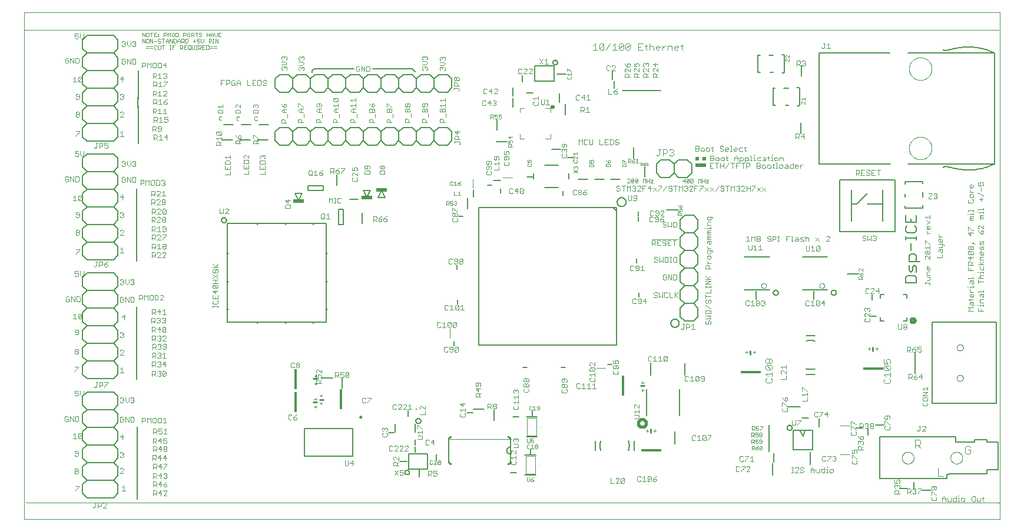
<source format=gto>
G75*
%MOIN*%
%OFA0B0*%
%FSLAX25Y25*%
%IPPOS*%
%LPD*%
%AMOC8*
5,1,8,0,0,1.08239X$1,22.5*
%
%ADD10C,0.00800*%
%ADD11C,0.00000*%
%ADD12C,0.00300*%
%ADD13C,0.00200*%
%ADD14C,0.00500*%
%ADD15R,0.02000X0.02100*%
%ADD16R,0.06100X0.01900*%
%ADD17C,0.00600*%
%ADD18C,0.00400*%
%ADD19C,0.01000*%
%ADD20R,0.11417X0.01575*%
%ADD21R,0.01575X0.11417*%
%ADD22C,0.00787*%
%ADD23C,0.01600*%
%ADD24C,0.00394*%
%ADD25R,0.00630X0.00945*%
%ADD26C,0.00060*%
%ADD27R,0.06200X0.02400*%
%ADD28C,0.00039*%
%ADD29C,0.00295*%
D10*
X0258230Y0121287D02*
X0336170Y0121287D01*
X0336170Y0199227D01*
X0258230Y0199227D01*
X0258230Y0121287D01*
X0353051Y0096158D02*
X0353051Y0081198D01*
X0371949Y0081198D02*
X0371949Y0096158D01*
X0366965Y0133657D02*
X0366967Y0133753D01*
X0366973Y0133850D01*
X0366983Y0133946D01*
X0366997Y0134041D01*
X0367015Y0134136D01*
X0367036Y0134230D01*
X0367062Y0134323D01*
X0367092Y0134415D01*
X0367125Y0134506D01*
X0367162Y0134595D01*
X0367202Y0134683D01*
X0367246Y0134768D01*
X0367294Y0134852D01*
X0367345Y0134934D01*
X0367400Y0135014D01*
X0367457Y0135091D01*
X0367518Y0135166D01*
X0367582Y0135238D01*
X0367649Y0135308D01*
X0367719Y0135375D01*
X0367791Y0135439D01*
X0367866Y0135500D01*
X0367943Y0135557D01*
X0368023Y0135612D01*
X0368105Y0135663D01*
X0368189Y0135711D01*
X0368274Y0135755D01*
X0368362Y0135795D01*
X0368451Y0135832D01*
X0368542Y0135865D01*
X0368634Y0135895D01*
X0368727Y0135921D01*
X0368821Y0135942D01*
X0368916Y0135960D01*
X0369011Y0135974D01*
X0369107Y0135984D01*
X0369204Y0135990D01*
X0369300Y0135992D01*
X0369396Y0135990D01*
X0369493Y0135984D01*
X0369589Y0135974D01*
X0369684Y0135960D01*
X0369779Y0135942D01*
X0369873Y0135921D01*
X0369966Y0135895D01*
X0370058Y0135865D01*
X0370149Y0135832D01*
X0370238Y0135795D01*
X0370326Y0135755D01*
X0370411Y0135711D01*
X0370495Y0135663D01*
X0370577Y0135612D01*
X0370657Y0135557D01*
X0370734Y0135500D01*
X0370809Y0135439D01*
X0370881Y0135375D01*
X0370951Y0135308D01*
X0371018Y0135238D01*
X0371082Y0135166D01*
X0371143Y0135091D01*
X0371200Y0135014D01*
X0371255Y0134934D01*
X0371306Y0134852D01*
X0371354Y0134768D01*
X0371398Y0134683D01*
X0371438Y0134595D01*
X0371475Y0134506D01*
X0371508Y0134415D01*
X0371538Y0134323D01*
X0371564Y0134230D01*
X0371585Y0134136D01*
X0371603Y0134041D01*
X0371617Y0133946D01*
X0371627Y0133850D01*
X0371633Y0133753D01*
X0371635Y0133657D01*
X0371633Y0133561D01*
X0371627Y0133464D01*
X0371617Y0133368D01*
X0371603Y0133273D01*
X0371585Y0133178D01*
X0371564Y0133084D01*
X0371538Y0132991D01*
X0371508Y0132899D01*
X0371475Y0132808D01*
X0371438Y0132719D01*
X0371398Y0132631D01*
X0371354Y0132546D01*
X0371306Y0132462D01*
X0371255Y0132380D01*
X0371200Y0132300D01*
X0371143Y0132223D01*
X0371082Y0132148D01*
X0371018Y0132076D01*
X0370951Y0132006D01*
X0370881Y0131939D01*
X0370809Y0131875D01*
X0370734Y0131814D01*
X0370657Y0131757D01*
X0370577Y0131702D01*
X0370495Y0131651D01*
X0370411Y0131603D01*
X0370326Y0131559D01*
X0370238Y0131519D01*
X0370149Y0131482D01*
X0370058Y0131449D01*
X0369966Y0131419D01*
X0369873Y0131393D01*
X0369779Y0131372D01*
X0369684Y0131354D01*
X0369589Y0131340D01*
X0369493Y0131330D01*
X0369396Y0131324D01*
X0369300Y0131322D01*
X0369204Y0131324D01*
X0369107Y0131330D01*
X0369011Y0131340D01*
X0368916Y0131354D01*
X0368821Y0131372D01*
X0368727Y0131393D01*
X0368634Y0131419D01*
X0368542Y0131449D01*
X0368451Y0131482D01*
X0368362Y0131519D01*
X0368274Y0131559D01*
X0368189Y0131603D01*
X0368105Y0131651D01*
X0368023Y0131702D01*
X0367943Y0131757D01*
X0367866Y0131814D01*
X0367791Y0131875D01*
X0367719Y0131939D01*
X0367649Y0132006D01*
X0367582Y0132076D01*
X0367518Y0132148D01*
X0367457Y0132223D01*
X0367400Y0132300D01*
X0367345Y0132380D01*
X0367294Y0132462D01*
X0367246Y0132546D01*
X0367202Y0132631D01*
X0367162Y0132719D01*
X0367125Y0132808D01*
X0367092Y0132899D01*
X0367062Y0132991D01*
X0367036Y0133084D01*
X0367015Y0133178D01*
X0366997Y0133273D01*
X0366983Y0133368D01*
X0366973Y0133464D01*
X0366967Y0133561D01*
X0366965Y0133657D01*
X0436188Y0072769D02*
X0439731Y0072769D01*
X0442881Y0072769D01*
X0447212Y0072769D01*
X0447212Y0061745D01*
X0436188Y0061745D01*
X0436188Y0072769D01*
X0485420Y0134776D02*
X0487388Y0134776D01*
X0485420Y0134776D02*
X0485420Y0136745D01*
X0485420Y0147769D02*
X0485420Y0149737D01*
X0487388Y0149737D01*
X0498412Y0149737D02*
X0500380Y0149737D01*
X0500380Y0147769D01*
X0500380Y0136745D02*
X0500380Y0134776D01*
X0498412Y0134776D01*
X0522479Y0222384D02*
X0523990Y0222168D01*
X0525494Y0221915D01*
X0526992Y0221626D01*
X0528483Y0221302D01*
X0522480Y0222384D02*
X0522400Y0222393D01*
X0522320Y0222397D01*
X0522241Y0222398D01*
X0522161Y0222394D01*
X0522081Y0222387D01*
X0522002Y0222375D01*
X0521923Y0222360D01*
X0521846Y0222341D01*
X0521769Y0222318D01*
X0521694Y0222291D01*
X0521620Y0222260D01*
X0521548Y0222226D01*
X0521477Y0222188D01*
X0521409Y0222147D01*
X0521343Y0222102D01*
X0521279Y0222054D01*
X0521217Y0222003D01*
X0521158Y0221949D01*
X0521102Y0221892D01*
X0501121Y0223959D02*
X0550334Y0223959D01*
X0548267Y0223073D01*
X0550334Y0223959D02*
X0550334Y0286754D01*
X0548267Y0287640D01*
X0550334Y0286754D02*
X0501121Y0286754D01*
X0490885Y0286754D02*
X0451023Y0286754D01*
X0451023Y0223959D01*
X0491279Y0223959D01*
X0528483Y0221302D02*
X0529242Y0221137D01*
X0530005Y0220990D01*
X0530771Y0220862D01*
X0531540Y0220753D01*
X0532312Y0220662D01*
X0533085Y0220590D01*
X0533860Y0220537D01*
X0534636Y0220502D01*
X0535413Y0220487D01*
X0536190Y0220490D01*
X0536966Y0220513D01*
X0537742Y0220554D01*
X0538516Y0220614D01*
X0539289Y0220692D01*
X0540060Y0220790D01*
X0540828Y0220906D01*
X0541593Y0221040D01*
X0542354Y0221194D01*
X0543112Y0221365D01*
X0543865Y0221555D01*
X0544613Y0221763D01*
X0545356Y0221990D01*
X0546094Y0222234D01*
X0546825Y0222496D01*
X0547549Y0222776D01*
X0548267Y0223073D01*
X0548267Y0287641D02*
X0547549Y0287938D01*
X0546825Y0288218D01*
X0546094Y0288480D01*
X0545356Y0288724D01*
X0544613Y0288951D01*
X0543865Y0289159D01*
X0543112Y0289349D01*
X0542354Y0289520D01*
X0541593Y0289674D01*
X0540828Y0289808D01*
X0540060Y0289924D01*
X0539289Y0290022D01*
X0538516Y0290100D01*
X0537742Y0290160D01*
X0536966Y0290201D01*
X0536190Y0290224D01*
X0535413Y0290227D01*
X0534636Y0290212D01*
X0533860Y0290177D01*
X0533085Y0290124D01*
X0532312Y0290052D01*
X0531540Y0289961D01*
X0530771Y0289852D01*
X0530005Y0289724D01*
X0529242Y0289577D01*
X0528483Y0289412D01*
X0522480Y0288330D02*
X0522400Y0288321D01*
X0522320Y0288317D01*
X0522241Y0288316D01*
X0522161Y0288320D01*
X0522081Y0288327D01*
X0522002Y0288339D01*
X0521923Y0288354D01*
X0521846Y0288373D01*
X0521769Y0288396D01*
X0521694Y0288423D01*
X0521620Y0288454D01*
X0521548Y0288488D01*
X0521477Y0288526D01*
X0521409Y0288567D01*
X0521343Y0288612D01*
X0521279Y0288660D01*
X0521217Y0288711D01*
X0521158Y0288765D01*
X0521102Y0288822D01*
X0522479Y0288330D02*
X0523990Y0288546D01*
X0525494Y0288799D01*
X0526992Y0289088D01*
X0528483Y0289412D01*
X0338287Y0215108D02*
X0332913Y0215108D01*
X0329187Y0215108D02*
X0323813Y0215108D01*
X0319787Y0215108D02*
X0314413Y0215108D01*
X0334208Y0199227D02*
X0336170Y0197265D01*
X0205069Y0204888D02*
X0201131Y0204888D01*
X0203100Y0208825D01*
X0205069Y0204888D01*
X0196869Y0209025D02*
X0192931Y0209025D01*
X0194900Y0205088D01*
X0196869Y0209025D01*
X0158169Y0207175D02*
X0154231Y0207175D01*
X0156200Y0203238D01*
X0158169Y0207175D01*
X0139187Y0246108D02*
X0133813Y0246108D01*
X0129187Y0246108D02*
X0123813Y0246108D01*
X0119187Y0246108D02*
X0113813Y0246108D01*
X0163900Y0275957D02*
X0163900Y0276957D01*
X0164900Y0277957D01*
X0187400Y0277957D01*
X0198100Y0277957D02*
X0220500Y0277957D01*
X0222200Y0276257D01*
X0222300Y0276257D01*
D11*
X0001000Y0309795D02*
X0001000Y0022394D01*
X0553100Y0022394D01*
X0553100Y0309795D01*
X0001000Y0309795D01*
X0001000Y0299957D02*
X0552500Y0299957D01*
X0501800Y0277857D02*
X0501802Y0278017D01*
X0501808Y0278176D01*
X0501818Y0278335D01*
X0501832Y0278494D01*
X0501850Y0278653D01*
X0501871Y0278811D01*
X0501897Y0278968D01*
X0501927Y0279125D01*
X0501960Y0279281D01*
X0501998Y0279436D01*
X0502039Y0279590D01*
X0502084Y0279743D01*
X0502133Y0279895D01*
X0502186Y0280046D01*
X0502242Y0280195D01*
X0502303Y0280343D01*
X0502366Y0280489D01*
X0502434Y0280634D01*
X0502505Y0280777D01*
X0502579Y0280918D01*
X0502657Y0281057D01*
X0502739Y0281194D01*
X0502824Y0281329D01*
X0502912Y0281462D01*
X0503004Y0281593D01*
X0503098Y0281721D01*
X0503196Y0281847D01*
X0503297Y0281971D01*
X0503401Y0282092D01*
X0503508Y0282210D01*
X0503618Y0282326D01*
X0503731Y0282439D01*
X0503847Y0282549D01*
X0503965Y0282656D01*
X0504086Y0282760D01*
X0504210Y0282861D01*
X0504336Y0282959D01*
X0504464Y0283053D01*
X0504595Y0283145D01*
X0504728Y0283233D01*
X0504863Y0283318D01*
X0505000Y0283400D01*
X0505139Y0283478D01*
X0505280Y0283552D01*
X0505423Y0283623D01*
X0505568Y0283691D01*
X0505714Y0283754D01*
X0505862Y0283815D01*
X0506011Y0283871D01*
X0506162Y0283924D01*
X0506314Y0283973D01*
X0506467Y0284018D01*
X0506621Y0284059D01*
X0506776Y0284097D01*
X0506932Y0284130D01*
X0507089Y0284160D01*
X0507246Y0284186D01*
X0507404Y0284207D01*
X0507563Y0284225D01*
X0507722Y0284239D01*
X0507881Y0284249D01*
X0508040Y0284255D01*
X0508200Y0284257D01*
X0508360Y0284255D01*
X0508519Y0284249D01*
X0508678Y0284239D01*
X0508837Y0284225D01*
X0508996Y0284207D01*
X0509154Y0284186D01*
X0509311Y0284160D01*
X0509468Y0284130D01*
X0509624Y0284097D01*
X0509779Y0284059D01*
X0509933Y0284018D01*
X0510086Y0283973D01*
X0510238Y0283924D01*
X0510389Y0283871D01*
X0510538Y0283815D01*
X0510686Y0283754D01*
X0510832Y0283691D01*
X0510977Y0283623D01*
X0511120Y0283552D01*
X0511261Y0283478D01*
X0511400Y0283400D01*
X0511537Y0283318D01*
X0511672Y0283233D01*
X0511805Y0283145D01*
X0511936Y0283053D01*
X0512064Y0282959D01*
X0512190Y0282861D01*
X0512314Y0282760D01*
X0512435Y0282656D01*
X0512553Y0282549D01*
X0512669Y0282439D01*
X0512782Y0282326D01*
X0512892Y0282210D01*
X0512999Y0282092D01*
X0513103Y0281971D01*
X0513204Y0281847D01*
X0513302Y0281721D01*
X0513396Y0281593D01*
X0513488Y0281462D01*
X0513576Y0281329D01*
X0513661Y0281194D01*
X0513743Y0281057D01*
X0513821Y0280918D01*
X0513895Y0280777D01*
X0513966Y0280634D01*
X0514034Y0280489D01*
X0514097Y0280343D01*
X0514158Y0280195D01*
X0514214Y0280046D01*
X0514267Y0279895D01*
X0514316Y0279743D01*
X0514361Y0279590D01*
X0514402Y0279436D01*
X0514440Y0279281D01*
X0514473Y0279125D01*
X0514503Y0278968D01*
X0514529Y0278811D01*
X0514550Y0278653D01*
X0514568Y0278494D01*
X0514582Y0278335D01*
X0514592Y0278176D01*
X0514598Y0278017D01*
X0514600Y0277857D01*
X0514598Y0277697D01*
X0514592Y0277538D01*
X0514582Y0277379D01*
X0514568Y0277220D01*
X0514550Y0277061D01*
X0514529Y0276903D01*
X0514503Y0276746D01*
X0514473Y0276589D01*
X0514440Y0276433D01*
X0514402Y0276278D01*
X0514361Y0276124D01*
X0514316Y0275971D01*
X0514267Y0275819D01*
X0514214Y0275668D01*
X0514158Y0275519D01*
X0514097Y0275371D01*
X0514034Y0275225D01*
X0513966Y0275080D01*
X0513895Y0274937D01*
X0513821Y0274796D01*
X0513743Y0274657D01*
X0513661Y0274520D01*
X0513576Y0274385D01*
X0513488Y0274252D01*
X0513396Y0274121D01*
X0513302Y0273993D01*
X0513204Y0273867D01*
X0513103Y0273743D01*
X0512999Y0273622D01*
X0512892Y0273504D01*
X0512782Y0273388D01*
X0512669Y0273275D01*
X0512553Y0273165D01*
X0512435Y0273058D01*
X0512314Y0272954D01*
X0512190Y0272853D01*
X0512064Y0272755D01*
X0511936Y0272661D01*
X0511805Y0272569D01*
X0511672Y0272481D01*
X0511537Y0272396D01*
X0511400Y0272314D01*
X0511261Y0272236D01*
X0511120Y0272162D01*
X0510977Y0272091D01*
X0510832Y0272023D01*
X0510686Y0271960D01*
X0510538Y0271899D01*
X0510389Y0271843D01*
X0510238Y0271790D01*
X0510086Y0271741D01*
X0509933Y0271696D01*
X0509779Y0271655D01*
X0509624Y0271617D01*
X0509468Y0271584D01*
X0509311Y0271554D01*
X0509154Y0271528D01*
X0508996Y0271507D01*
X0508837Y0271489D01*
X0508678Y0271475D01*
X0508519Y0271465D01*
X0508360Y0271459D01*
X0508200Y0271457D01*
X0508040Y0271459D01*
X0507881Y0271465D01*
X0507722Y0271475D01*
X0507563Y0271489D01*
X0507404Y0271507D01*
X0507246Y0271528D01*
X0507089Y0271554D01*
X0506932Y0271584D01*
X0506776Y0271617D01*
X0506621Y0271655D01*
X0506467Y0271696D01*
X0506314Y0271741D01*
X0506162Y0271790D01*
X0506011Y0271843D01*
X0505862Y0271899D01*
X0505714Y0271960D01*
X0505568Y0272023D01*
X0505423Y0272091D01*
X0505280Y0272162D01*
X0505139Y0272236D01*
X0505000Y0272314D01*
X0504863Y0272396D01*
X0504728Y0272481D01*
X0504595Y0272569D01*
X0504464Y0272661D01*
X0504336Y0272755D01*
X0504210Y0272853D01*
X0504086Y0272954D01*
X0503965Y0273058D01*
X0503847Y0273165D01*
X0503731Y0273275D01*
X0503618Y0273388D01*
X0503508Y0273504D01*
X0503401Y0273622D01*
X0503297Y0273743D01*
X0503196Y0273867D01*
X0503098Y0273993D01*
X0503004Y0274121D01*
X0502912Y0274252D01*
X0502824Y0274385D01*
X0502739Y0274520D01*
X0502657Y0274657D01*
X0502579Y0274796D01*
X0502505Y0274937D01*
X0502434Y0275080D01*
X0502366Y0275225D01*
X0502303Y0275371D01*
X0502242Y0275519D01*
X0502186Y0275668D01*
X0502133Y0275819D01*
X0502084Y0275971D01*
X0502039Y0276124D01*
X0501998Y0276278D01*
X0501960Y0276433D01*
X0501927Y0276589D01*
X0501897Y0276746D01*
X0501871Y0276903D01*
X0501850Y0277061D01*
X0501832Y0277220D01*
X0501818Y0277379D01*
X0501808Y0277538D01*
X0501802Y0277697D01*
X0501800Y0277857D01*
X0501800Y0232857D02*
X0501802Y0233017D01*
X0501808Y0233176D01*
X0501818Y0233335D01*
X0501832Y0233494D01*
X0501850Y0233653D01*
X0501871Y0233811D01*
X0501897Y0233968D01*
X0501927Y0234125D01*
X0501960Y0234281D01*
X0501998Y0234436D01*
X0502039Y0234590D01*
X0502084Y0234743D01*
X0502133Y0234895D01*
X0502186Y0235046D01*
X0502242Y0235195D01*
X0502303Y0235343D01*
X0502366Y0235489D01*
X0502434Y0235634D01*
X0502505Y0235777D01*
X0502579Y0235918D01*
X0502657Y0236057D01*
X0502739Y0236194D01*
X0502824Y0236329D01*
X0502912Y0236462D01*
X0503004Y0236593D01*
X0503098Y0236721D01*
X0503196Y0236847D01*
X0503297Y0236971D01*
X0503401Y0237092D01*
X0503508Y0237210D01*
X0503618Y0237326D01*
X0503731Y0237439D01*
X0503847Y0237549D01*
X0503965Y0237656D01*
X0504086Y0237760D01*
X0504210Y0237861D01*
X0504336Y0237959D01*
X0504464Y0238053D01*
X0504595Y0238145D01*
X0504728Y0238233D01*
X0504863Y0238318D01*
X0505000Y0238400D01*
X0505139Y0238478D01*
X0505280Y0238552D01*
X0505423Y0238623D01*
X0505568Y0238691D01*
X0505714Y0238754D01*
X0505862Y0238815D01*
X0506011Y0238871D01*
X0506162Y0238924D01*
X0506314Y0238973D01*
X0506467Y0239018D01*
X0506621Y0239059D01*
X0506776Y0239097D01*
X0506932Y0239130D01*
X0507089Y0239160D01*
X0507246Y0239186D01*
X0507404Y0239207D01*
X0507563Y0239225D01*
X0507722Y0239239D01*
X0507881Y0239249D01*
X0508040Y0239255D01*
X0508200Y0239257D01*
X0508360Y0239255D01*
X0508519Y0239249D01*
X0508678Y0239239D01*
X0508837Y0239225D01*
X0508996Y0239207D01*
X0509154Y0239186D01*
X0509311Y0239160D01*
X0509468Y0239130D01*
X0509624Y0239097D01*
X0509779Y0239059D01*
X0509933Y0239018D01*
X0510086Y0238973D01*
X0510238Y0238924D01*
X0510389Y0238871D01*
X0510538Y0238815D01*
X0510686Y0238754D01*
X0510832Y0238691D01*
X0510977Y0238623D01*
X0511120Y0238552D01*
X0511261Y0238478D01*
X0511400Y0238400D01*
X0511537Y0238318D01*
X0511672Y0238233D01*
X0511805Y0238145D01*
X0511936Y0238053D01*
X0512064Y0237959D01*
X0512190Y0237861D01*
X0512314Y0237760D01*
X0512435Y0237656D01*
X0512553Y0237549D01*
X0512669Y0237439D01*
X0512782Y0237326D01*
X0512892Y0237210D01*
X0512999Y0237092D01*
X0513103Y0236971D01*
X0513204Y0236847D01*
X0513302Y0236721D01*
X0513396Y0236593D01*
X0513488Y0236462D01*
X0513576Y0236329D01*
X0513661Y0236194D01*
X0513743Y0236057D01*
X0513821Y0235918D01*
X0513895Y0235777D01*
X0513966Y0235634D01*
X0514034Y0235489D01*
X0514097Y0235343D01*
X0514158Y0235195D01*
X0514214Y0235046D01*
X0514267Y0234895D01*
X0514316Y0234743D01*
X0514361Y0234590D01*
X0514402Y0234436D01*
X0514440Y0234281D01*
X0514473Y0234125D01*
X0514503Y0233968D01*
X0514529Y0233811D01*
X0514550Y0233653D01*
X0514568Y0233494D01*
X0514582Y0233335D01*
X0514592Y0233176D01*
X0514598Y0233017D01*
X0514600Y0232857D01*
X0514598Y0232697D01*
X0514592Y0232538D01*
X0514582Y0232379D01*
X0514568Y0232220D01*
X0514550Y0232061D01*
X0514529Y0231903D01*
X0514503Y0231746D01*
X0514473Y0231589D01*
X0514440Y0231433D01*
X0514402Y0231278D01*
X0514361Y0231124D01*
X0514316Y0230971D01*
X0514267Y0230819D01*
X0514214Y0230668D01*
X0514158Y0230519D01*
X0514097Y0230371D01*
X0514034Y0230225D01*
X0513966Y0230080D01*
X0513895Y0229937D01*
X0513821Y0229796D01*
X0513743Y0229657D01*
X0513661Y0229520D01*
X0513576Y0229385D01*
X0513488Y0229252D01*
X0513396Y0229121D01*
X0513302Y0228993D01*
X0513204Y0228867D01*
X0513103Y0228743D01*
X0512999Y0228622D01*
X0512892Y0228504D01*
X0512782Y0228388D01*
X0512669Y0228275D01*
X0512553Y0228165D01*
X0512435Y0228058D01*
X0512314Y0227954D01*
X0512190Y0227853D01*
X0512064Y0227755D01*
X0511936Y0227661D01*
X0511805Y0227569D01*
X0511672Y0227481D01*
X0511537Y0227396D01*
X0511400Y0227314D01*
X0511261Y0227236D01*
X0511120Y0227162D01*
X0510977Y0227091D01*
X0510832Y0227023D01*
X0510686Y0226960D01*
X0510538Y0226899D01*
X0510389Y0226843D01*
X0510238Y0226790D01*
X0510086Y0226741D01*
X0509933Y0226696D01*
X0509779Y0226655D01*
X0509624Y0226617D01*
X0509468Y0226584D01*
X0509311Y0226554D01*
X0509154Y0226528D01*
X0508996Y0226507D01*
X0508837Y0226489D01*
X0508678Y0226475D01*
X0508519Y0226465D01*
X0508360Y0226459D01*
X0508200Y0226457D01*
X0508040Y0226459D01*
X0507881Y0226465D01*
X0507722Y0226475D01*
X0507563Y0226489D01*
X0507404Y0226507D01*
X0507246Y0226528D01*
X0507089Y0226554D01*
X0506932Y0226584D01*
X0506776Y0226617D01*
X0506621Y0226655D01*
X0506467Y0226696D01*
X0506314Y0226741D01*
X0506162Y0226790D01*
X0506011Y0226843D01*
X0505862Y0226899D01*
X0505714Y0226960D01*
X0505568Y0227023D01*
X0505423Y0227091D01*
X0505280Y0227162D01*
X0505139Y0227236D01*
X0505000Y0227314D01*
X0504863Y0227396D01*
X0504728Y0227481D01*
X0504595Y0227569D01*
X0504464Y0227661D01*
X0504336Y0227755D01*
X0504210Y0227853D01*
X0504086Y0227954D01*
X0503965Y0228058D01*
X0503847Y0228165D01*
X0503731Y0228275D01*
X0503618Y0228388D01*
X0503508Y0228504D01*
X0503401Y0228622D01*
X0503297Y0228743D01*
X0503196Y0228867D01*
X0503098Y0228993D01*
X0503004Y0229121D01*
X0502912Y0229252D01*
X0502824Y0229385D01*
X0502739Y0229520D01*
X0502657Y0229657D01*
X0502579Y0229796D01*
X0502505Y0229937D01*
X0502434Y0230080D01*
X0502366Y0230225D01*
X0502303Y0230371D01*
X0502242Y0230519D01*
X0502186Y0230668D01*
X0502133Y0230819D01*
X0502084Y0230971D01*
X0502039Y0231124D01*
X0501998Y0231278D01*
X0501960Y0231433D01*
X0501927Y0231589D01*
X0501897Y0231746D01*
X0501871Y0231903D01*
X0501850Y0232061D01*
X0501832Y0232220D01*
X0501818Y0232379D01*
X0501808Y0232538D01*
X0501802Y0232697D01*
X0501800Y0232857D01*
X0528850Y0119809D02*
X0528852Y0119893D01*
X0528858Y0119976D01*
X0528868Y0120059D01*
X0528882Y0120142D01*
X0528899Y0120224D01*
X0528921Y0120305D01*
X0528946Y0120384D01*
X0528975Y0120463D01*
X0529008Y0120540D01*
X0529044Y0120615D01*
X0529084Y0120689D01*
X0529127Y0120761D01*
X0529174Y0120830D01*
X0529224Y0120897D01*
X0529277Y0120962D01*
X0529333Y0121024D01*
X0529391Y0121084D01*
X0529453Y0121141D01*
X0529517Y0121194D01*
X0529584Y0121245D01*
X0529653Y0121292D01*
X0529724Y0121337D01*
X0529797Y0121377D01*
X0529872Y0121414D01*
X0529949Y0121448D01*
X0530027Y0121478D01*
X0530106Y0121504D01*
X0530187Y0121527D01*
X0530269Y0121545D01*
X0530351Y0121560D01*
X0530434Y0121571D01*
X0530517Y0121578D01*
X0530601Y0121581D01*
X0530685Y0121580D01*
X0530768Y0121575D01*
X0530852Y0121566D01*
X0530934Y0121553D01*
X0531016Y0121537D01*
X0531097Y0121516D01*
X0531178Y0121492D01*
X0531256Y0121464D01*
X0531334Y0121432D01*
X0531410Y0121396D01*
X0531484Y0121357D01*
X0531556Y0121315D01*
X0531626Y0121269D01*
X0531694Y0121220D01*
X0531759Y0121168D01*
X0531822Y0121113D01*
X0531882Y0121055D01*
X0531940Y0120994D01*
X0531994Y0120930D01*
X0532046Y0120864D01*
X0532094Y0120796D01*
X0532139Y0120725D01*
X0532180Y0120652D01*
X0532219Y0120578D01*
X0532253Y0120502D01*
X0532284Y0120424D01*
X0532311Y0120345D01*
X0532335Y0120264D01*
X0532354Y0120183D01*
X0532370Y0120101D01*
X0532382Y0120018D01*
X0532390Y0119934D01*
X0532394Y0119851D01*
X0532394Y0119767D01*
X0532390Y0119684D01*
X0532382Y0119600D01*
X0532370Y0119517D01*
X0532354Y0119435D01*
X0532335Y0119354D01*
X0532311Y0119273D01*
X0532284Y0119194D01*
X0532253Y0119116D01*
X0532219Y0119040D01*
X0532180Y0118966D01*
X0532139Y0118893D01*
X0532094Y0118822D01*
X0532046Y0118754D01*
X0531994Y0118688D01*
X0531940Y0118624D01*
X0531882Y0118563D01*
X0531822Y0118505D01*
X0531759Y0118450D01*
X0531694Y0118398D01*
X0531626Y0118349D01*
X0531556Y0118303D01*
X0531484Y0118261D01*
X0531410Y0118222D01*
X0531334Y0118186D01*
X0531256Y0118154D01*
X0531178Y0118126D01*
X0531097Y0118102D01*
X0531016Y0118081D01*
X0530934Y0118065D01*
X0530852Y0118052D01*
X0530768Y0118043D01*
X0530685Y0118038D01*
X0530601Y0118037D01*
X0530517Y0118040D01*
X0530434Y0118047D01*
X0530351Y0118058D01*
X0530269Y0118073D01*
X0530187Y0118091D01*
X0530106Y0118114D01*
X0530027Y0118140D01*
X0529949Y0118170D01*
X0529872Y0118204D01*
X0529797Y0118241D01*
X0529724Y0118281D01*
X0529653Y0118326D01*
X0529584Y0118373D01*
X0529517Y0118424D01*
X0529453Y0118477D01*
X0529391Y0118534D01*
X0529333Y0118594D01*
X0529277Y0118656D01*
X0529224Y0118721D01*
X0529174Y0118788D01*
X0529127Y0118857D01*
X0529084Y0118929D01*
X0529044Y0119003D01*
X0529008Y0119078D01*
X0528975Y0119155D01*
X0528946Y0119234D01*
X0528921Y0119313D01*
X0528899Y0119394D01*
X0528882Y0119476D01*
X0528868Y0119559D01*
X0528858Y0119642D01*
X0528852Y0119725D01*
X0528850Y0119809D01*
X0528850Y0102486D02*
X0528852Y0102570D01*
X0528858Y0102653D01*
X0528868Y0102736D01*
X0528882Y0102819D01*
X0528899Y0102901D01*
X0528921Y0102982D01*
X0528946Y0103061D01*
X0528975Y0103140D01*
X0529008Y0103217D01*
X0529044Y0103292D01*
X0529084Y0103366D01*
X0529127Y0103438D01*
X0529174Y0103507D01*
X0529224Y0103574D01*
X0529277Y0103639D01*
X0529333Y0103701D01*
X0529391Y0103761D01*
X0529453Y0103818D01*
X0529517Y0103871D01*
X0529584Y0103922D01*
X0529653Y0103969D01*
X0529724Y0104014D01*
X0529797Y0104054D01*
X0529872Y0104091D01*
X0529949Y0104125D01*
X0530027Y0104155D01*
X0530106Y0104181D01*
X0530187Y0104204D01*
X0530269Y0104222D01*
X0530351Y0104237D01*
X0530434Y0104248D01*
X0530517Y0104255D01*
X0530601Y0104258D01*
X0530685Y0104257D01*
X0530768Y0104252D01*
X0530852Y0104243D01*
X0530934Y0104230D01*
X0531016Y0104214D01*
X0531097Y0104193D01*
X0531178Y0104169D01*
X0531256Y0104141D01*
X0531334Y0104109D01*
X0531410Y0104073D01*
X0531484Y0104034D01*
X0531556Y0103992D01*
X0531626Y0103946D01*
X0531694Y0103897D01*
X0531759Y0103845D01*
X0531822Y0103790D01*
X0531882Y0103732D01*
X0531940Y0103671D01*
X0531994Y0103607D01*
X0532046Y0103541D01*
X0532094Y0103473D01*
X0532139Y0103402D01*
X0532180Y0103329D01*
X0532219Y0103255D01*
X0532253Y0103179D01*
X0532284Y0103101D01*
X0532311Y0103022D01*
X0532335Y0102941D01*
X0532354Y0102860D01*
X0532370Y0102778D01*
X0532382Y0102695D01*
X0532390Y0102611D01*
X0532394Y0102528D01*
X0532394Y0102444D01*
X0532390Y0102361D01*
X0532382Y0102277D01*
X0532370Y0102194D01*
X0532354Y0102112D01*
X0532335Y0102031D01*
X0532311Y0101950D01*
X0532284Y0101871D01*
X0532253Y0101793D01*
X0532219Y0101717D01*
X0532180Y0101643D01*
X0532139Y0101570D01*
X0532094Y0101499D01*
X0532046Y0101431D01*
X0531994Y0101365D01*
X0531940Y0101301D01*
X0531882Y0101240D01*
X0531822Y0101182D01*
X0531759Y0101127D01*
X0531694Y0101075D01*
X0531626Y0101026D01*
X0531556Y0100980D01*
X0531484Y0100938D01*
X0531410Y0100899D01*
X0531334Y0100863D01*
X0531256Y0100831D01*
X0531178Y0100803D01*
X0531097Y0100779D01*
X0531016Y0100758D01*
X0530934Y0100742D01*
X0530852Y0100729D01*
X0530768Y0100720D01*
X0530685Y0100715D01*
X0530601Y0100714D01*
X0530517Y0100717D01*
X0530434Y0100724D01*
X0530351Y0100735D01*
X0530269Y0100750D01*
X0530187Y0100768D01*
X0530106Y0100791D01*
X0530027Y0100817D01*
X0529949Y0100847D01*
X0529872Y0100881D01*
X0529797Y0100918D01*
X0529724Y0100958D01*
X0529653Y0101003D01*
X0529584Y0101050D01*
X0529517Y0101101D01*
X0529453Y0101154D01*
X0529391Y0101211D01*
X0529333Y0101271D01*
X0529277Y0101333D01*
X0529224Y0101398D01*
X0529174Y0101465D01*
X0529127Y0101534D01*
X0529084Y0101606D01*
X0529044Y0101680D01*
X0529008Y0101755D01*
X0528975Y0101832D01*
X0528946Y0101911D01*
X0528921Y0101990D01*
X0528899Y0102071D01*
X0528882Y0102153D01*
X0528868Y0102236D01*
X0528858Y0102319D01*
X0528852Y0102402D01*
X0528850Y0102486D01*
X0525313Y0057257D02*
X0525315Y0057372D01*
X0525321Y0057488D01*
X0525331Y0057603D01*
X0525345Y0057718D01*
X0525363Y0057832D01*
X0525385Y0057945D01*
X0525410Y0058058D01*
X0525440Y0058169D01*
X0525473Y0058280D01*
X0525510Y0058389D01*
X0525551Y0058497D01*
X0525596Y0058604D01*
X0525644Y0058709D01*
X0525696Y0058812D01*
X0525752Y0058913D01*
X0525811Y0059013D01*
X0525873Y0059110D01*
X0525939Y0059205D01*
X0526007Y0059298D01*
X0526079Y0059388D01*
X0526154Y0059476D01*
X0526233Y0059561D01*
X0526314Y0059643D01*
X0526397Y0059723D01*
X0526484Y0059799D01*
X0526573Y0059873D01*
X0526664Y0059943D01*
X0526758Y0060011D01*
X0526854Y0060075D01*
X0526953Y0060135D01*
X0527053Y0060192D01*
X0527155Y0060246D01*
X0527259Y0060296D01*
X0527365Y0060343D01*
X0527472Y0060386D01*
X0527581Y0060425D01*
X0527691Y0060460D01*
X0527802Y0060491D01*
X0527914Y0060519D01*
X0528027Y0060543D01*
X0528141Y0060563D01*
X0528256Y0060579D01*
X0528371Y0060591D01*
X0528486Y0060599D01*
X0528601Y0060603D01*
X0528717Y0060603D01*
X0528832Y0060599D01*
X0528947Y0060591D01*
X0529062Y0060579D01*
X0529177Y0060563D01*
X0529291Y0060543D01*
X0529404Y0060519D01*
X0529516Y0060491D01*
X0529627Y0060460D01*
X0529737Y0060425D01*
X0529846Y0060386D01*
X0529953Y0060343D01*
X0530059Y0060296D01*
X0530163Y0060246D01*
X0530265Y0060192D01*
X0530365Y0060135D01*
X0530464Y0060075D01*
X0530560Y0060011D01*
X0530654Y0059943D01*
X0530745Y0059873D01*
X0530834Y0059799D01*
X0530921Y0059723D01*
X0531004Y0059643D01*
X0531085Y0059561D01*
X0531164Y0059476D01*
X0531239Y0059388D01*
X0531311Y0059298D01*
X0531379Y0059205D01*
X0531445Y0059110D01*
X0531507Y0059013D01*
X0531566Y0058913D01*
X0531622Y0058812D01*
X0531674Y0058709D01*
X0531722Y0058604D01*
X0531767Y0058497D01*
X0531808Y0058389D01*
X0531845Y0058280D01*
X0531878Y0058169D01*
X0531908Y0058058D01*
X0531933Y0057945D01*
X0531955Y0057832D01*
X0531973Y0057718D01*
X0531987Y0057603D01*
X0531997Y0057488D01*
X0532003Y0057372D01*
X0532005Y0057257D01*
X0532003Y0057142D01*
X0531997Y0057026D01*
X0531987Y0056911D01*
X0531973Y0056796D01*
X0531955Y0056682D01*
X0531933Y0056569D01*
X0531908Y0056456D01*
X0531878Y0056345D01*
X0531845Y0056234D01*
X0531808Y0056125D01*
X0531767Y0056017D01*
X0531722Y0055910D01*
X0531674Y0055805D01*
X0531622Y0055702D01*
X0531566Y0055601D01*
X0531507Y0055501D01*
X0531445Y0055404D01*
X0531379Y0055309D01*
X0531311Y0055216D01*
X0531239Y0055126D01*
X0531164Y0055038D01*
X0531085Y0054953D01*
X0531004Y0054871D01*
X0530921Y0054791D01*
X0530834Y0054715D01*
X0530745Y0054641D01*
X0530654Y0054571D01*
X0530560Y0054503D01*
X0530464Y0054439D01*
X0530365Y0054379D01*
X0530265Y0054322D01*
X0530163Y0054268D01*
X0530059Y0054218D01*
X0529953Y0054171D01*
X0529846Y0054128D01*
X0529737Y0054089D01*
X0529627Y0054054D01*
X0529516Y0054023D01*
X0529404Y0053995D01*
X0529291Y0053971D01*
X0529177Y0053951D01*
X0529062Y0053935D01*
X0528947Y0053923D01*
X0528832Y0053915D01*
X0528717Y0053911D01*
X0528601Y0053911D01*
X0528486Y0053915D01*
X0528371Y0053923D01*
X0528256Y0053935D01*
X0528141Y0053951D01*
X0528027Y0053971D01*
X0527914Y0053995D01*
X0527802Y0054023D01*
X0527691Y0054054D01*
X0527581Y0054089D01*
X0527472Y0054128D01*
X0527365Y0054171D01*
X0527259Y0054218D01*
X0527155Y0054268D01*
X0527053Y0054322D01*
X0526953Y0054379D01*
X0526854Y0054439D01*
X0526758Y0054503D01*
X0526664Y0054571D01*
X0526573Y0054641D01*
X0526484Y0054715D01*
X0526397Y0054791D01*
X0526314Y0054871D01*
X0526233Y0054953D01*
X0526154Y0055038D01*
X0526079Y0055126D01*
X0526007Y0055216D01*
X0525939Y0055309D01*
X0525873Y0055404D01*
X0525811Y0055501D01*
X0525752Y0055601D01*
X0525696Y0055702D01*
X0525644Y0055805D01*
X0525596Y0055910D01*
X0525551Y0056017D01*
X0525510Y0056125D01*
X0525473Y0056234D01*
X0525440Y0056345D01*
X0525410Y0056456D01*
X0525385Y0056569D01*
X0525363Y0056682D01*
X0525345Y0056796D01*
X0525331Y0056911D01*
X0525321Y0057026D01*
X0525315Y0057142D01*
X0525313Y0057257D01*
X0497754Y0057257D02*
X0497756Y0057372D01*
X0497762Y0057488D01*
X0497772Y0057603D01*
X0497786Y0057718D01*
X0497804Y0057832D01*
X0497826Y0057945D01*
X0497851Y0058058D01*
X0497881Y0058169D01*
X0497914Y0058280D01*
X0497951Y0058389D01*
X0497992Y0058497D01*
X0498037Y0058604D01*
X0498085Y0058709D01*
X0498137Y0058812D01*
X0498193Y0058913D01*
X0498252Y0059013D01*
X0498314Y0059110D01*
X0498380Y0059205D01*
X0498448Y0059298D01*
X0498520Y0059388D01*
X0498595Y0059476D01*
X0498674Y0059561D01*
X0498755Y0059643D01*
X0498838Y0059723D01*
X0498925Y0059799D01*
X0499014Y0059873D01*
X0499105Y0059943D01*
X0499199Y0060011D01*
X0499295Y0060075D01*
X0499394Y0060135D01*
X0499494Y0060192D01*
X0499596Y0060246D01*
X0499700Y0060296D01*
X0499806Y0060343D01*
X0499913Y0060386D01*
X0500022Y0060425D01*
X0500132Y0060460D01*
X0500243Y0060491D01*
X0500355Y0060519D01*
X0500468Y0060543D01*
X0500582Y0060563D01*
X0500697Y0060579D01*
X0500812Y0060591D01*
X0500927Y0060599D01*
X0501042Y0060603D01*
X0501158Y0060603D01*
X0501273Y0060599D01*
X0501388Y0060591D01*
X0501503Y0060579D01*
X0501618Y0060563D01*
X0501732Y0060543D01*
X0501845Y0060519D01*
X0501957Y0060491D01*
X0502068Y0060460D01*
X0502178Y0060425D01*
X0502287Y0060386D01*
X0502394Y0060343D01*
X0502500Y0060296D01*
X0502604Y0060246D01*
X0502706Y0060192D01*
X0502806Y0060135D01*
X0502905Y0060075D01*
X0503001Y0060011D01*
X0503095Y0059943D01*
X0503186Y0059873D01*
X0503275Y0059799D01*
X0503362Y0059723D01*
X0503445Y0059643D01*
X0503526Y0059561D01*
X0503605Y0059476D01*
X0503680Y0059388D01*
X0503752Y0059298D01*
X0503820Y0059205D01*
X0503886Y0059110D01*
X0503948Y0059013D01*
X0504007Y0058913D01*
X0504063Y0058812D01*
X0504115Y0058709D01*
X0504163Y0058604D01*
X0504208Y0058497D01*
X0504249Y0058389D01*
X0504286Y0058280D01*
X0504319Y0058169D01*
X0504349Y0058058D01*
X0504374Y0057945D01*
X0504396Y0057832D01*
X0504414Y0057718D01*
X0504428Y0057603D01*
X0504438Y0057488D01*
X0504444Y0057372D01*
X0504446Y0057257D01*
X0504444Y0057142D01*
X0504438Y0057026D01*
X0504428Y0056911D01*
X0504414Y0056796D01*
X0504396Y0056682D01*
X0504374Y0056569D01*
X0504349Y0056456D01*
X0504319Y0056345D01*
X0504286Y0056234D01*
X0504249Y0056125D01*
X0504208Y0056017D01*
X0504163Y0055910D01*
X0504115Y0055805D01*
X0504063Y0055702D01*
X0504007Y0055601D01*
X0503948Y0055501D01*
X0503886Y0055404D01*
X0503820Y0055309D01*
X0503752Y0055216D01*
X0503680Y0055126D01*
X0503605Y0055038D01*
X0503526Y0054953D01*
X0503445Y0054871D01*
X0503362Y0054791D01*
X0503275Y0054715D01*
X0503186Y0054641D01*
X0503095Y0054571D01*
X0503001Y0054503D01*
X0502905Y0054439D01*
X0502806Y0054379D01*
X0502706Y0054322D01*
X0502604Y0054268D01*
X0502500Y0054218D01*
X0502394Y0054171D01*
X0502287Y0054128D01*
X0502178Y0054089D01*
X0502068Y0054054D01*
X0501957Y0054023D01*
X0501845Y0053995D01*
X0501732Y0053971D01*
X0501618Y0053951D01*
X0501503Y0053935D01*
X0501388Y0053923D01*
X0501273Y0053915D01*
X0501158Y0053911D01*
X0501042Y0053911D01*
X0500927Y0053915D01*
X0500812Y0053923D01*
X0500697Y0053935D01*
X0500582Y0053951D01*
X0500468Y0053971D01*
X0500355Y0053995D01*
X0500243Y0054023D01*
X0500132Y0054054D01*
X0500022Y0054089D01*
X0499913Y0054128D01*
X0499806Y0054171D01*
X0499700Y0054218D01*
X0499596Y0054268D01*
X0499494Y0054322D01*
X0499394Y0054379D01*
X0499295Y0054439D01*
X0499199Y0054503D01*
X0499105Y0054571D01*
X0499014Y0054641D01*
X0498925Y0054715D01*
X0498838Y0054791D01*
X0498755Y0054871D01*
X0498674Y0054953D01*
X0498595Y0055038D01*
X0498520Y0055126D01*
X0498448Y0055216D01*
X0498380Y0055309D01*
X0498314Y0055404D01*
X0498252Y0055501D01*
X0498193Y0055601D01*
X0498137Y0055702D01*
X0498085Y0055805D01*
X0498037Y0055910D01*
X0497992Y0056017D01*
X0497951Y0056125D01*
X0497914Y0056234D01*
X0497881Y0056345D01*
X0497851Y0056456D01*
X0497826Y0056569D01*
X0497804Y0056682D01*
X0497786Y0056796D01*
X0497772Y0056911D01*
X0497762Y0057026D01*
X0497756Y0057142D01*
X0497754Y0057257D01*
X0553000Y0031957D02*
X0553000Y0031457D01*
X0553000Y0031957D02*
X0002000Y0031957D01*
D12*
X0029800Y0038457D02*
X0029800Y0038941D01*
X0031735Y0040875D01*
X0031735Y0041359D01*
X0029800Y0041359D01*
X0029984Y0048257D02*
X0029500Y0048741D01*
X0029500Y0049224D01*
X0029984Y0049708D01*
X0030951Y0049708D01*
X0031435Y0049224D01*
X0031435Y0048741D01*
X0030951Y0048257D01*
X0029984Y0048257D01*
X0029984Y0049708D02*
X0029500Y0050192D01*
X0029500Y0050675D01*
X0029984Y0051159D01*
X0030951Y0051159D01*
X0031435Y0050675D01*
X0031435Y0050192D01*
X0030951Y0049708D01*
X0030951Y0058257D02*
X0031435Y0058741D01*
X0031435Y0060675D01*
X0030951Y0061159D01*
X0029984Y0061159D01*
X0029500Y0060675D01*
X0029500Y0060192D01*
X0029984Y0059708D01*
X0031435Y0059708D01*
X0030951Y0058257D02*
X0029984Y0058257D01*
X0029500Y0058741D01*
X0029467Y0068257D02*
X0029467Y0071159D01*
X0028500Y0070192D01*
X0028500Y0068257D02*
X0030435Y0068257D01*
X0031447Y0068741D02*
X0033381Y0070675D01*
X0033381Y0068741D01*
X0032898Y0068257D01*
X0031930Y0068257D01*
X0031447Y0068741D01*
X0031447Y0070675D01*
X0031930Y0071159D01*
X0032898Y0071159D01*
X0033381Y0070675D01*
X0031194Y0077807D02*
X0031678Y0078291D01*
X0031678Y0080225D01*
X0031194Y0080709D01*
X0029743Y0080709D01*
X0029743Y0077807D01*
X0031194Y0077807D01*
X0028731Y0077807D02*
X0028731Y0080709D01*
X0026797Y0080709D02*
X0026797Y0077807D01*
X0025785Y0078291D02*
X0025785Y0079258D01*
X0024817Y0079258D01*
X0023850Y0078291D02*
X0024334Y0077807D01*
X0025301Y0077807D01*
X0025785Y0078291D01*
X0025785Y0080225D02*
X0025301Y0080709D01*
X0024334Y0080709D01*
X0023850Y0080225D01*
X0023850Y0078291D01*
X0026797Y0080709D02*
X0028731Y0077807D01*
X0030084Y0092407D02*
X0029600Y0092891D01*
X0030084Y0092407D02*
X0031051Y0092407D01*
X0031535Y0092891D01*
X0031535Y0093858D01*
X0031051Y0094342D01*
X0030567Y0094342D01*
X0029600Y0093858D01*
X0029600Y0095309D01*
X0031535Y0095309D01*
X0032547Y0095309D02*
X0032547Y0093374D01*
X0033514Y0092407D01*
X0034481Y0093374D01*
X0034481Y0095309D01*
X0040450Y0097741D02*
X0040934Y0097257D01*
X0041417Y0097257D01*
X0041901Y0097741D01*
X0041901Y0100159D01*
X0041417Y0100159D02*
X0042385Y0100159D01*
X0043397Y0100159D02*
X0044848Y0100159D01*
X0045331Y0099675D01*
X0045331Y0098708D01*
X0044848Y0098224D01*
X0043397Y0098224D01*
X0043397Y0097257D02*
X0043397Y0100159D01*
X0046343Y0100159D02*
X0048278Y0100159D01*
X0048278Y0099675D01*
X0046343Y0097741D01*
X0046343Y0097257D01*
X0055150Y0091025D02*
X0055634Y0091509D01*
X0056601Y0091509D01*
X0057085Y0091025D01*
X0057085Y0090542D01*
X0056601Y0090058D01*
X0057085Y0089574D01*
X0057085Y0089091D01*
X0056601Y0088607D01*
X0055634Y0088607D01*
X0055150Y0089091D01*
X0056117Y0090058D02*
X0056601Y0090058D01*
X0058097Y0089574D02*
X0059064Y0088607D01*
X0060031Y0089574D01*
X0060031Y0091509D01*
X0061043Y0091025D02*
X0061527Y0091509D01*
X0062494Y0091509D01*
X0062978Y0091025D01*
X0062978Y0090542D01*
X0062494Y0090058D01*
X0062978Y0089574D01*
X0062978Y0089091D01*
X0062494Y0088607D01*
X0061527Y0088607D01*
X0061043Y0089091D01*
X0062011Y0090058D02*
X0062494Y0090058D01*
X0058097Y0089574D02*
X0058097Y0091509D01*
X0073310Y0103607D02*
X0073310Y0106509D01*
X0074762Y0106509D01*
X0075245Y0106025D01*
X0075245Y0105058D01*
X0074762Y0104574D01*
X0073310Y0104574D01*
X0074278Y0104574D02*
X0075245Y0103607D01*
X0076257Y0104091D02*
X0076741Y0103607D01*
X0077708Y0103607D01*
X0078192Y0104091D01*
X0078192Y0104574D01*
X0077708Y0105058D01*
X0077224Y0105058D01*
X0077708Y0105058D02*
X0078192Y0105542D01*
X0078192Y0106025D01*
X0077708Y0106509D01*
X0076741Y0106509D01*
X0076257Y0106025D01*
X0076780Y0108807D02*
X0076297Y0109291D01*
X0076780Y0108807D02*
X0077748Y0108807D01*
X0078231Y0109291D01*
X0078231Y0109774D01*
X0077748Y0110258D01*
X0077264Y0110258D01*
X0077748Y0110258D02*
X0078231Y0110742D01*
X0078231Y0111225D01*
X0077748Y0111709D01*
X0076780Y0111709D01*
X0076297Y0111225D01*
X0075285Y0111225D02*
X0075285Y0110258D01*
X0074801Y0109774D01*
X0073350Y0109774D01*
X0073350Y0108807D02*
X0073350Y0111709D01*
X0074801Y0111709D01*
X0075285Y0111225D01*
X0074317Y0109774D02*
X0075285Y0108807D01*
X0079243Y0110258D02*
X0080694Y0111709D01*
X0080694Y0108807D01*
X0081178Y0110258D02*
X0079243Y0110258D01*
X0079303Y0113807D02*
X0081238Y0113807D01*
X0080271Y0113807D02*
X0080271Y0116709D01*
X0079303Y0115742D01*
X0078292Y0115742D02*
X0077808Y0115258D01*
X0078292Y0114774D01*
X0078292Y0114291D01*
X0077808Y0113807D01*
X0076841Y0113807D01*
X0076357Y0114291D01*
X0075345Y0113807D02*
X0074378Y0114774D01*
X0074862Y0114774D02*
X0073410Y0114774D01*
X0073410Y0113807D02*
X0073410Y0116709D01*
X0074862Y0116709D01*
X0075345Y0116225D01*
X0075345Y0115258D01*
X0074862Y0114774D01*
X0076357Y0116225D02*
X0076841Y0116709D01*
X0077808Y0116709D01*
X0078292Y0116225D01*
X0078292Y0115742D01*
X0077808Y0115258D02*
X0077324Y0115258D01*
X0076880Y0118807D02*
X0076397Y0119291D01*
X0076880Y0118807D02*
X0077848Y0118807D01*
X0078331Y0119291D01*
X0078331Y0119774D01*
X0077848Y0120258D01*
X0077364Y0120258D01*
X0077848Y0120258D02*
X0078331Y0120742D01*
X0078331Y0121225D01*
X0077848Y0121709D01*
X0076880Y0121709D01*
X0076397Y0121225D01*
X0075385Y0121225D02*
X0075385Y0120258D01*
X0074901Y0119774D01*
X0073450Y0119774D01*
X0073450Y0118807D02*
X0073450Y0121709D01*
X0074901Y0121709D01*
X0075385Y0121225D01*
X0074417Y0119774D02*
X0075385Y0118807D01*
X0079343Y0119291D02*
X0079827Y0118807D01*
X0080794Y0118807D01*
X0081278Y0119291D01*
X0081278Y0121225D01*
X0080794Y0121709D01*
X0079827Y0121709D01*
X0079343Y0121225D01*
X0079343Y0120742D01*
X0079827Y0120258D01*
X0081278Y0120258D01*
X0081138Y0123607D02*
X0079203Y0123607D01*
X0081138Y0125542D01*
X0081138Y0126025D01*
X0080655Y0126509D01*
X0079687Y0126509D01*
X0079203Y0126025D01*
X0078192Y0126025D02*
X0078192Y0125542D01*
X0077708Y0125058D01*
X0078192Y0124574D01*
X0078192Y0124091D01*
X0077708Y0123607D01*
X0076741Y0123607D01*
X0076257Y0124091D01*
X0075245Y0123607D02*
X0074278Y0124574D01*
X0074762Y0124574D02*
X0073310Y0124574D01*
X0073310Y0123607D02*
X0073310Y0126509D01*
X0074762Y0126509D01*
X0075245Y0126025D01*
X0075245Y0125058D01*
X0074762Y0124574D01*
X0076257Y0126025D02*
X0076741Y0126509D01*
X0077708Y0126509D01*
X0078192Y0126025D01*
X0077708Y0125058D02*
X0077224Y0125058D01*
X0077548Y0128607D02*
X0077548Y0131509D01*
X0076097Y0130058D01*
X0078031Y0130058D01*
X0079043Y0131025D02*
X0079527Y0131509D01*
X0080494Y0131509D01*
X0080978Y0131025D01*
X0079043Y0129091D01*
X0079527Y0128607D01*
X0080494Y0128607D01*
X0080978Y0129091D01*
X0080978Y0131025D01*
X0079043Y0131025D02*
X0079043Y0129091D01*
X0075085Y0128607D02*
X0074117Y0129574D01*
X0074601Y0129574D02*
X0073150Y0129574D01*
X0073150Y0128607D02*
X0073150Y0131509D01*
X0074601Y0131509D01*
X0075085Y0131025D01*
X0075085Y0130058D01*
X0074601Y0129574D01*
X0074945Y0133707D02*
X0073978Y0134674D01*
X0074462Y0134674D02*
X0073010Y0134674D01*
X0073010Y0133707D02*
X0073010Y0136609D01*
X0074462Y0136609D01*
X0074945Y0136125D01*
X0074945Y0135158D01*
X0074462Y0134674D01*
X0075957Y0134191D02*
X0076441Y0133707D01*
X0077408Y0133707D01*
X0077892Y0134191D01*
X0077892Y0134674D01*
X0077408Y0135158D01*
X0076924Y0135158D01*
X0077408Y0135158D02*
X0077892Y0135642D01*
X0077892Y0136125D01*
X0077408Y0136609D01*
X0076441Y0136609D01*
X0075957Y0136125D01*
X0075185Y0138607D02*
X0074217Y0139574D01*
X0074701Y0139574D02*
X0073250Y0139574D01*
X0073250Y0138607D02*
X0073250Y0141509D01*
X0074701Y0141509D01*
X0075185Y0141025D01*
X0075185Y0140058D01*
X0074701Y0139574D01*
X0076197Y0140058D02*
X0078131Y0140058D01*
X0079143Y0140542D02*
X0080111Y0141509D01*
X0080111Y0138607D01*
X0081078Y0138607D02*
X0079143Y0138607D01*
X0077648Y0138607D02*
X0077648Y0141509D01*
X0076197Y0140058D01*
X0079387Y0136609D02*
X0080355Y0136609D01*
X0080838Y0136125D01*
X0080838Y0135642D01*
X0080355Y0135158D01*
X0080838Y0134674D01*
X0080838Y0134191D01*
X0080355Y0133707D01*
X0079387Y0133707D01*
X0078903Y0134191D01*
X0079871Y0135158D02*
X0080355Y0135158D01*
X0078903Y0136125D02*
X0079387Y0136609D01*
X0079638Y0146707D02*
X0077703Y0146707D01*
X0079638Y0148642D01*
X0079638Y0149125D01*
X0079155Y0149609D01*
X0078187Y0149609D01*
X0077703Y0149125D01*
X0076692Y0149125D02*
X0076208Y0149609D01*
X0074757Y0149609D01*
X0074757Y0146707D01*
X0076208Y0146707D01*
X0076692Y0147191D01*
X0076692Y0149125D01*
X0073745Y0149125D02*
X0073262Y0149609D01*
X0072294Y0149609D01*
X0071810Y0149125D01*
X0071810Y0147191D01*
X0072294Y0146707D01*
X0073262Y0146707D01*
X0073745Y0147191D01*
X0073745Y0149125D01*
X0070799Y0149609D02*
X0070799Y0146707D01*
X0068864Y0146707D02*
X0068864Y0149609D01*
X0069831Y0148642D01*
X0070799Y0149609D01*
X0067852Y0149125D02*
X0067852Y0148158D01*
X0067369Y0147674D01*
X0065917Y0147674D01*
X0065917Y0146707D02*
X0065917Y0149609D01*
X0067369Y0149609D01*
X0067852Y0149125D01*
X0062978Y0148025D02*
X0062978Y0146091D01*
X0062494Y0145607D01*
X0061043Y0145607D01*
X0061043Y0148509D01*
X0062494Y0148509D01*
X0062978Y0148025D01*
X0060031Y0148509D02*
X0060031Y0145607D01*
X0058097Y0148509D01*
X0058097Y0145607D01*
X0057085Y0146091D02*
X0057085Y0147058D01*
X0056117Y0147058D01*
X0055150Y0148025D02*
X0055150Y0146091D01*
X0055634Y0145607D01*
X0056601Y0145607D01*
X0057085Y0146091D01*
X0057085Y0148025D02*
X0056601Y0148509D01*
X0055634Y0148509D01*
X0055150Y0148025D01*
X0055634Y0155607D02*
X0055150Y0156091D01*
X0055634Y0155607D02*
X0056601Y0155607D01*
X0057085Y0156091D01*
X0057085Y0156574D01*
X0056601Y0157058D01*
X0056117Y0157058D01*
X0056601Y0157058D02*
X0057085Y0157542D01*
X0057085Y0158025D01*
X0056601Y0158509D01*
X0055634Y0158509D01*
X0055150Y0158025D01*
X0058097Y0158509D02*
X0058097Y0156574D01*
X0059064Y0155607D01*
X0060031Y0156574D01*
X0060031Y0158509D01*
X0061043Y0158025D02*
X0061527Y0158509D01*
X0062494Y0158509D01*
X0062978Y0158025D01*
X0062978Y0157542D01*
X0062494Y0157058D01*
X0062978Y0156574D01*
X0062978Y0156091D01*
X0062494Y0155607D01*
X0061527Y0155607D01*
X0061043Y0156091D01*
X0062011Y0157058D02*
X0062494Y0157058D01*
X0048178Y0166091D02*
X0048178Y0166574D01*
X0047694Y0167058D01*
X0046243Y0167058D01*
X0046243Y0166091D01*
X0046727Y0165607D01*
X0047694Y0165607D01*
X0048178Y0166091D01*
X0047211Y0168025D02*
X0046243Y0167058D01*
X0045231Y0167058D02*
X0044748Y0166574D01*
X0043297Y0166574D01*
X0043297Y0165607D02*
X0043297Y0168509D01*
X0044748Y0168509D01*
X0045231Y0168025D01*
X0045231Y0167058D01*
X0047211Y0168025D02*
X0048178Y0168509D01*
X0042285Y0168509D02*
X0041317Y0168509D01*
X0041801Y0168509D02*
X0041801Y0166091D01*
X0041317Y0165607D01*
X0040834Y0165607D01*
X0040350Y0166091D01*
X0034531Y0163059D02*
X0034531Y0161124D01*
X0033564Y0160157D01*
X0032597Y0161124D01*
X0032597Y0163059D01*
X0031585Y0163059D02*
X0029650Y0163059D01*
X0029650Y0161608D01*
X0030617Y0162092D01*
X0031101Y0162092D01*
X0031585Y0161608D01*
X0031585Y0160641D01*
X0031101Y0160157D01*
X0030134Y0160157D01*
X0029650Y0160641D01*
X0029431Y0148709D02*
X0029431Y0145807D01*
X0027497Y0148709D01*
X0027497Y0145807D01*
X0026485Y0146291D02*
X0026485Y0147258D01*
X0025517Y0147258D01*
X0024550Y0146291D02*
X0025034Y0145807D01*
X0026001Y0145807D01*
X0026485Y0146291D01*
X0026485Y0148225D02*
X0026001Y0148709D01*
X0025034Y0148709D01*
X0024550Y0148225D01*
X0024550Y0146291D01*
X0030443Y0145807D02*
X0030443Y0148709D01*
X0031894Y0148709D01*
X0032378Y0148225D01*
X0032378Y0146291D01*
X0031894Y0145807D01*
X0030443Y0145807D01*
X0029417Y0139009D02*
X0029417Y0136107D01*
X0028450Y0136107D02*
X0030385Y0136107D01*
X0031397Y0136591D02*
X0033331Y0138525D01*
X0033331Y0136591D01*
X0032848Y0136107D01*
X0031880Y0136107D01*
X0031397Y0136591D01*
X0031397Y0138525D01*
X0031880Y0139009D01*
X0032848Y0139009D01*
X0033331Y0138525D01*
X0029417Y0139009D02*
X0028450Y0138042D01*
X0029934Y0130009D02*
X0029450Y0129525D01*
X0029450Y0129042D01*
X0029934Y0128558D01*
X0031385Y0128558D01*
X0031385Y0129525D02*
X0030901Y0130009D01*
X0029934Y0130009D01*
X0031385Y0129525D02*
X0031385Y0127591D01*
X0030901Y0127107D01*
X0029934Y0127107D01*
X0029450Y0127591D01*
X0029934Y0119009D02*
X0030901Y0119009D01*
X0031385Y0118525D01*
X0031385Y0118042D01*
X0030901Y0117558D01*
X0029934Y0117558D01*
X0029450Y0118042D01*
X0029450Y0118525D01*
X0029934Y0119009D01*
X0029934Y0117558D02*
X0029450Y0117074D01*
X0029450Y0116591D01*
X0029934Y0116107D01*
X0030901Y0116107D01*
X0031385Y0116591D01*
X0031385Y0117074D01*
X0030901Y0117558D01*
X0031385Y0109009D02*
X0031385Y0108525D01*
X0029450Y0106591D01*
X0029450Y0106107D01*
X0029450Y0109009D02*
X0031385Y0109009D01*
X0055150Y0107542D02*
X0056117Y0108509D01*
X0056117Y0105607D01*
X0055150Y0105607D02*
X0057085Y0105607D01*
X0057085Y0115607D02*
X0055150Y0115607D01*
X0057085Y0117542D01*
X0057085Y0118025D01*
X0056601Y0118509D01*
X0055634Y0118509D01*
X0055150Y0118025D01*
X0055634Y0125607D02*
X0055150Y0126091D01*
X0055634Y0125607D02*
X0056601Y0125607D01*
X0057085Y0126091D01*
X0057085Y0126574D01*
X0056601Y0127058D01*
X0056117Y0127058D01*
X0056601Y0127058D02*
X0057085Y0127542D01*
X0057085Y0128025D01*
X0056601Y0128509D01*
X0055634Y0128509D01*
X0055150Y0128025D01*
X0057601Y0135607D02*
X0057601Y0138509D01*
X0056150Y0137058D01*
X0058085Y0137058D01*
X0079687Y0106509D02*
X0080655Y0106509D01*
X0081138Y0106025D01*
X0079203Y0104091D01*
X0079687Y0103607D01*
X0080655Y0103607D01*
X0081138Y0104091D01*
X0081138Y0106025D01*
X0079687Y0106509D02*
X0079203Y0106025D01*
X0079203Y0104091D01*
X0080371Y0080009D02*
X0080371Y0077107D01*
X0081338Y0077107D02*
X0079403Y0077107D01*
X0078392Y0077591D02*
X0078392Y0079525D01*
X0077908Y0080009D01*
X0076457Y0080009D01*
X0076457Y0077107D01*
X0077908Y0077107D01*
X0078392Y0077591D01*
X0079403Y0079042D02*
X0080371Y0080009D01*
X0075445Y0079525D02*
X0074962Y0080009D01*
X0073994Y0080009D01*
X0073510Y0079525D01*
X0073510Y0077591D01*
X0073994Y0077107D01*
X0074962Y0077107D01*
X0075445Y0077591D01*
X0075445Y0079525D01*
X0072499Y0080009D02*
X0072499Y0077107D01*
X0070564Y0077107D02*
X0070564Y0080009D01*
X0071531Y0079042D01*
X0072499Y0080009D01*
X0069552Y0079525D02*
X0069552Y0078558D01*
X0069069Y0078074D01*
X0067617Y0078074D01*
X0067617Y0077107D02*
X0067617Y0080009D01*
X0069069Y0080009D01*
X0069552Y0079525D01*
X0062978Y0080025D02*
X0062494Y0080509D01*
X0061043Y0080509D01*
X0061043Y0077607D01*
X0062494Y0077607D01*
X0062978Y0078091D01*
X0062978Y0080025D01*
X0060031Y0080509D02*
X0060031Y0077607D01*
X0058097Y0080509D01*
X0058097Y0077607D01*
X0057085Y0078091D02*
X0057085Y0079058D01*
X0056117Y0079058D01*
X0055150Y0078091D02*
X0055634Y0077607D01*
X0056601Y0077607D01*
X0057085Y0078091D01*
X0057085Y0080025D02*
X0056601Y0080509D01*
X0055634Y0080509D01*
X0055150Y0080025D01*
X0055150Y0078091D01*
X0056601Y0070509D02*
X0055150Y0069058D01*
X0057085Y0069058D01*
X0056601Y0067607D02*
X0056601Y0070509D01*
X0056601Y0060509D02*
X0055634Y0060509D01*
X0055150Y0060025D01*
X0056117Y0059058D02*
X0056601Y0059058D01*
X0057085Y0058574D01*
X0057085Y0058091D01*
X0056601Y0057607D01*
X0055634Y0057607D01*
X0055150Y0058091D01*
X0056601Y0059058D02*
X0057085Y0059542D01*
X0057085Y0060025D01*
X0056601Y0060509D01*
X0056601Y0051509D02*
X0055634Y0051509D01*
X0055150Y0051025D01*
X0056601Y0051509D02*
X0057085Y0051025D01*
X0057085Y0050542D01*
X0055150Y0048607D01*
X0057085Y0048607D01*
X0057117Y0041509D02*
X0057117Y0038607D01*
X0056150Y0038607D02*
X0058085Y0038607D01*
X0056150Y0040542D02*
X0057117Y0041509D01*
X0047055Y0031909D02*
X0046087Y0031909D01*
X0045603Y0031425D01*
X0044592Y0031425D02*
X0044592Y0030458D01*
X0044108Y0029974D01*
X0042657Y0029974D01*
X0042657Y0029007D02*
X0042657Y0031909D01*
X0044108Y0031909D01*
X0044592Y0031425D01*
X0047055Y0031909D02*
X0047538Y0031425D01*
X0047538Y0030942D01*
X0045603Y0029007D01*
X0047538Y0029007D01*
X0041162Y0029491D02*
X0041162Y0031909D01*
X0041645Y0031909D02*
X0040678Y0031909D01*
X0041162Y0029491D02*
X0040678Y0029007D01*
X0040194Y0029007D01*
X0039710Y0029491D01*
X0073810Y0035807D02*
X0073810Y0038709D01*
X0075262Y0038709D01*
X0075745Y0038225D01*
X0075745Y0037258D01*
X0075262Y0036774D01*
X0073810Y0036774D01*
X0074778Y0036774D02*
X0075745Y0035807D01*
X0076757Y0037258D02*
X0078692Y0037258D01*
X0079703Y0038225D02*
X0080187Y0038709D01*
X0081155Y0038709D01*
X0081638Y0038225D01*
X0081638Y0037742D01*
X0079703Y0035807D01*
X0081638Y0035807D01*
X0078208Y0035807D02*
X0078208Y0038709D01*
X0076757Y0037258D01*
X0075785Y0040807D02*
X0074817Y0041774D01*
X0075301Y0041774D02*
X0073850Y0041774D01*
X0073850Y0040807D02*
X0073850Y0043709D01*
X0075301Y0043709D01*
X0075785Y0043225D01*
X0075785Y0042258D01*
X0075301Y0041774D01*
X0076797Y0042258D02*
X0078731Y0042258D01*
X0079743Y0042258D02*
X0081194Y0042258D01*
X0081678Y0041774D01*
X0081678Y0041291D01*
X0081194Y0040807D01*
X0080227Y0040807D01*
X0079743Y0041291D01*
X0079743Y0042258D01*
X0080711Y0043225D01*
X0081678Y0043709D01*
X0081155Y0045607D02*
X0080187Y0045607D01*
X0079703Y0046091D01*
X0080671Y0047058D02*
X0081155Y0047058D01*
X0081638Y0046574D01*
X0081638Y0046091D01*
X0081155Y0045607D01*
X0081155Y0047058D02*
X0081638Y0047542D01*
X0081638Y0048025D01*
X0081155Y0048509D01*
X0080187Y0048509D01*
X0079703Y0048025D01*
X0078692Y0047058D02*
X0076757Y0047058D01*
X0078208Y0048509D01*
X0078208Y0045607D01*
X0078248Y0043709D02*
X0076797Y0042258D01*
X0078248Y0040807D02*
X0078248Y0043709D01*
X0075745Y0045607D02*
X0074778Y0046574D01*
X0075262Y0046574D02*
X0073810Y0046574D01*
X0073810Y0045607D02*
X0073810Y0048509D01*
X0075262Y0048509D01*
X0075745Y0048025D01*
X0075745Y0047058D01*
X0075262Y0046574D01*
X0075785Y0050807D02*
X0074817Y0051774D01*
X0075301Y0051774D02*
X0073850Y0051774D01*
X0073850Y0050807D02*
X0073850Y0053709D01*
X0075301Y0053709D01*
X0075785Y0053225D01*
X0075785Y0052258D01*
X0075301Y0051774D01*
X0076797Y0052258D02*
X0078731Y0052258D01*
X0079743Y0051291D02*
X0079743Y0050807D01*
X0079743Y0051291D02*
X0081678Y0053225D01*
X0081678Y0053709D01*
X0079743Y0053709D01*
X0078248Y0053709D02*
X0076797Y0052258D01*
X0078248Y0050807D02*
X0078248Y0053709D01*
X0078008Y0055807D02*
X0078008Y0058709D01*
X0076557Y0057258D01*
X0078492Y0057258D01*
X0079503Y0057258D02*
X0081438Y0057258D01*
X0080955Y0055807D02*
X0080955Y0058709D01*
X0079503Y0057258D01*
X0080227Y0060807D02*
X0079743Y0061291D01*
X0079743Y0061774D01*
X0080227Y0062258D01*
X0081194Y0062258D01*
X0081678Y0061774D01*
X0081678Y0061291D01*
X0081194Y0060807D01*
X0080227Y0060807D01*
X0080227Y0062258D02*
X0079743Y0062742D01*
X0079743Y0063225D01*
X0080227Y0063709D01*
X0081194Y0063709D01*
X0081678Y0063225D01*
X0081678Y0062742D01*
X0081194Y0062258D01*
X0078731Y0062258D02*
X0076797Y0062258D01*
X0078248Y0063709D01*
X0078248Y0060807D01*
X0075785Y0060807D02*
X0074817Y0061774D01*
X0075301Y0061774D02*
X0073850Y0061774D01*
X0073850Y0060807D02*
X0073850Y0063709D01*
X0075301Y0063709D01*
X0075785Y0063225D01*
X0075785Y0062258D01*
X0075301Y0061774D01*
X0075062Y0058709D02*
X0075545Y0058225D01*
X0075545Y0057258D01*
X0075062Y0056774D01*
X0073610Y0056774D01*
X0073610Y0055807D02*
X0073610Y0058709D01*
X0075062Y0058709D01*
X0074578Y0056774D02*
X0075545Y0055807D01*
X0075645Y0065407D02*
X0074678Y0066374D01*
X0075162Y0066374D02*
X0073710Y0066374D01*
X0073710Y0065407D02*
X0073710Y0068309D01*
X0075162Y0068309D01*
X0075645Y0067825D01*
X0075645Y0066858D01*
X0075162Y0066374D01*
X0076657Y0066858D02*
X0078592Y0066858D01*
X0079603Y0066858D02*
X0080571Y0067342D01*
X0081055Y0067342D01*
X0081538Y0066858D01*
X0081538Y0065891D01*
X0081055Y0065407D01*
X0080087Y0065407D01*
X0079603Y0065891D01*
X0079603Y0066858D02*
X0079603Y0068309D01*
X0081538Y0068309D01*
X0081678Y0070807D02*
X0079743Y0070807D01*
X0080711Y0070807D02*
X0080711Y0073709D01*
X0079743Y0072742D01*
X0078731Y0072258D02*
X0078731Y0071291D01*
X0078248Y0070807D01*
X0077280Y0070807D01*
X0076797Y0071291D01*
X0076797Y0072258D02*
X0077764Y0072742D01*
X0078248Y0072742D01*
X0078731Y0072258D01*
X0078731Y0073709D02*
X0076797Y0073709D01*
X0076797Y0072258D01*
X0075785Y0072258D02*
X0075301Y0071774D01*
X0073850Y0071774D01*
X0073850Y0070807D02*
X0073850Y0073709D01*
X0075301Y0073709D01*
X0075785Y0073225D01*
X0075785Y0072258D01*
X0074817Y0071774D02*
X0075785Y0070807D01*
X0078108Y0068309D02*
X0076657Y0066858D01*
X0078108Y0065407D02*
X0078108Y0068309D01*
X0150406Y0079288D02*
X0150890Y0078804D01*
X0151857Y0078804D01*
X0152341Y0079288D01*
X0153353Y0079288D02*
X0153836Y0078804D01*
X0154804Y0078804D01*
X0155288Y0079288D01*
X0155288Y0079772D01*
X0154804Y0080256D01*
X0153353Y0080256D01*
X0153353Y0079288D01*
X0153353Y0080256D02*
X0154320Y0081223D01*
X0155288Y0081707D01*
X0152341Y0081223D02*
X0151857Y0081707D01*
X0150890Y0081707D01*
X0150406Y0081223D01*
X0150406Y0079288D01*
X0166198Y0099507D02*
X0166198Y0100958D01*
X0166681Y0101442D01*
X0167649Y0101442D01*
X0168133Y0100958D01*
X0168133Y0099507D01*
X0169100Y0099507D02*
X0166198Y0099507D01*
X0168133Y0100474D02*
X0169100Y0101442D01*
X0168616Y0102453D02*
X0169100Y0102937D01*
X0169100Y0103905D01*
X0168616Y0104388D01*
X0167649Y0104388D01*
X0167165Y0103905D01*
X0167165Y0103421D01*
X0167649Y0102453D01*
X0166198Y0102453D01*
X0166198Y0104388D01*
X0166681Y0105400D02*
X0166198Y0105884D01*
X0166198Y0106851D01*
X0166681Y0107335D01*
X0167165Y0107335D01*
X0169100Y0105400D01*
X0169100Y0107335D01*
X0176860Y0105709D02*
X0176860Y0102807D01*
X0176860Y0103774D02*
X0178312Y0103774D01*
X0178795Y0104258D01*
X0178795Y0105225D01*
X0178312Y0105709D01*
X0176860Y0105709D01*
X0177828Y0103774D02*
X0178795Y0102807D01*
X0179807Y0103291D02*
X0180291Y0102807D01*
X0181258Y0102807D01*
X0181742Y0103291D01*
X0181742Y0104258D01*
X0181258Y0104742D01*
X0180774Y0104742D01*
X0179807Y0104258D01*
X0179807Y0105709D01*
X0181742Y0105709D01*
X0182753Y0105225D02*
X0183237Y0105709D01*
X0184205Y0105709D01*
X0184688Y0105225D01*
X0182753Y0103291D01*
X0183237Y0102807D01*
X0184205Y0102807D01*
X0184688Y0103291D01*
X0184688Y0105225D01*
X0182753Y0105225D02*
X0182753Y0103291D01*
X0192685Y0091312D02*
X0192201Y0090828D01*
X0192201Y0088893D01*
X0192685Y0088409D01*
X0193652Y0088409D01*
X0194136Y0088893D01*
X0195147Y0088893D02*
X0195147Y0088409D01*
X0195147Y0088893D02*
X0197082Y0090828D01*
X0197082Y0091312D01*
X0195147Y0091312D01*
X0194136Y0090828D02*
X0193652Y0091312D01*
X0192685Y0091312D01*
X0209482Y0087152D02*
X0209482Y0085217D01*
X0209966Y0084734D01*
X0210934Y0084734D01*
X0211417Y0085217D01*
X0212429Y0084734D02*
X0214364Y0086669D01*
X0214364Y0087152D01*
X0213880Y0087636D01*
X0212913Y0087636D01*
X0212429Y0087152D01*
X0211417Y0087152D02*
X0210934Y0087636D01*
X0209966Y0087636D01*
X0209482Y0087152D01*
X0212429Y0084734D02*
X0214364Y0084734D01*
X0215375Y0084734D02*
X0217310Y0086669D01*
X0217310Y0087152D01*
X0216827Y0087636D01*
X0215859Y0087636D01*
X0215375Y0087152D01*
X0215375Y0084734D02*
X0217310Y0084734D01*
X0218322Y0084734D02*
X0220257Y0084734D01*
X0219289Y0084734D02*
X0219289Y0087636D01*
X0218322Y0086669D01*
X0224848Y0086211D02*
X0224848Y0085244D01*
X0225331Y0084760D01*
X0224848Y0086211D02*
X0225331Y0086695D01*
X0225815Y0086695D01*
X0227750Y0084760D01*
X0227750Y0086695D01*
X0227750Y0083749D02*
X0227750Y0081814D01*
X0224848Y0081814D01*
X0223882Y0075840D02*
X0225817Y0073905D01*
X0226301Y0073905D01*
X0226301Y0072893D02*
X0226301Y0070958D01*
X0226301Y0071926D02*
X0223398Y0071926D01*
X0224366Y0070958D01*
X0223398Y0069947D02*
X0225817Y0069947D01*
X0226301Y0069463D01*
X0226301Y0068495D01*
X0225817Y0068012D01*
X0223398Y0068012D01*
X0228131Y0066999D02*
X0228131Y0065064D01*
X0228615Y0064580D01*
X0229583Y0064580D01*
X0230066Y0065064D01*
X0231078Y0066031D02*
X0233013Y0066031D01*
X0232529Y0064580D02*
X0232529Y0067482D01*
X0231078Y0066031D01*
X0230066Y0066999D02*
X0229583Y0067482D01*
X0228615Y0067482D01*
X0228131Y0066999D01*
X0223398Y0073905D02*
X0223398Y0075840D01*
X0223882Y0075840D01*
X0217772Y0064182D02*
X0216805Y0064182D01*
X0216321Y0063699D01*
X0215310Y0063699D02*
X0214826Y0064182D01*
X0213858Y0064182D01*
X0213375Y0063699D01*
X0212363Y0063699D02*
X0211879Y0064182D01*
X0210912Y0064182D01*
X0210428Y0063699D01*
X0209416Y0063699D02*
X0208933Y0064182D01*
X0207965Y0064182D01*
X0207481Y0063699D01*
X0207481Y0061764D01*
X0207965Y0061280D01*
X0208933Y0061280D01*
X0209416Y0061764D01*
X0210428Y0061280D02*
X0212363Y0063215D01*
X0212363Y0063699D01*
X0212363Y0061280D02*
X0210428Y0061280D01*
X0213375Y0061280D02*
X0215310Y0063215D01*
X0215310Y0063699D01*
X0215310Y0061280D02*
X0213375Y0061280D01*
X0216321Y0061280D02*
X0218256Y0063215D01*
X0218256Y0063699D01*
X0217772Y0064182D01*
X0218256Y0061280D02*
X0216321Y0061280D01*
X0212850Y0057845D02*
X0212850Y0055910D01*
X0210915Y0057845D01*
X0210431Y0057845D01*
X0209948Y0057361D01*
X0209948Y0056394D01*
X0210431Y0055910D01*
X0210431Y0054899D02*
X0211399Y0054899D01*
X0211883Y0054415D01*
X0211883Y0052964D01*
X0212850Y0052964D02*
X0209948Y0052964D01*
X0209948Y0054415D01*
X0210431Y0054899D01*
X0211883Y0053931D02*
X0212850Y0054899D01*
X0212607Y0050304D02*
X0210672Y0047401D01*
X0212607Y0047401D02*
X0210672Y0050304D01*
X0213618Y0050304D02*
X0213618Y0048852D01*
X0214586Y0049336D01*
X0215070Y0049336D01*
X0215553Y0048852D01*
X0215553Y0047885D01*
X0215070Y0047401D01*
X0214102Y0047401D01*
X0213618Y0047885D01*
X0213618Y0050304D02*
X0215553Y0050304D01*
X0229500Y0049859D02*
X0229500Y0046957D01*
X0229500Y0047924D02*
X0230951Y0047924D01*
X0231435Y0048408D01*
X0231435Y0049375D01*
X0230951Y0049859D01*
X0229500Y0049859D01*
X0230467Y0047924D02*
X0231435Y0046957D01*
X0232447Y0047441D02*
X0232930Y0046957D01*
X0233898Y0046957D01*
X0234381Y0047441D01*
X0234381Y0048408D01*
X0233898Y0048892D01*
X0233414Y0048892D01*
X0232447Y0048408D01*
X0232447Y0049859D01*
X0234381Y0049859D01*
X0206477Y0069822D02*
X0206477Y0070789D01*
X0205993Y0071273D01*
X0205993Y0072285D02*
X0206477Y0072769D01*
X0206477Y0073736D01*
X0205993Y0074220D01*
X0205509Y0074220D01*
X0205026Y0073736D01*
X0205026Y0073252D01*
X0205026Y0073736D02*
X0204542Y0074220D01*
X0204058Y0074220D01*
X0203574Y0073736D01*
X0203574Y0072769D01*
X0204058Y0072285D01*
X0204058Y0071273D02*
X0203574Y0070789D01*
X0203574Y0069822D01*
X0204058Y0069338D01*
X0205993Y0069338D01*
X0206477Y0069822D01*
X0186798Y0055709D02*
X0185347Y0054258D01*
X0187281Y0054258D01*
X0186798Y0052807D02*
X0186798Y0055709D01*
X0184335Y0055709D02*
X0184335Y0053291D01*
X0183851Y0052807D01*
X0182884Y0052807D01*
X0182400Y0053291D01*
X0182400Y0055709D01*
X0247624Y0080972D02*
X0248108Y0080488D01*
X0250043Y0080488D01*
X0250527Y0080972D01*
X0250527Y0081939D01*
X0250043Y0082423D01*
X0250527Y0083435D02*
X0250527Y0085370D01*
X0250527Y0084402D02*
X0247624Y0084402D01*
X0248592Y0083435D01*
X0248108Y0082423D02*
X0247624Y0081939D01*
X0247624Y0080972D01*
X0249076Y0086381D02*
X0249076Y0088316D01*
X0250527Y0087833D02*
X0247624Y0087833D01*
X0249076Y0086381D01*
X0256448Y0092007D02*
X0256448Y0093458D01*
X0256931Y0093942D01*
X0257899Y0093942D01*
X0258383Y0093458D01*
X0258383Y0092007D01*
X0259350Y0092007D02*
X0256448Y0092007D01*
X0258383Y0092974D02*
X0259350Y0093942D01*
X0257899Y0094953D02*
X0256448Y0096405D01*
X0259350Y0096405D01*
X0257899Y0096888D02*
X0257899Y0094953D01*
X0257415Y0097900D02*
X0257899Y0098384D01*
X0257899Y0099835D01*
X0258866Y0099835D02*
X0256931Y0099835D01*
X0256448Y0099351D01*
X0256448Y0098384D01*
X0256931Y0097900D01*
X0257415Y0097900D01*
X0258866Y0097900D02*
X0259350Y0098384D01*
X0259350Y0099351D01*
X0258866Y0099835D01*
X0263257Y0088009D02*
X0264708Y0088009D01*
X0265192Y0087525D01*
X0265192Y0086558D01*
X0264708Y0086074D01*
X0263257Y0086074D01*
X0263257Y0085107D02*
X0263257Y0088009D01*
X0264224Y0086074D02*
X0265192Y0085107D01*
X0266203Y0085591D02*
X0266203Y0086074D01*
X0266687Y0086558D01*
X0267655Y0086558D01*
X0268138Y0086074D01*
X0268138Y0085591D01*
X0267655Y0085107D01*
X0266687Y0085107D01*
X0266203Y0085591D01*
X0266687Y0086558D02*
X0266203Y0087042D01*
X0266203Y0087525D01*
X0266687Y0088009D01*
X0267655Y0088009D01*
X0268138Y0087525D01*
X0268138Y0087042D01*
X0267655Y0086558D01*
X0277771Y0086490D02*
X0277771Y0085523D01*
X0278255Y0085039D01*
X0280189Y0085039D01*
X0280673Y0085523D01*
X0280673Y0086490D01*
X0280189Y0086974D01*
X0280673Y0087986D02*
X0280673Y0089921D01*
X0280673Y0088953D02*
X0277771Y0088953D01*
X0278738Y0087986D01*
X0278255Y0086974D02*
X0277771Y0086490D01*
X0278738Y0090932D02*
X0277771Y0091900D01*
X0280673Y0091900D01*
X0280673Y0092867D02*
X0280673Y0090932D01*
X0280189Y0093879D02*
X0280673Y0094362D01*
X0280673Y0095330D01*
X0280189Y0095814D01*
X0279706Y0095814D01*
X0279222Y0095330D01*
X0279222Y0094846D01*
X0279222Y0095330D02*
X0278738Y0095814D01*
X0278255Y0095814D01*
X0277771Y0095330D01*
X0277771Y0094362D01*
X0278255Y0093879D01*
X0283548Y0095051D02*
X0284031Y0094567D01*
X0285966Y0094567D01*
X0286450Y0095051D01*
X0286450Y0096018D01*
X0285966Y0096502D01*
X0285966Y0097514D02*
X0285483Y0097514D01*
X0284999Y0097997D01*
X0284999Y0098965D01*
X0285483Y0099449D01*
X0285966Y0099449D01*
X0286450Y0098965D01*
X0286450Y0097997D01*
X0285966Y0097514D01*
X0284999Y0097997D02*
X0284515Y0097514D01*
X0284031Y0097514D01*
X0283548Y0097997D01*
X0283548Y0098965D01*
X0284031Y0099449D01*
X0284515Y0099449D01*
X0284999Y0098965D01*
X0285483Y0100460D02*
X0284999Y0100944D01*
X0284999Y0101911D01*
X0285483Y0102395D01*
X0285966Y0102395D01*
X0286450Y0101911D01*
X0286450Y0100944D01*
X0285966Y0100460D01*
X0285483Y0100460D01*
X0284999Y0100944D02*
X0284515Y0100460D01*
X0284031Y0100460D01*
X0283548Y0100944D01*
X0283548Y0101911D01*
X0284031Y0102395D01*
X0284515Y0102395D01*
X0284999Y0101911D01*
X0284031Y0096502D02*
X0283548Y0096018D01*
X0283548Y0095051D01*
X0305148Y0094751D02*
X0305631Y0094267D01*
X0307566Y0094267D01*
X0308050Y0094751D01*
X0308050Y0095718D01*
X0307566Y0096202D01*
X0307566Y0097214D02*
X0307083Y0097214D01*
X0306599Y0097697D01*
X0306599Y0098665D01*
X0307083Y0099149D01*
X0307566Y0099149D01*
X0308050Y0098665D01*
X0308050Y0097697D01*
X0307566Y0097214D01*
X0306599Y0097697D02*
X0306115Y0097214D01*
X0305631Y0097214D01*
X0305148Y0097697D01*
X0305148Y0098665D01*
X0305631Y0099149D01*
X0306115Y0099149D01*
X0306599Y0098665D01*
X0306115Y0100160D02*
X0306599Y0100644D01*
X0306599Y0102095D01*
X0307566Y0102095D02*
X0305631Y0102095D01*
X0305148Y0101611D01*
X0305148Y0100644D01*
X0305631Y0100160D01*
X0306115Y0100160D01*
X0307566Y0100160D02*
X0308050Y0100644D01*
X0308050Y0101611D01*
X0307566Y0102095D01*
X0305631Y0096202D02*
X0305148Y0095718D01*
X0305148Y0094751D01*
X0313663Y0097188D02*
X0314147Y0096704D01*
X0315114Y0096704D01*
X0315598Y0097188D01*
X0316610Y0096704D02*
X0318545Y0096704D01*
X0317577Y0096704D02*
X0317577Y0099607D01*
X0316610Y0098639D01*
X0315598Y0099123D02*
X0315114Y0099607D01*
X0314147Y0099607D01*
X0313663Y0099123D01*
X0313663Y0097188D01*
X0319556Y0096704D02*
X0321491Y0096704D01*
X0320524Y0096704D02*
X0320524Y0099607D01*
X0319556Y0098639D01*
X0321431Y0100621D02*
X0323366Y0100621D01*
X0323850Y0101104D01*
X0323850Y0102072D01*
X0323366Y0102556D01*
X0323850Y0103567D02*
X0323850Y0105502D01*
X0323850Y0104535D02*
X0320948Y0104535D01*
X0321915Y0103567D01*
X0321431Y0102556D02*
X0320948Y0102072D01*
X0320948Y0101104D01*
X0321431Y0100621D01*
X0322503Y0098639D02*
X0323470Y0099607D01*
X0323470Y0096704D01*
X0322503Y0096704D02*
X0324438Y0096704D01*
X0323366Y0106514D02*
X0321431Y0108449D01*
X0323366Y0108449D01*
X0323850Y0107965D01*
X0323850Y0106997D01*
X0323366Y0106514D01*
X0321431Y0106514D01*
X0320948Y0106997D01*
X0320948Y0107965D01*
X0321431Y0108449D01*
X0321431Y0109460D02*
X0320948Y0109944D01*
X0320948Y0110911D01*
X0321431Y0111395D01*
X0321915Y0111395D01*
X0323850Y0109460D01*
X0323850Y0111395D01*
X0334248Y0110760D02*
X0335699Y0110760D01*
X0335215Y0111728D01*
X0335215Y0112211D01*
X0335699Y0112695D01*
X0336666Y0112695D01*
X0337150Y0112211D01*
X0337150Y0111244D01*
X0336666Y0110760D01*
X0336666Y0109749D02*
X0337150Y0109265D01*
X0337150Y0108297D01*
X0336666Y0107814D01*
X0336183Y0107814D01*
X0335699Y0108297D01*
X0335699Y0109265D01*
X0336183Y0109749D01*
X0336666Y0109749D01*
X0335699Y0109265D02*
X0335215Y0109749D01*
X0334731Y0109749D01*
X0334248Y0109265D01*
X0334248Y0108297D01*
X0334731Y0107814D01*
X0335215Y0107814D01*
X0335699Y0108297D01*
X0336666Y0106802D02*
X0337150Y0106318D01*
X0337150Y0105351D01*
X0336666Y0104867D01*
X0334731Y0104867D01*
X0334248Y0105351D01*
X0334248Y0106318D01*
X0334731Y0106802D01*
X0334248Y0110760D02*
X0334248Y0112695D01*
X0354063Y0112585D02*
X0354547Y0112102D01*
X0355514Y0112102D01*
X0355998Y0112585D01*
X0357010Y0112102D02*
X0358944Y0112102D01*
X0357977Y0112102D02*
X0357977Y0115004D01*
X0357010Y0114037D01*
X0355998Y0114520D02*
X0355514Y0115004D01*
X0354547Y0115004D01*
X0354063Y0114520D01*
X0354063Y0112585D01*
X0359956Y0112102D02*
X0361891Y0112102D01*
X0360924Y0112102D02*
X0360924Y0115004D01*
X0359956Y0114037D01*
X0362903Y0114520D02*
X0362903Y0112585D01*
X0364838Y0114520D01*
X0364838Y0112585D01*
X0364354Y0112102D01*
X0363386Y0112102D01*
X0362903Y0112585D01*
X0362903Y0114520D02*
X0363386Y0115004D01*
X0364354Y0115004D01*
X0364838Y0114520D01*
X0375497Y0103654D02*
X0375013Y0103170D01*
X0375013Y0101235D01*
X0375497Y0100752D01*
X0376464Y0100752D01*
X0376948Y0101235D01*
X0377960Y0100752D02*
X0379894Y0100752D01*
X0378927Y0100752D02*
X0378927Y0103654D01*
X0377960Y0102687D01*
X0376948Y0103170D02*
X0376464Y0103654D01*
X0375497Y0103654D01*
X0380906Y0103170D02*
X0381390Y0103654D01*
X0382357Y0103654D01*
X0382841Y0103170D01*
X0380906Y0101235D01*
X0381390Y0100752D01*
X0382357Y0100752D01*
X0382841Y0101235D01*
X0382841Y0103170D01*
X0383853Y0103170D02*
X0383853Y0102687D01*
X0384336Y0102203D01*
X0385788Y0102203D01*
X0385788Y0103170D02*
X0385304Y0103654D01*
X0384336Y0103654D01*
X0383853Y0103170D01*
X0385788Y0103170D02*
X0385788Y0101235D01*
X0385304Y0100752D01*
X0384336Y0100752D01*
X0383853Y0101235D01*
X0380906Y0101235D02*
X0380906Y0103170D01*
X0348950Y0087374D02*
X0348950Y0085439D01*
X0347015Y0087374D01*
X0346531Y0087374D01*
X0346048Y0086890D01*
X0346048Y0085923D01*
X0346531Y0085439D01*
X0346048Y0083460D02*
X0348950Y0083460D01*
X0348950Y0084427D02*
X0348950Y0082492D01*
X0348466Y0081481D02*
X0346048Y0081481D01*
X0347015Y0082492D02*
X0346048Y0083460D01*
X0348466Y0081481D02*
X0348950Y0080997D01*
X0348950Y0080030D01*
X0348466Y0079546D01*
X0346048Y0079546D01*
X0378913Y0069570D02*
X0378913Y0067635D01*
X0379397Y0067152D01*
X0380364Y0067152D01*
X0380848Y0067635D01*
X0381860Y0067152D02*
X0383794Y0067152D01*
X0382827Y0067152D02*
X0382827Y0070054D01*
X0381860Y0069087D01*
X0380848Y0069570D02*
X0380364Y0070054D01*
X0379397Y0070054D01*
X0378913Y0069570D01*
X0384806Y0069570D02*
X0385290Y0070054D01*
X0386257Y0070054D01*
X0386741Y0069570D01*
X0384806Y0067635D01*
X0385290Y0067152D01*
X0386257Y0067152D01*
X0386741Y0067635D01*
X0386741Y0069570D01*
X0387753Y0070054D02*
X0389688Y0070054D01*
X0389688Y0069570D01*
X0387753Y0067635D01*
X0387753Y0067152D01*
X0384806Y0067635D02*
X0384806Y0069570D01*
X0406010Y0057725D02*
X0406010Y0055791D01*
X0406494Y0055307D01*
X0407462Y0055307D01*
X0407945Y0055791D01*
X0408957Y0055791D02*
X0410892Y0057725D01*
X0410892Y0058209D01*
X0408957Y0058209D01*
X0407945Y0057725D02*
X0407462Y0058209D01*
X0406494Y0058209D01*
X0406010Y0057725D01*
X0408957Y0055791D02*
X0408957Y0055307D01*
X0408729Y0052464D02*
X0406794Y0052464D01*
X0405782Y0051981D02*
X0405299Y0052464D01*
X0404331Y0052464D01*
X0403847Y0051981D01*
X0403847Y0050046D01*
X0404331Y0049562D01*
X0405299Y0049562D01*
X0405782Y0050046D01*
X0406794Y0050046D02*
X0406794Y0049562D01*
X0406794Y0050046D02*
X0408729Y0051981D01*
X0408729Y0052464D01*
X0409740Y0051981D02*
X0410224Y0052464D01*
X0411192Y0052464D01*
X0411675Y0051981D01*
X0411675Y0051497D01*
X0409740Y0049562D01*
X0411675Y0049562D01*
X0411903Y0055307D02*
X0413838Y0055307D01*
X0412871Y0055307D02*
X0412871Y0058209D01*
X0411903Y0057242D01*
X0435250Y0051909D02*
X0436217Y0051909D01*
X0435734Y0051909D02*
X0435734Y0049007D01*
X0436217Y0049007D02*
X0435250Y0049007D01*
X0437214Y0049007D02*
X0439149Y0050942D01*
X0439149Y0051425D01*
X0438666Y0051909D01*
X0437698Y0051909D01*
X0437214Y0051425D01*
X0437214Y0049007D02*
X0439149Y0049007D01*
X0440161Y0049491D02*
X0440645Y0049007D01*
X0441612Y0049007D01*
X0442096Y0049491D01*
X0442096Y0049974D01*
X0441612Y0050458D01*
X0440645Y0050458D01*
X0440161Y0050942D01*
X0440161Y0051425D01*
X0440645Y0051909D01*
X0441612Y0051909D01*
X0442096Y0051425D01*
X0446054Y0050942D02*
X0446054Y0049007D01*
X0446054Y0050458D02*
X0447989Y0050458D01*
X0447989Y0050942D02*
X0447989Y0049007D01*
X0449000Y0049491D02*
X0449484Y0049007D01*
X0450935Y0049007D01*
X0450935Y0050942D01*
X0451947Y0050458D02*
X0452431Y0050942D01*
X0453882Y0050942D01*
X0453882Y0051909D02*
X0453882Y0049007D01*
X0452431Y0049007D01*
X0451947Y0049491D01*
X0451947Y0050458D01*
X0454893Y0050942D02*
X0455377Y0050942D01*
X0455377Y0049007D01*
X0454893Y0049007D02*
X0455861Y0049007D01*
X0456858Y0049491D02*
X0457342Y0049007D01*
X0458309Y0049007D01*
X0458793Y0049491D01*
X0458793Y0050458D01*
X0458309Y0050942D01*
X0457342Y0050942D01*
X0456858Y0050458D01*
X0456858Y0049491D01*
X0455377Y0051909D02*
X0455377Y0052393D01*
X0455460Y0055452D02*
X0455460Y0055935D01*
X0457394Y0057870D01*
X0457394Y0058354D01*
X0455460Y0058354D01*
X0454448Y0057870D02*
X0453964Y0058354D01*
X0452997Y0058354D01*
X0452513Y0057870D01*
X0452513Y0055935D01*
X0452997Y0055452D01*
X0453964Y0055452D01*
X0454448Y0055935D01*
X0458406Y0055935D02*
X0458890Y0055452D01*
X0459857Y0055452D01*
X0460341Y0055935D01*
X0460341Y0056419D01*
X0459857Y0056903D01*
X0459374Y0056903D01*
X0459857Y0056903D02*
X0460341Y0057387D01*
X0460341Y0057870D01*
X0459857Y0058354D01*
X0458890Y0058354D01*
X0458406Y0057870D01*
X0469448Y0056914D02*
X0469448Y0058849D01*
X0469931Y0058849D01*
X0471866Y0056914D01*
X0472350Y0056914D01*
X0471866Y0055902D02*
X0472350Y0055418D01*
X0472350Y0054451D01*
X0471866Y0053967D01*
X0469931Y0053967D01*
X0469448Y0054451D01*
X0469448Y0055418D01*
X0469931Y0055902D01*
X0469448Y0059860D02*
X0470899Y0059860D01*
X0470415Y0060828D01*
X0470415Y0061311D01*
X0470899Y0061795D01*
X0471866Y0061795D01*
X0472350Y0061311D01*
X0472350Y0060344D01*
X0471866Y0059860D01*
X0472848Y0061867D02*
X0472848Y0063318D01*
X0473331Y0063802D01*
X0474299Y0063802D01*
X0474783Y0063318D01*
X0474783Y0061867D01*
X0475750Y0061867D02*
X0472848Y0061867D01*
X0474783Y0062835D02*
X0475750Y0063802D01*
X0475266Y0064814D02*
X0475750Y0065297D01*
X0475750Y0066265D01*
X0475266Y0066749D01*
X0474783Y0066749D01*
X0474299Y0066265D01*
X0474299Y0065781D01*
X0474299Y0066265D02*
X0473815Y0066749D01*
X0473331Y0066749D01*
X0472848Y0066265D01*
X0472848Y0065297D01*
X0473331Y0064814D01*
X0474299Y0067760D02*
X0474299Y0069211D01*
X0474783Y0069695D01*
X0475266Y0069695D01*
X0475750Y0069211D01*
X0475750Y0068244D01*
X0475266Y0067760D01*
X0474299Y0067760D01*
X0473331Y0068728D01*
X0472848Y0069695D01*
X0471850Y0070651D02*
X0471366Y0070167D01*
X0469431Y0070167D01*
X0468948Y0070651D01*
X0468948Y0071618D01*
X0469431Y0072102D01*
X0468948Y0073114D02*
X0468948Y0075049D01*
X0469431Y0075049D01*
X0471366Y0073114D01*
X0471850Y0073114D01*
X0471366Y0072102D02*
X0471850Y0071618D01*
X0471850Y0070651D01*
X0473810Y0073807D02*
X0473810Y0076709D01*
X0475262Y0076709D01*
X0475745Y0076225D01*
X0475745Y0075258D01*
X0475262Y0074774D01*
X0473810Y0074774D01*
X0474778Y0074774D02*
X0475745Y0073807D01*
X0476757Y0074291D02*
X0477241Y0073807D01*
X0478208Y0073807D01*
X0478692Y0074291D01*
X0478692Y0074774D01*
X0478208Y0075258D01*
X0477724Y0075258D01*
X0478208Y0075258D02*
X0478692Y0075742D01*
X0478692Y0076225D01*
X0478208Y0076709D01*
X0477241Y0076709D01*
X0476757Y0076225D01*
X0479703Y0076225D02*
X0479703Y0075742D01*
X0480187Y0075258D01*
X0481155Y0075258D01*
X0481638Y0074774D01*
X0481638Y0074291D01*
X0481155Y0073807D01*
X0480187Y0073807D01*
X0479703Y0074291D01*
X0479703Y0074774D01*
X0480187Y0075258D01*
X0481155Y0075258D02*
X0481638Y0075742D01*
X0481638Y0076225D01*
X0481155Y0076709D01*
X0480187Y0076709D01*
X0479703Y0076225D01*
X0471850Y0076060D02*
X0471366Y0076060D01*
X0469431Y0077995D01*
X0468948Y0077995D01*
X0468948Y0076060D01*
X0455445Y0080466D02*
X0455445Y0083368D01*
X0453993Y0081917D01*
X0455928Y0081917D01*
X0452982Y0082885D02*
X0451047Y0080950D01*
X0451047Y0080466D01*
X0450035Y0080950D02*
X0449552Y0080466D01*
X0448584Y0080466D01*
X0448100Y0080950D01*
X0448100Y0082885D01*
X0448584Y0083368D01*
X0449552Y0083368D01*
X0450035Y0082885D01*
X0451047Y0083368D02*
X0452982Y0083368D01*
X0452982Y0082885D01*
X0444250Y0089457D02*
X0441348Y0089457D01*
X0444250Y0089457D02*
X0444250Y0091392D01*
X0444250Y0092403D02*
X0444250Y0094338D01*
X0444250Y0093371D02*
X0441348Y0093371D01*
X0442315Y0092403D01*
X0441348Y0095350D02*
X0441348Y0097285D01*
X0441831Y0097285D01*
X0443766Y0095350D01*
X0444250Y0095350D01*
X0432905Y0090914D02*
X0432905Y0089947D01*
X0432421Y0089463D01*
X0431454Y0089463D01*
X0431454Y0090914D01*
X0431938Y0091398D01*
X0432421Y0091398D01*
X0432905Y0090914D01*
X0431454Y0089463D02*
X0430486Y0090430D01*
X0430003Y0091398D01*
X0430003Y0088451D02*
X0430486Y0088451D01*
X0432421Y0086516D01*
X0432905Y0086516D01*
X0432421Y0085505D02*
X0432905Y0085021D01*
X0432905Y0084053D01*
X0432421Y0083570D01*
X0430486Y0083570D01*
X0430003Y0084053D01*
X0430003Y0085021D01*
X0430486Y0085505D01*
X0430003Y0086516D02*
X0430003Y0088451D01*
X0435550Y0078609D02*
X0435550Y0076191D01*
X0436034Y0075707D01*
X0437001Y0075707D01*
X0437485Y0076191D01*
X0437485Y0078609D01*
X0438497Y0078609D02*
X0440431Y0078609D01*
X0440431Y0078125D01*
X0438497Y0076191D01*
X0438497Y0075707D01*
X0469448Y0061795D02*
X0469448Y0059860D01*
X0449000Y0050942D02*
X0449000Y0049491D01*
X0447989Y0050942D02*
X0447021Y0051909D01*
X0446054Y0050942D01*
X0487988Y0073741D02*
X0488472Y0073257D01*
X0490407Y0073257D01*
X0490891Y0073741D01*
X0490891Y0074708D01*
X0490407Y0075192D01*
X0490407Y0076204D02*
X0490891Y0076204D01*
X0490407Y0076204D02*
X0488472Y0078139D01*
X0487988Y0078139D01*
X0487988Y0076204D01*
X0488472Y0075192D02*
X0487988Y0074708D01*
X0487988Y0073741D01*
X0488472Y0079150D02*
X0488956Y0079150D01*
X0489440Y0079634D01*
X0489440Y0081085D01*
X0490407Y0081085D02*
X0488472Y0081085D01*
X0487988Y0080601D01*
X0487988Y0079634D01*
X0488472Y0079150D01*
X0490407Y0079150D02*
X0490891Y0079634D01*
X0490891Y0080601D01*
X0490407Y0081085D01*
X0507217Y0075309D02*
X0508185Y0075309D01*
X0507701Y0075309D02*
X0507701Y0072891D01*
X0507217Y0072407D01*
X0506734Y0072407D01*
X0506250Y0072891D01*
X0509197Y0072407D02*
X0511131Y0074342D01*
X0511131Y0074825D01*
X0510648Y0075309D01*
X0509680Y0075309D01*
X0509197Y0074825D01*
X0509197Y0072407D02*
X0511131Y0072407D01*
X0511795Y0086710D02*
X0512278Y0087193D01*
X0512278Y0088161D01*
X0511795Y0088645D01*
X0511795Y0089656D02*
X0512278Y0090140D01*
X0512278Y0091107D01*
X0511795Y0091591D01*
X0509860Y0091591D01*
X0509376Y0091107D01*
X0509376Y0090140D01*
X0509860Y0089656D01*
X0511795Y0089656D01*
X0509860Y0088645D02*
X0509376Y0088161D01*
X0509376Y0087193D01*
X0509860Y0086710D01*
X0511795Y0086710D01*
X0512278Y0092603D02*
X0509376Y0092603D01*
X0512278Y0094538D01*
X0509376Y0094538D01*
X0510343Y0095549D02*
X0509376Y0096517D01*
X0512278Y0096517D01*
X0512278Y0097484D02*
X0512278Y0095549D01*
X0508794Y0101807D02*
X0508794Y0104709D01*
X0507343Y0103258D01*
X0509278Y0103258D01*
X0506331Y0102774D02*
X0505848Y0103258D01*
X0504397Y0103258D01*
X0504397Y0102291D01*
X0504880Y0101807D01*
X0505848Y0101807D01*
X0506331Y0102291D01*
X0506331Y0102774D01*
X0505364Y0104225D02*
X0504397Y0103258D01*
X0503385Y0103258D02*
X0503385Y0104225D01*
X0502901Y0104709D01*
X0501450Y0104709D01*
X0501450Y0101807D01*
X0501450Y0102774D02*
X0502901Y0102774D01*
X0503385Y0103258D01*
X0502417Y0102774D02*
X0503385Y0101807D01*
X0505364Y0104225D02*
X0506331Y0104709D01*
X0507087Y0117307D02*
X0506603Y0117791D01*
X0507087Y0117307D02*
X0508055Y0117307D01*
X0508538Y0117791D01*
X0508538Y0118758D01*
X0508055Y0119242D01*
X0507571Y0119242D01*
X0506603Y0118758D01*
X0506603Y0120209D01*
X0508538Y0120209D01*
X0505592Y0120209D02*
X0504624Y0119725D01*
X0503657Y0118758D01*
X0505108Y0118758D01*
X0505592Y0118274D01*
X0505592Y0117791D01*
X0505108Y0117307D01*
X0504141Y0117307D01*
X0503657Y0117791D01*
X0503657Y0118758D01*
X0502645Y0118758D02*
X0502162Y0118274D01*
X0500710Y0118274D01*
X0500710Y0117307D02*
X0500710Y0120209D01*
X0502162Y0120209D01*
X0502645Y0119725D01*
X0502645Y0118758D01*
X0501678Y0118274D02*
X0502645Y0117307D01*
X0491252Y0112474D02*
X0491252Y0111240D01*
X0490635Y0110623D01*
X0490635Y0109408D02*
X0491252Y0108791D01*
X0491252Y0107557D01*
X0490635Y0106940D01*
X0488166Y0109408D01*
X0490635Y0109408D01*
X0489401Y0110623D02*
X0488784Y0111857D01*
X0488784Y0112474D01*
X0489401Y0113092D01*
X0490635Y0113092D01*
X0491252Y0112474D01*
X0489401Y0110623D02*
X0487549Y0110623D01*
X0487549Y0113092D01*
X0488166Y0109408D02*
X0487549Y0108791D01*
X0487549Y0107557D01*
X0488166Y0106940D01*
X0490635Y0106940D01*
X0491252Y0105725D02*
X0491252Y0103257D01*
X0491252Y0104491D02*
X0487549Y0104491D01*
X0488784Y0103257D01*
X0488166Y0102042D02*
X0487549Y0101425D01*
X0487549Y0100191D01*
X0488166Y0099573D01*
X0490635Y0099573D01*
X0491252Y0100191D01*
X0491252Y0101425D01*
X0490635Y0102042D01*
X0496105Y0130242D02*
X0497073Y0130242D01*
X0497557Y0130726D01*
X0497557Y0133145D01*
X0498568Y0132661D02*
X0498568Y0132177D01*
X0499052Y0131693D01*
X0500019Y0131693D01*
X0500503Y0131210D01*
X0500503Y0130726D01*
X0500019Y0130242D01*
X0499052Y0130242D01*
X0498568Y0130726D01*
X0498568Y0131210D01*
X0499052Y0131693D01*
X0500019Y0131693D02*
X0500503Y0132177D01*
X0500503Y0132661D01*
X0500019Y0133145D01*
X0499052Y0133145D01*
X0498568Y0132661D01*
X0495622Y0133145D02*
X0495622Y0130726D01*
X0496105Y0130242D01*
X0479523Y0134919D02*
X0479523Y0135887D01*
X0479039Y0136371D01*
X0479523Y0137382D02*
X0477588Y0139317D01*
X0477105Y0139317D01*
X0476621Y0138833D01*
X0476621Y0137866D01*
X0477105Y0137382D01*
X0477105Y0136371D02*
X0476621Y0135887D01*
X0476621Y0134919D01*
X0477105Y0134436D01*
X0479039Y0134436D01*
X0479523Y0134919D01*
X0479523Y0137382D02*
X0479523Y0139317D01*
X0479039Y0140329D02*
X0479523Y0140812D01*
X0479523Y0141780D01*
X0479039Y0142264D01*
X0478556Y0142264D01*
X0478072Y0141780D01*
X0478072Y0141296D01*
X0478072Y0141780D02*
X0477588Y0142264D01*
X0477105Y0142264D01*
X0476621Y0141780D01*
X0476621Y0140812D01*
X0477105Y0140329D01*
X0477563Y0150534D02*
X0478530Y0150534D01*
X0479014Y0151017D01*
X0480025Y0150534D02*
X0481960Y0152469D01*
X0481960Y0152952D01*
X0481477Y0153436D01*
X0480509Y0153436D01*
X0480025Y0152952D01*
X0479014Y0152952D02*
X0478530Y0153436D01*
X0477563Y0153436D01*
X0477079Y0152952D01*
X0477079Y0151017D01*
X0477563Y0150534D01*
X0480025Y0150534D02*
X0481960Y0150534D01*
X0482972Y0151985D02*
X0484907Y0151985D01*
X0484423Y0153436D02*
X0482972Y0151985D01*
X0484423Y0150534D02*
X0484423Y0153436D01*
X0510748Y0156014D02*
X0510748Y0156982D01*
X0510748Y0156498D02*
X0513166Y0156498D01*
X0513650Y0156014D01*
X0513650Y0155530D01*
X0513166Y0155047D01*
X0513166Y0157993D02*
X0513650Y0158477D01*
X0513650Y0159928D01*
X0511715Y0159928D01*
X0511715Y0160940D02*
X0511715Y0162391D01*
X0512199Y0162875D01*
X0513650Y0162875D01*
X0513166Y0163886D02*
X0512199Y0163886D01*
X0511715Y0164370D01*
X0511715Y0165337D01*
X0512199Y0165821D01*
X0512683Y0165821D01*
X0512683Y0163886D01*
X0513166Y0163886D02*
X0513650Y0164370D01*
X0513650Y0165337D01*
X0513650Y0169779D02*
X0511715Y0171714D01*
X0511231Y0171714D01*
X0510748Y0171230D01*
X0510748Y0170263D01*
X0511231Y0169779D01*
X0513650Y0169779D02*
X0513650Y0171714D01*
X0513166Y0172726D02*
X0511231Y0174661D01*
X0513166Y0174661D01*
X0513650Y0174177D01*
X0513650Y0173209D01*
X0513166Y0172726D01*
X0511231Y0172726D01*
X0510748Y0173209D01*
X0510748Y0174177D01*
X0511231Y0174661D01*
X0511715Y0175672D02*
X0510748Y0176640D01*
X0513650Y0176640D01*
X0513650Y0177607D02*
X0513650Y0175672D01*
X0513650Y0178619D02*
X0513166Y0178619D01*
X0511231Y0180554D01*
X0510748Y0180554D01*
X0510748Y0178619D01*
X0511715Y0184512D02*
X0513650Y0184512D01*
X0512683Y0184512D02*
X0511715Y0185479D01*
X0511715Y0185963D01*
X0512199Y0186967D02*
X0511715Y0187451D01*
X0511715Y0188418D01*
X0512199Y0188902D01*
X0512683Y0188902D01*
X0512683Y0186967D01*
X0513166Y0186967D02*
X0512199Y0186967D01*
X0513166Y0186967D02*
X0513650Y0187451D01*
X0513650Y0188418D01*
X0511715Y0189914D02*
X0513650Y0190881D01*
X0511715Y0191849D01*
X0511715Y0192860D02*
X0510748Y0193828D01*
X0513650Y0193828D01*
X0513650Y0194795D02*
X0513650Y0192860D01*
X0518615Y0183994D02*
X0518615Y0183510D01*
X0519583Y0182543D01*
X0520550Y0182543D02*
X0518615Y0182543D01*
X0519099Y0181531D02*
X0519583Y0181531D01*
X0519583Y0179596D01*
X0520066Y0179596D02*
X0519099Y0179596D01*
X0518615Y0180080D01*
X0518615Y0181048D01*
X0519099Y0181531D01*
X0520550Y0181048D02*
X0520550Y0180080D01*
X0520066Y0179596D01*
X0520550Y0178585D02*
X0520550Y0177134D01*
X0520066Y0176650D01*
X0518615Y0176650D01*
X0519099Y0175638D02*
X0520550Y0175638D01*
X0520550Y0174187D01*
X0520066Y0173703D01*
X0519583Y0174187D01*
X0519583Y0175638D01*
X0519099Y0175638D02*
X0518615Y0175155D01*
X0518615Y0174187D01*
X0520550Y0172692D02*
X0520550Y0170757D01*
X0517648Y0170757D01*
X0521517Y0177617D02*
X0521517Y0178101D01*
X0521034Y0178585D01*
X0518615Y0178585D01*
X0535198Y0176875D02*
X0535681Y0177359D01*
X0536165Y0177359D01*
X0536649Y0176875D01*
X0536649Y0175908D01*
X0536165Y0175424D01*
X0535681Y0175424D01*
X0535198Y0175908D01*
X0535198Y0176875D01*
X0536649Y0176875D02*
X0537133Y0177359D01*
X0537616Y0177359D01*
X0538100Y0176875D01*
X0538100Y0175908D01*
X0537616Y0175424D01*
X0537133Y0175424D01*
X0536649Y0175908D01*
X0535681Y0174412D02*
X0537616Y0174412D01*
X0538100Y0173929D01*
X0538100Y0172961D01*
X0537616Y0172477D01*
X0535681Y0174412D01*
X0535198Y0173929D01*
X0535198Y0172961D01*
X0535681Y0172477D01*
X0537616Y0172477D01*
X0536649Y0171466D02*
X0536649Y0169531D01*
X0535198Y0170982D01*
X0538100Y0170982D01*
X0538100Y0168519D02*
X0537133Y0167552D01*
X0537133Y0168036D02*
X0537133Y0166584D01*
X0538100Y0166584D02*
X0535198Y0166584D01*
X0535198Y0168036D01*
X0535681Y0168519D01*
X0536649Y0168519D01*
X0537133Y0168036D01*
X0535198Y0165573D02*
X0535198Y0163638D01*
X0538100Y0163638D01*
X0536649Y0163638D02*
X0536649Y0164605D01*
X0540464Y0162498D02*
X0540948Y0162498D01*
X0541915Y0162498D02*
X0543850Y0162498D01*
X0543850Y0162015D02*
X0543850Y0162982D01*
X0543366Y0163979D02*
X0543850Y0164463D01*
X0543850Y0165914D01*
X0543850Y0166925D02*
X0540948Y0166925D01*
X0541915Y0165914D02*
X0541915Y0164463D01*
X0542399Y0163979D01*
X0543366Y0163979D01*
X0541915Y0162498D02*
X0541915Y0162015D01*
X0542399Y0161003D02*
X0543850Y0161003D01*
X0542399Y0161003D02*
X0541915Y0160519D01*
X0541915Y0159552D01*
X0542399Y0159068D01*
X0540948Y0159068D02*
X0543850Y0159068D01*
X0543850Y0157089D02*
X0540948Y0157089D01*
X0540948Y0156122D02*
X0540948Y0158057D01*
X0538100Y0157715D02*
X0536649Y0157715D01*
X0536165Y0157232D01*
X0536165Y0156264D01*
X0537133Y0156264D02*
X0537133Y0157715D01*
X0538100Y0157715D02*
X0538100Y0156264D01*
X0537616Y0155780D01*
X0537133Y0156264D01*
X0538100Y0154784D02*
X0538100Y0153816D01*
X0538100Y0154300D02*
X0536165Y0154300D01*
X0536165Y0153816D01*
X0536165Y0152812D02*
X0536165Y0152328D01*
X0537133Y0151361D01*
X0538100Y0151361D02*
X0536165Y0151361D01*
X0536649Y0150349D02*
X0537133Y0150349D01*
X0537133Y0148414D01*
X0537616Y0148414D02*
X0536649Y0148414D01*
X0536165Y0148898D01*
X0536165Y0149865D01*
X0536649Y0150349D01*
X0538100Y0149865D02*
X0538100Y0148898D01*
X0537616Y0148414D01*
X0538100Y0147417D02*
X0537616Y0146934D01*
X0535681Y0146934D01*
X0536165Y0147417D02*
X0536165Y0146450D01*
X0536649Y0145438D02*
X0538100Y0145438D01*
X0538100Y0143987D01*
X0537616Y0143503D01*
X0537133Y0143987D01*
X0537133Y0145438D01*
X0536649Y0145438D02*
X0536165Y0144955D01*
X0536165Y0143987D01*
X0535198Y0142492D02*
X0538100Y0142492D01*
X0538100Y0140557D02*
X0535198Y0140557D01*
X0536165Y0141524D01*
X0535198Y0142492D01*
X0540464Y0143837D02*
X0540948Y0143837D01*
X0541915Y0143837D02*
X0543850Y0143837D01*
X0543850Y0143353D02*
X0543850Y0144321D01*
X0543850Y0145318D02*
X0541915Y0145318D01*
X0541915Y0146769D01*
X0542399Y0147253D01*
X0543850Y0147253D01*
X0543366Y0148264D02*
X0542883Y0148748D01*
X0542883Y0150199D01*
X0542399Y0150199D02*
X0543850Y0150199D01*
X0543850Y0148748D01*
X0543366Y0148264D01*
X0541915Y0148748D02*
X0541915Y0149715D01*
X0542399Y0150199D01*
X0543850Y0151211D02*
X0543850Y0152178D01*
X0543850Y0151694D02*
X0540948Y0151694D01*
X0540948Y0151211D01*
X0535198Y0154300D02*
X0534714Y0154300D01*
X0535198Y0158727D02*
X0535198Y0159211D01*
X0538100Y0159211D01*
X0538100Y0159694D02*
X0538100Y0158727D01*
X0542883Y0166925D02*
X0541915Y0168377D01*
X0541915Y0169381D02*
X0541915Y0170832D01*
X0542399Y0171316D01*
X0543850Y0171316D01*
X0543366Y0172327D02*
X0542399Y0172327D01*
X0541915Y0172811D01*
X0541915Y0173779D01*
X0542399Y0174262D01*
X0542883Y0174262D01*
X0542883Y0172327D01*
X0543366Y0172327D02*
X0543850Y0172811D01*
X0543850Y0173779D01*
X0543850Y0175274D02*
X0543850Y0176725D01*
X0543366Y0177209D01*
X0542883Y0176725D01*
X0542883Y0175758D01*
X0542399Y0175274D01*
X0541915Y0175758D01*
X0541915Y0177209D01*
X0542399Y0178220D02*
X0541915Y0178704D01*
X0541915Y0180155D01*
X0542883Y0179672D02*
X0542883Y0178704D01*
X0542399Y0178220D01*
X0543850Y0178220D02*
X0543850Y0179672D01*
X0543366Y0180155D01*
X0542883Y0179672D01*
X0539067Y0178370D02*
X0538100Y0179338D01*
X0538100Y0178854D01*
X0537616Y0178854D01*
X0537616Y0179338D01*
X0538100Y0179338D01*
X0536649Y0183281D02*
X0536649Y0185216D01*
X0537616Y0186228D02*
X0535681Y0188163D01*
X0535198Y0188163D01*
X0535198Y0186228D01*
X0535198Y0184733D02*
X0536649Y0183281D01*
X0538100Y0184733D02*
X0535198Y0184733D01*
X0537616Y0186228D02*
X0538100Y0186228D01*
X0540948Y0186048D02*
X0541431Y0185081D01*
X0542399Y0184113D01*
X0542399Y0185565D01*
X0542883Y0186048D01*
X0543366Y0186048D01*
X0543850Y0185565D01*
X0543850Y0184597D01*
X0543366Y0184113D01*
X0542399Y0184113D01*
X0541431Y0187060D02*
X0540948Y0187544D01*
X0540948Y0188511D01*
X0541431Y0188995D01*
X0541915Y0188995D01*
X0543850Y0187060D01*
X0543850Y0188995D01*
X0543850Y0192953D02*
X0541915Y0192953D01*
X0541915Y0193437D01*
X0542399Y0193920D01*
X0541915Y0194404D01*
X0542399Y0194888D01*
X0543850Y0194888D01*
X0543850Y0193920D02*
X0542399Y0193920D01*
X0541915Y0195900D02*
X0541915Y0196383D01*
X0543850Y0196383D01*
X0543850Y0195900D02*
X0543850Y0196867D01*
X0543850Y0197864D02*
X0543850Y0198831D01*
X0543850Y0198348D02*
X0540948Y0198348D01*
X0540948Y0197864D01*
X0540948Y0196383D02*
X0540464Y0196383D01*
X0538100Y0196035D02*
X0538100Y0195067D01*
X0538100Y0195551D02*
X0536165Y0195551D01*
X0536165Y0195067D01*
X0535198Y0195551D02*
X0534714Y0195551D01*
X0535198Y0197032D02*
X0535198Y0197515D01*
X0538100Y0197515D01*
X0538100Y0197032D02*
X0538100Y0197999D01*
X0538100Y0194056D02*
X0536649Y0194056D01*
X0536165Y0193572D01*
X0536649Y0193088D01*
X0538100Y0193088D01*
X0538100Y0192121D02*
X0536165Y0192121D01*
X0536165Y0192605D01*
X0536649Y0193088D01*
X0535681Y0201943D02*
X0537616Y0201943D01*
X0538100Y0202426D01*
X0538100Y0203394D01*
X0537616Y0203878D01*
X0537616Y0204889D02*
X0538100Y0205373D01*
X0538100Y0206340D01*
X0537616Y0206824D01*
X0536649Y0206824D01*
X0536165Y0206340D01*
X0536165Y0205373D01*
X0536649Y0204889D01*
X0537616Y0204889D01*
X0535681Y0203878D02*
X0535198Y0203394D01*
X0535198Y0202426D01*
X0535681Y0201943D01*
X0536165Y0207836D02*
X0538100Y0207836D01*
X0537133Y0207836D02*
X0536165Y0208803D01*
X0536165Y0209287D01*
X0536649Y0210291D02*
X0536165Y0210775D01*
X0536165Y0211742D01*
X0536649Y0212226D01*
X0537133Y0212226D01*
X0537133Y0210291D01*
X0537616Y0210291D02*
X0536649Y0210291D01*
X0537616Y0210291D02*
X0538100Y0210775D01*
X0538100Y0211742D01*
X0540948Y0211614D02*
X0540948Y0213549D01*
X0541915Y0213066D02*
X0542399Y0213549D01*
X0543366Y0213549D01*
X0543850Y0213066D01*
X0543850Y0212098D01*
X0543366Y0211614D01*
X0542399Y0211614D02*
X0541915Y0212582D01*
X0541915Y0213066D01*
X0542399Y0211614D02*
X0540948Y0211614D01*
X0542399Y0210603D02*
X0542399Y0208668D01*
X0540948Y0207656D02*
X0543850Y0205721D01*
X0542399Y0204710D02*
X0542399Y0202775D01*
X0543366Y0203742D02*
X0541431Y0203742D01*
X0541915Y0169381D02*
X0543850Y0169381D01*
X0543850Y0168377D02*
X0542883Y0166925D01*
X0513650Y0160940D02*
X0511715Y0160940D01*
X0511715Y0157993D02*
X0513166Y0157993D01*
X0540948Y0142342D02*
X0540948Y0140407D01*
X0543850Y0140407D01*
X0542399Y0140407D02*
X0542399Y0141374D01*
X0541915Y0143353D02*
X0541915Y0143837D01*
X0483238Y0180891D02*
X0482755Y0180407D01*
X0481787Y0180407D01*
X0481303Y0180891D01*
X0480292Y0180407D02*
X0480292Y0183309D01*
X0481303Y0182825D02*
X0481787Y0183309D01*
X0482755Y0183309D01*
X0483238Y0182825D01*
X0483238Y0182342D01*
X0482755Y0181858D01*
X0483238Y0181374D01*
X0483238Y0180891D01*
X0482755Y0181858D02*
X0482271Y0181858D01*
X0480292Y0180407D02*
X0479324Y0181374D01*
X0478357Y0180407D01*
X0478357Y0183309D01*
X0477345Y0182825D02*
X0476862Y0183309D01*
X0475894Y0183309D01*
X0475410Y0182825D01*
X0475410Y0182342D01*
X0475894Y0181858D01*
X0476862Y0181858D01*
X0477345Y0181374D01*
X0477345Y0180891D01*
X0476862Y0180407D01*
X0475894Y0180407D01*
X0475410Y0180891D01*
X0456765Y0180107D02*
X0454830Y0180107D01*
X0456765Y0182042D01*
X0456765Y0182525D01*
X0456281Y0183009D01*
X0455314Y0183009D01*
X0454830Y0182525D01*
X0450872Y0182042D02*
X0448937Y0180107D01*
X0448937Y0182042D02*
X0450872Y0180107D01*
X0450770Y0177388D02*
X0451254Y0176904D01*
X0449319Y0174969D01*
X0449803Y0174486D01*
X0450770Y0174486D01*
X0451254Y0174969D01*
X0451254Y0176904D01*
X0450770Y0177388D02*
X0449803Y0177388D01*
X0449319Y0176904D01*
X0449319Y0174969D01*
X0448307Y0174486D02*
X0446372Y0174486D01*
X0447340Y0174486D02*
X0447340Y0177388D01*
X0446372Y0176420D01*
X0445361Y0177388D02*
X0445361Y0174969D01*
X0444877Y0174486D01*
X0443910Y0174486D01*
X0443426Y0174969D01*
X0443426Y0177388D01*
X0443044Y0180107D02*
X0443044Y0183009D01*
X0443528Y0182042D02*
X0444495Y0182042D01*
X0444979Y0181558D01*
X0444979Y0180107D01*
X0443044Y0181558D02*
X0443528Y0182042D01*
X0442032Y0182042D02*
X0440581Y0182042D01*
X0440097Y0181558D01*
X0440581Y0181074D01*
X0441549Y0181074D01*
X0442032Y0180591D01*
X0441549Y0180107D01*
X0440097Y0180107D01*
X0439086Y0180107D02*
X0437635Y0180107D01*
X0437151Y0180591D01*
X0437635Y0181074D01*
X0439086Y0181074D01*
X0439086Y0181558D02*
X0439086Y0180107D01*
X0439086Y0181558D02*
X0438602Y0182042D01*
X0437635Y0182042D01*
X0435670Y0183009D02*
X0435670Y0180107D01*
X0435186Y0180107D02*
X0436154Y0180107D01*
X0435670Y0183009D02*
X0435186Y0183009D01*
X0434175Y0183009D02*
X0432240Y0183009D01*
X0432240Y0180107D01*
X0432240Y0181558D02*
X0433207Y0181558D01*
X0428297Y0180107D02*
X0427329Y0180107D01*
X0427813Y0180107D02*
X0427813Y0183009D01*
X0427329Y0183009D02*
X0428297Y0183009D01*
X0426318Y0182525D02*
X0426318Y0181558D01*
X0425834Y0181074D01*
X0424383Y0181074D01*
X0424383Y0180107D02*
X0424383Y0183009D01*
X0425834Y0183009D01*
X0426318Y0182525D01*
X0423371Y0182525D02*
X0422887Y0183009D01*
X0421920Y0183009D01*
X0421436Y0182525D01*
X0421436Y0182042D01*
X0421920Y0181558D01*
X0422887Y0181558D01*
X0423371Y0181074D01*
X0423371Y0180591D01*
X0422887Y0180107D01*
X0421920Y0180107D01*
X0421436Y0180591D01*
X0417478Y0180591D02*
X0416994Y0180107D01*
X0415543Y0180107D01*
X0415543Y0183009D01*
X0416994Y0183009D01*
X0417478Y0182525D01*
X0417478Y0182042D01*
X0416994Y0181558D01*
X0415543Y0181558D01*
X0416994Y0181558D02*
X0417478Y0181074D01*
X0417478Y0180591D01*
X0417634Y0177997D02*
X0417634Y0175095D01*
X0416667Y0175095D02*
X0418602Y0175095D01*
X0416667Y0177030D02*
X0417634Y0177997D01*
X0414688Y0177997D02*
X0414688Y0175095D01*
X0415655Y0175095D02*
X0413720Y0175095D01*
X0412709Y0175579D02*
X0412709Y0177997D01*
X0413720Y0177030D02*
X0414688Y0177997D01*
X0414531Y0180107D02*
X0414531Y0183009D01*
X0413564Y0182042D01*
X0412597Y0183009D01*
X0412597Y0180107D01*
X0411585Y0180107D02*
X0409650Y0180107D01*
X0410617Y0180107D02*
X0410617Y0183009D01*
X0409650Y0182042D01*
X0410774Y0177997D02*
X0410774Y0175579D01*
X0411258Y0175095D01*
X0412225Y0175095D01*
X0412709Y0175579D01*
X0390467Y0174386D02*
X0389984Y0174870D01*
X0387565Y0174870D01*
X0387565Y0173418D01*
X0388049Y0172935D01*
X0389016Y0172935D01*
X0389500Y0173418D01*
X0389500Y0174870D01*
X0389500Y0175881D02*
X0387565Y0175881D01*
X0388533Y0175881D02*
X0387565Y0176849D01*
X0387565Y0177333D01*
X0387565Y0178820D02*
X0387565Y0179788D01*
X0388049Y0180272D01*
X0389500Y0180272D01*
X0389500Y0178820D01*
X0389016Y0178337D01*
X0388533Y0178820D01*
X0388533Y0180272D01*
X0389500Y0181283D02*
X0387565Y0181283D01*
X0387565Y0181767D01*
X0388049Y0182251D01*
X0387565Y0182734D01*
X0388049Y0183218D01*
X0389500Y0183218D01*
X0389500Y0182251D02*
X0388049Y0182251D01*
X0387565Y0184230D02*
X0387565Y0184713D01*
X0388049Y0185197D01*
X0387565Y0185681D01*
X0388049Y0186165D01*
X0389500Y0186165D01*
X0389500Y0185197D02*
X0388049Y0185197D01*
X0387565Y0184230D02*
X0389500Y0184230D01*
X0389500Y0187176D02*
X0389500Y0188144D01*
X0389500Y0187660D02*
X0387565Y0187660D01*
X0387565Y0187176D01*
X0386598Y0187660D02*
X0386114Y0187660D01*
X0387565Y0189141D02*
X0387565Y0190592D01*
X0388049Y0191076D01*
X0389500Y0191076D01*
X0389016Y0192087D02*
X0389500Y0192571D01*
X0389500Y0194022D01*
X0389984Y0194022D02*
X0387565Y0194022D01*
X0387565Y0192571D01*
X0388049Y0192087D01*
X0389016Y0192087D01*
X0390467Y0193055D02*
X0390467Y0193538D01*
X0389984Y0194022D01*
X0389500Y0189141D02*
X0387565Y0189141D01*
X0370228Y0188541D02*
X0369744Y0188057D01*
X0368777Y0188057D01*
X0368293Y0188541D01*
X0368293Y0190475D01*
X0368777Y0190959D01*
X0369744Y0190959D01*
X0370228Y0190475D01*
X0370228Y0188541D01*
X0367281Y0188057D02*
X0367281Y0190959D01*
X0365347Y0190959D02*
X0365347Y0188057D01*
X0366314Y0189024D01*
X0367281Y0188057D01*
X0364335Y0188541D02*
X0363851Y0188057D01*
X0362884Y0188057D01*
X0362400Y0188541D01*
X0362884Y0189508D02*
X0363851Y0189508D01*
X0364335Y0189024D01*
X0364335Y0188541D01*
X0362884Y0189508D02*
X0362400Y0189992D01*
X0362400Y0190475D01*
X0362884Y0190959D01*
X0363851Y0190959D01*
X0364335Y0190475D01*
X0362778Y0191591D02*
X0362778Y0192074D01*
X0362294Y0192558D01*
X0360843Y0192558D01*
X0360843Y0191591D01*
X0361327Y0191107D01*
X0362294Y0191107D01*
X0362778Y0191591D01*
X0361811Y0193525D02*
X0360843Y0192558D01*
X0359831Y0192558D02*
X0358380Y0192558D01*
X0357897Y0193042D01*
X0357897Y0193525D01*
X0358380Y0194009D01*
X0359348Y0194009D01*
X0359831Y0193525D01*
X0359831Y0191591D01*
X0359348Y0191107D01*
X0358380Y0191107D01*
X0357897Y0191591D01*
X0356885Y0191591D02*
X0356401Y0191107D01*
X0355434Y0191107D01*
X0354950Y0191591D01*
X0354950Y0193525D01*
X0355434Y0194009D01*
X0356401Y0194009D01*
X0356885Y0193525D01*
X0356601Y0194607D02*
X0357085Y0195091D01*
X0356601Y0194607D02*
X0355634Y0194607D01*
X0355150Y0195091D01*
X0355150Y0197025D01*
X0355634Y0197509D01*
X0356601Y0197509D01*
X0357085Y0197025D01*
X0358097Y0197025D02*
X0358097Y0196542D01*
X0358580Y0196058D01*
X0360031Y0196058D01*
X0360031Y0197025D02*
X0359548Y0197509D01*
X0358580Y0197509D01*
X0358097Y0197025D01*
X0358097Y0195091D02*
X0358580Y0194607D01*
X0359548Y0194607D01*
X0360031Y0195091D01*
X0360031Y0197025D01*
X0361043Y0197025D02*
X0361527Y0197509D01*
X0362494Y0197509D01*
X0362978Y0197025D01*
X0362978Y0196542D01*
X0361043Y0194607D01*
X0362978Y0194607D01*
X0362778Y0194009D02*
X0361811Y0193525D01*
X0347624Y0203698D02*
X0347624Y0205633D01*
X0347141Y0206116D01*
X0346173Y0206116D01*
X0345689Y0205633D01*
X0345689Y0205149D01*
X0346173Y0204665D01*
X0347624Y0204665D01*
X0347624Y0203698D02*
X0347141Y0203214D01*
X0346173Y0203214D01*
X0345689Y0203698D01*
X0344678Y0203698D02*
X0344678Y0206116D01*
X0342743Y0206116D02*
X0342743Y0203698D01*
X0343227Y0203214D01*
X0344194Y0203214D01*
X0344678Y0203698D01*
X0343978Y0208607D02*
X0343978Y0211509D01*
X0343011Y0210542D01*
X0342043Y0211509D01*
X0342043Y0208607D01*
X0340064Y0208607D02*
X0340064Y0211509D01*
X0339097Y0211509D02*
X0341031Y0211509D01*
X0338085Y0211025D02*
X0337601Y0211509D01*
X0336634Y0211509D01*
X0336150Y0211025D01*
X0336150Y0210542D01*
X0336634Y0210058D01*
X0337601Y0210058D01*
X0338085Y0209574D01*
X0338085Y0209091D01*
X0337601Y0208607D01*
X0336634Y0208607D01*
X0336150Y0209091D01*
X0344990Y0209091D02*
X0345473Y0208607D01*
X0346441Y0208607D01*
X0346925Y0209091D01*
X0346925Y0209574D01*
X0346441Y0210058D01*
X0345957Y0210058D01*
X0346441Y0210058D02*
X0346925Y0210542D01*
X0346925Y0211025D01*
X0346441Y0211509D01*
X0345473Y0211509D01*
X0344990Y0211025D01*
X0347936Y0211025D02*
X0348420Y0211509D01*
X0349387Y0211509D01*
X0349871Y0211025D01*
X0349871Y0210542D01*
X0347936Y0208607D01*
X0349871Y0208607D01*
X0350883Y0208607D02*
X0350883Y0211509D01*
X0352818Y0211509D01*
X0351850Y0210058D02*
X0350883Y0210058D01*
X0353829Y0210058D02*
X0355764Y0210058D01*
X0356776Y0210542D02*
X0358711Y0208607D01*
X0359722Y0208607D02*
X0359722Y0209091D01*
X0361657Y0211025D01*
X0361657Y0211509D01*
X0359722Y0211509D01*
X0358711Y0210542D02*
X0356776Y0208607D01*
X0355280Y0208607D02*
X0355280Y0211509D01*
X0353829Y0210058D01*
X0362669Y0208607D02*
X0364604Y0211509D01*
X0365615Y0211025D02*
X0365615Y0210542D01*
X0366099Y0210058D01*
X0367066Y0210058D01*
X0367550Y0209574D01*
X0367550Y0209091D01*
X0367066Y0208607D01*
X0366099Y0208607D01*
X0365615Y0209091D01*
X0365615Y0211025D02*
X0366099Y0211509D01*
X0367066Y0211509D01*
X0367550Y0211025D01*
X0368562Y0211509D02*
X0370497Y0211509D01*
X0369529Y0211509D02*
X0369529Y0208607D01*
X0371508Y0208607D02*
X0371508Y0211509D01*
X0372476Y0210542D01*
X0373443Y0211509D01*
X0373443Y0208607D01*
X0374455Y0209091D02*
X0374938Y0208607D01*
X0375906Y0208607D01*
X0376390Y0209091D01*
X0376390Y0209574D01*
X0375906Y0210058D01*
X0375422Y0210058D01*
X0375906Y0210058D02*
X0376390Y0210542D01*
X0376390Y0211025D01*
X0375906Y0211509D01*
X0374938Y0211509D01*
X0374455Y0211025D01*
X0377401Y0211025D02*
X0377885Y0211509D01*
X0378852Y0211509D01*
X0379336Y0211025D01*
X0379336Y0210542D01*
X0377401Y0208607D01*
X0379336Y0208607D01*
X0380348Y0208607D02*
X0380348Y0211509D01*
X0382283Y0211509D01*
X0383294Y0211509D02*
X0385229Y0211509D01*
X0385229Y0211025D01*
X0383294Y0209091D01*
X0383294Y0208607D01*
X0381315Y0210058D02*
X0380348Y0210058D01*
X0386241Y0210542D02*
X0388176Y0208607D01*
X0389187Y0208607D02*
X0391122Y0210542D01*
X0389187Y0210542D02*
X0391122Y0208607D01*
X0392134Y0208607D02*
X0394069Y0211509D01*
X0395080Y0211025D02*
X0395080Y0210542D01*
X0395564Y0210058D01*
X0396532Y0210058D01*
X0397015Y0209574D01*
X0397015Y0209091D01*
X0396532Y0208607D01*
X0395564Y0208607D01*
X0395080Y0209091D01*
X0395080Y0211025D02*
X0395564Y0211509D01*
X0396532Y0211509D01*
X0397015Y0211025D01*
X0398027Y0211509D02*
X0399962Y0211509D01*
X0398994Y0211509D02*
X0398994Y0208607D01*
X0400973Y0208607D02*
X0400973Y0211509D01*
X0401941Y0210542D01*
X0402908Y0211509D01*
X0402908Y0208607D01*
X0403920Y0209091D02*
X0404404Y0208607D01*
X0405371Y0208607D01*
X0405855Y0209091D01*
X0405855Y0209574D01*
X0405371Y0210058D01*
X0404887Y0210058D01*
X0405371Y0210058D02*
X0405855Y0210542D01*
X0405855Y0211025D01*
X0405371Y0211509D01*
X0404404Y0211509D01*
X0403920Y0211025D01*
X0406866Y0211025D02*
X0407350Y0211509D01*
X0408318Y0211509D01*
X0408801Y0211025D01*
X0408801Y0210542D01*
X0406866Y0208607D01*
X0408801Y0208607D01*
X0409813Y0208607D02*
X0409813Y0211509D01*
X0409813Y0210058D02*
X0411748Y0210058D01*
X0412759Y0209091D02*
X0412759Y0208607D01*
X0412759Y0209091D02*
X0414694Y0211025D01*
X0414694Y0211509D01*
X0412759Y0211509D01*
X0411748Y0211509D02*
X0411748Y0208607D01*
X0415706Y0208607D02*
X0417641Y0210542D01*
X0418653Y0210542D02*
X0420587Y0208607D01*
X0418653Y0208607D02*
X0420587Y0210542D01*
X0417641Y0208607D02*
X0415706Y0210542D01*
X0415569Y0221507D02*
X0417020Y0221507D01*
X0417504Y0221991D01*
X0417504Y0222474D01*
X0417020Y0222958D01*
X0415569Y0222958D01*
X0417020Y0222958D02*
X0417504Y0223442D01*
X0417504Y0223925D01*
X0417020Y0224409D01*
X0415569Y0224409D01*
X0415569Y0221507D01*
X0418515Y0221991D02*
X0418999Y0221507D01*
X0419966Y0221507D01*
X0420450Y0221991D01*
X0420450Y0222958D01*
X0419966Y0223442D01*
X0418999Y0223442D01*
X0418515Y0222958D01*
X0418515Y0221991D01*
X0421462Y0221991D02*
X0421945Y0221507D01*
X0422913Y0221507D01*
X0423397Y0221991D01*
X0423397Y0222958D01*
X0422913Y0223442D01*
X0421945Y0223442D01*
X0421462Y0222958D01*
X0421462Y0221991D01*
X0424408Y0223442D02*
X0425376Y0223442D01*
X0424892Y0223925D02*
X0424892Y0221991D01*
X0425376Y0221507D01*
X0426373Y0221507D02*
X0427340Y0221507D01*
X0426856Y0221507D02*
X0426856Y0224409D01*
X0426373Y0224409D01*
X0426074Y0225707D02*
X0425590Y0226191D01*
X0425590Y0227158D01*
X0426074Y0227642D01*
X0427042Y0227642D01*
X0427525Y0227158D01*
X0427525Y0226191D01*
X0427042Y0225707D01*
X0426074Y0225707D01*
X0424594Y0225707D02*
X0423626Y0225707D01*
X0424110Y0225707D02*
X0424110Y0227642D01*
X0423626Y0227642D01*
X0422629Y0227642D02*
X0421662Y0227642D01*
X0422145Y0228125D02*
X0422145Y0226191D01*
X0422629Y0225707D01*
X0420650Y0225707D02*
X0419199Y0225707D01*
X0418715Y0226191D01*
X0419199Y0226674D01*
X0420650Y0226674D01*
X0420650Y0227158D02*
X0420650Y0225707D01*
X0420650Y0227158D02*
X0420166Y0227642D01*
X0419199Y0227642D01*
X0417704Y0227642D02*
X0416252Y0227642D01*
X0415769Y0227158D01*
X0415769Y0226191D01*
X0416252Y0225707D01*
X0417704Y0225707D01*
X0414772Y0225707D02*
X0413804Y0225707D01*
X0414288Y0225707D02*
X0414288Y0227642D01*
X0413804Y0227642D01*
X0414288Y0228609D02*
X0414288Y0229093D01*
X0412324Y0228609D02*
X0412324Y0225707D01*
X0412807Y0225707D02*
X0411840Y0225707D01*
X0410828Y0226191D02*
X0410345Y0225707D01*
X0408893Y0225707D01*
X0408893Y0224739D02*
X0408893Y0227642D01*
X0410345Y0227642D01*
X0410828Y0227158D01*
X0410828Y0226191D01*
X0411127Y0224409D02*
X0411611Y0223925D01*
X0411611Y0222958D01*
X0411127Y0222474D01*
X0409676Y0222474D01*
X0409676Y0221507D02*
X0409676Y0224409D01*
X0411127Y0224409D01*
X0408664Y0224409D02*
X0406729Y0224409D01*
X0405947Y0224739D02*
X0405947Y0227642D01*
X0407398Y0227642D01*
X0407882Y0227158D01*
X0407882Y0226191D01*
X0407398Y0225707D01*
X0405947Y0225707D01*
X0404935Y0225707D02*
X0404935Y0227642D01*
X0403968Y0228609D01*
X0403000Y0227642D01*
X0403000Y0225707D01*
X0402771Y0224409D02*
X0400836Y0224409D01*
X0401804Y0224409D02*
X0401804Y0221507D01*
X0403783Y0221507D02*
X0403783Y0224409D01*
X0405718Y0224409D01*
X0404750Y0222958D02*
X0403783Y0222958D01*
X0407697Y0221507D02*
X0407697Y0224409D01*
X0404935Y0227158D02*
X0403000Y0227158D01*
X0399057Y0227642D02*
X0398090Y0227642D01*
X0398573Y0228125D02*
X0398573Y0226191D01*
X0399057Y0225707D01*
X0399825Y0224409D02*
X0397890Y0221507D01*
X0396878Y0221507D02*
X0396878Y0224409D01*
X0396594Y0225707D02*
X0397078Y0226191D01*
X0397078Y0227158D01*
X0396594Y0227642D01*
X0395627Y0227642D01*
X0395143Y0227158D01*
X0395143Y0226191D01*
X0395627Y0225707D01*
X0396594Y0225707D01*
X0394943Y0224409D02*
X0394943Y0221507D01*
X0394943Y0222958D02*
X0396878Y0222958D01*
X0393931Y0224409D02*
X0391997Y0224409D01*
X0392964Y0224409D02*
X0392964Y0221507D01*
X0390985Y0221507D02*
X0389050Y0221507D01*
X0389050Y0224409D01*
X0390985Y0224409D01*
X0390701Y0225707D02*
X0389250Y0225707D01*
X0389250Y0228609D01*
X0390701Y0228609D01*
X0391185Y0228125D01*
X0391185Y0227642D01*
X0390701Y0227158D01*
X0389250Y0227158D01*
X0390701Y0227158D02*
X0391185Y0226674D01*
X0391185Y0226191D01*
X0390701Y0225707D01*
X0392197Y0226191D02*
X0392680Y0225707D01*
X0393648Y0225707D01*
X0394131Y0226191D01*
X0394131Y0227158D01*
X0393648Y0227642D01*
X0392680Y0227642D01*
X0392197Y0227158D01*
X0392197Y0226191D01*
X0390017Y0222958D02*
X0389050Y0222958D01*
X0388294Y0231207D02*
X0388778Y0231691D01*
X0388778Y0232658D01*
X0388294Y0233142D01*
X0387327Y0233142D01*
X0386843Y0232658D01*
X0386843Y0231691D01*
X0387327Y0231207D01*
X0388294Y0231207D01*
X0390273Y0231691D02*
X0390757Y0231207D01*
X0390273Y0231691D02*
X0390273Y0233625D01*
X0389790Y0233142D02*
X0390757Y0233142D01*
X0394700Y0233142D02*
X0395184Y0232658D01*
X0396152Y0232658D01*
X0396635Y0232174D01*
X0396635Y0231691D01*
X0396152Y0231207D01*
X0395184Y0231207D01*
X0394700Y0231691D01*
X0394700Y0233142D02*
X0394700Y0233625D01*
X0395184Y0234109D01*
X0396152Y0234109D01*
X0396635Y0233625D01*
X0397647Y0232658D02*
X0397647Y0231691D01*
X0398131Y0231207D01*
X0399098Y0231207D01*
X0399582Y0232174D02*
X0397647Y0232174D01*
X0397647Y0232658D02*
X0398131Y0233142D01*
X0399098Y0233142D01*
X0399582Y0232658D01*
X0399582Y0232174D01*
X0400593Y0231207D02*
X0401561Y0231207D01*
X0401077Y0231207D02*
X0401077Y0234109D01*
X0400593Y0234109D01*
X0402558Y0232658D02*
X0403042Y0233142D01*
X0404009Y0233142D01*
X0404493Y0232658D01*
X0404493Y0232174D01*
X0402558Y0232174D01*
X0402558Y0231691D02*
X0402558Y0232658D01*
X0402558Y0231691D02*
X0403042Y0231207D01*
X0404009Y0231207D01*
X0405504Y0231691D02*
X0405988Y0231207D01*
X0407439Y0231207D01*
X0408935Y0231691D02*
X0408935Y0233625D01*
X0408451Y0233142D02*
X0409418Y0233142D01*
X0408935Y0231691D02*
X0409418Y0231207D01*
X0407439Y0233142D02*
X0405988Y0233142D01*
X0405504Y0232658D01*
X0405504Y0231691D01*
X0411840Y0228609D02*
X0412324Y0228609D01*
X0424110Y0228609D02*
X0424110Y0229093D01*
X0428537Y0227642D02*
X0429988Y0227642D01*
X0430472Y0227158D01*
X0430472Y0225707D01*
X0428537Y0225707D02*
X0428537Y0227642D01*
X0428821Y0223442D02*
X0428337Y0222958D01*
X0428337Y0221991D01*
X0428821Y0221507D01*
X0429788Y0221507D01*
X0430272Y0221991D01*
X0430272Y0222958D01*
X0429788Y0223442D01*
X0428821Y0223442D01*
X0431283Y0221991D02*
X0431767Y0221507D01*
X0433218Y0221507D01*
X0433218Y0222958D01*
X0432735Y0223442D01*
X0431767Y0223442D01*
X0431767Y0222474D02*
X0433218Y0222474D01*
X0434230Y0221991D02*
X0434230Y0222958D01*
X0434714Y0223442D01*
X0436165Y0223442D01*
X0436165Y0224409D02*
X0436165Y0221507D01*
X0434714Y0221507D01*
X0434230Y0221991D01*
X0431767Y0222474D02*
X0431283Y0221991D01*
X0437176Y0221991D02*
X0437660Y0221507D01*
X0438628Y0221507D01*
X0439111Y0222474D02*
X0437176Y0222474D01*
X0437176Y0221991D02*
X0437176Y0222958D01*
X0437660Y0223442D01*
X0438628Y0223442D01*
X0439111Y0222958D01*
X0439111Y0222474D01*
X0440123Y0222474D02*
X0441090Y0223442D01*
X0441574Y0223442D01*
X0440123Y0223442D02*
X0440123Y0221507D01*
X0439592Y0238157D02*
X0438624Y0239124D01*
X0439108Y0239124D02*
X0437657Y0239124D01*
X0437657Y0238157D02*
X0437657Y0241059D01*
X0439108Y0241059D01*
X0439592Y0240575D01*
X0439592Y0239608D01*
X0439108Y0239124D01*
X0440603Y0239608D02*
X0442538Y0239608D01*
X0442055Y0238157D02*
X0442055Y0241059D01*
X0440603Y0239608D01*
X0440798Y0257857D02*
X0440798Y0259258D01*
X0441149Y0259258D01*
X0442550Y0257857D01*
X0442900Y0257857D01*
X0442900Y0259258D01*
X0442900Y0260067D02*
X0442900Y0261468D01*
X0442900Y0260767D02*
X0440798Y0260767D01*
X0441499Y0260067D01*
X0441687Y0279557D02*
X0441203Y0280041D01*
X0441687Y0279557D02*
X0442655Y0279557D01*
X0443138Y0280041D01*
X0443138Y0280524D01*
X0442655Y0281008D01*
X0442171Y0281008D01*
X0442655Y0281008D02*
X0443138Y0281492D01*
X0443138Y0281975D01*
X0442655Y0282459D01*
X0441687Y0282459D01*
X0441203Y0281975D01*
X0440192Y0281975D02*
X0440192Y0281008D01*
X0439708Y0280524D01*
X0438257Y0280524D01*
X0438257Y0279557D02*
X0438257Y0282459D01*
X0439708Y0282459D01*
X0440192Y0281975D01*
X0439224Y0280524D02*
X0440192Y0279557D01*
X0434000Y0282057D02*
X0434000Y0283458D01*
X0434000Y0284267D02*
X0432599Y0285668D01*
X0432249Y0285668D01*
X0431898Y0285318D01*
X0431898Y0284617D01*
X0432249Y0284267D01*
X0432249Y0283458D02*
X0433650Y0282057D01*
X0434000Y0282057D01*
X0431898Y0282057D02*
X0431898Y0283458D01*
X0432249Y0283458D01*
X0434000Y0284267D02*
X0434000Y0285668D01*
X0452257Y0289891D02*
X0452741Y0289407D01*
X0453224Y0289407D01*
X0453708Y0289891D01*
X0453708Y0292309D01*
X0453224Y0292309D02*
X0454192Y0292309D01*
X0455203Y0291342D02*
X0456171Y0292309D01*
X0456171Y0289407D01*
X0457138Y0289407D02*
X0455203Y0289407D01*
X0373807Y0288507D02*
X0373190Y0289124D01*
X0373190Y0291593D01*
X0373807Y0290976D02*
X0372572Y0290976D01*
X0371358Y0290358D02*
X0371358Y0289741D01*
X0368889Y0289741D01*
X0368889Y0289124D02*
X0368889Y0290358D01*
X0369506Y0290976D01*
X0370741Y0290976D01*
X0371358Y0290358D01*
X0370741Y0288507D02*
X0369506Y0288507D01*
X0368889Y0289124D01*
X0367675Y0288507D02*
X0367675Y0290358D01*
X0367058Y0290976D01*
X0365206Y0290976D01*
X0365206Y0288507D01*
X0363988Y0290976D02*
X0363371Y0290976D01*
X0362137Y0289741D01*
X0360923Y0289741D02*
X0358454Y0289741D01*
X0358454Y0289124D02*
X0358454Y0290358D01*
X0359071Y0290976D01*
X0360305Y0290976D01*
X0360923Y0290358D01*
X0360923Y0289741D01*
X0360305Y0288507D02*
X0359071Y0288507D01*
X0358454Y0289124D01*
X0357239Y0288507D02*
X0357239Y0290358D01*
X0356622Y0290976D01*
X0355388Y0290976D01*
X0354771Y0290358D01*
X0353550Y0290976D02*
X0352315Y0290976D01*
X0352932Y0291593D02*
X0352932Y0289124D01*
X0353550Y0288507D01*
X0354771Y0288507D02*
X0354771Y0292210D01*
X0351101Y0292210D02*
X0348632Y0292210D01*
X0348632Y0288507D01*
X0351101Y0288507D01*
X0349866Y0290358D02*
X0348632Y0290358D01*
X0343734Y0289124D02*
X0343117Y0288507D01*
X0341883Y0288507D01*
X0341266Y0289124D01*
X0343734Y0291593D01*
X0343734Y0289124D01*
X0341266Y0289124D02*
X0341266Y0291593D01*
X0341883Y0292210D01*
X0343117Y0292210D01*
X0343734Y0291593D01*
X0340051Y0291593D02*
X0337583Y0289124D01*
X0338200Y0288507D01*
X0339434Y0288507D01*
X0340051Y0289124D01*
X0340051Y0291593D01*
X0339434Y0292210D01*
X0338200Y0292210D01*
X0337583Y0291593D01*
X0337583Y0289124D01*
X0336368Y0288507D02*
X0333899Y0288507D01*
X0335134Y0288507D02*
X0335134Y0292210D01*
X0333899Y0290976D01*
X0332685Y0292210D02*
X0330216Y0288507D01*
X0329002Y0289124D02*
X0328385Y0288507D01*
X0327150Y0288507D01*
X0326533Y0289124D01*
X0329002Y0291593D01*
X0329002Y0289124D01*
X0329002Y0291593D02*
X0328385Y0292210D01*
X0327150Y0292210D01*
X0326533Y0291593D01*
X0326533Y0289124D01*
X0325319Y0288507D02*
X0322850Y0288507D01*
X0324084Y0288507D02*
X0324084Y0292210D01*
X0322850Y0290976D01*
X0331041Y0279809D02*
X0330557Y0279325D01*
X0330557Y0277391D01*
X0331041Y0276907D01*
X0332008Y0276907D01*
X0332492Y0277391D01*
X0333503Y0276907D02*
X0335438Y0278842D01*
X0335438Y0279325D01*
X0334955Y0279809D01*
X0333987Y0279809D01*
X0333503Y0279325D01*
X0332492Y0279325D02*
X0332008Y0279809D01*
X0331041Y0279809D01*
X0333503Y0276907D02*
X0335438Y0276907D01*
X0340898Y0276547D02*
X0341381Y0276064D01*
X0340898Y0276547D02*
X0340898Y0277515D01*
X0341381Y0277999D01*
X0341865Y0277999D01*
X0343800Y0276064D01*
X0343800Y0277999D01*
X0343316Y0279010D02*
X0343800Y0279494D01*
X0343800Y0280461D01*
X0343316Y0280945D01*
X0342833Y0280945D01*
X0342349Y0280461D01*
X0342349Y0279010D01*
X0343316Y0279010D01*
X0342349Y0279010D02*
X0341381Y0279978D01*
X0340898Y0280945D01*
X0346048Y0280995D02*
X0346048Y0279060D01*
X0347499Y0279060D01*
X0347015Y0280028D01*
X0347015Y0280511D01*
X0347499Y0280995D01*
X0348466Y0280995D01*
X0348950Y0280511D01*
X0348950Y0279544D01*
X0348466Y0279060D01*
X0348950Y0278049D02*
X0348950Y0276114D01*
X0347015Y0278049D01*
X0346531Y0278049D01*
X0346048Y0277565D01*
X0346048Y0276597D01*
X0346531Y0276114D01*
X0346531Y0275102D02*
X0347499Y0275102D01*
X0347983Y0274618D01*
X0347983Y0273167D01*
X0348950Y0273167D02*
X0346048Y0273167D01*
X0346048Y0274618D01*
X0346531Y0275102D01*
X0347983Y0274135D02*
X0348950Y0275102D01*
X0351348Y0274668D02*
X0351831Y0275152D01*
X0352799Y0275152D01*
X0353283Y0274668D01*
X0353283Y0273217D01*
X0354250Y0273217D02*
X0351348Y0273217D01*
X0351348Y0274668D01*
X0351831Y0276164D02*
X0351348Y0276647D01*
X0351348Y0277615D01*
X0351831Y0278099D01*
X0352315Y0278099D01*
X0354250Y0276164D01*
X0354250Y0278099D01*
X0353766Y0279110D02*
X0354250Y0279594D01*
X0354250Y0280561D01*
X0353766Y0281045D01*
X0353283Y0281045D01*
X0352799Y0280561D01*
X0352799Y0280078D01*
X0352799Y0280561D02*
X0352315Y0281045D01*
X0351831Y0281045D01*
X0351348Y0280561D01*
X0351348Y0279594D01*
X0351831Y0279110D01*
X0356748Y0280561D02*
X0358199Y0279110D01*
X0358199Y0281045D01*
X0359650Y0280561D02*
X0356748Y0280561D01*
X0357231Y0278099D02*
X0356748Y0277615D01*
X0356748Y0276647D01*
X0357231Y0276164D01*
X0357231Y0275152D02*
X0358199Y0275152D01*
X0358683Y0274668D01*
X0358683Y0273217D01*
X0359650Y0273217D02*
X0356748Y0273217D01*
X0356748Y0274668D01*
X0357231Y0275152D01*
X0358683Y0274185D02*
X0359650Y0275152D01*
X0359650Y0276164D02*
X0357715Y0278099D01*
X0357231Y0278099D01*
X0359650Y0278099D02*
X0359650Y0276164D01*
X0354250Y0275152D02*
X0353283Y0274185D01*
X0343800Y0275052D02*
X0342833Y0274085D01*
X0342833Y0274568D02*
X0342833Y0273117D01*
X0343800Y0273117D02*
X0340898Y0273117D01*
X0340898Y0274568D01*
X0341381Y0275052D01*
X0342349Y0275052D01*
X0342833Y0274568D01*
X0336531Y0266509D02*
X0335564Y0266025D01*
X0334597Y0265058D01*
X0336048Y0265058D01*
X0336531Y0264574D01*
X0336531Y0264091D01*
X0336048Y0263607D01*
X0335080Y0263607D01*
X0334597Y0264091D01*
X0334597Y0265058D01*
X0333585Y0263607D02*
X0331650Y0263607D01*
X0331650Y0266509D01*
X0320161Y0263118D02*
X0320161Y0260216D01*
X0321128Y0260216D02*
X0319193Y0260216D01*
X0317698Y0260216D02*
X0317698Y0263118D01*
X0316247Y0261667D01*
X0318182Y0261667D01*
X0319193Y0262151D02*
X0320161Y0263118D01*
X0315235Y0262635D02*
X0314752Y0263118D01*
X0313784Y0263118D01*
X0313300Y0262635D01*
X0313300Y0260700D01*
X0313784Y0260216D01*
X0314752Y0260216D01*
X0315235Y0260700D01*
X0316000Y0256259D02*
X0317451Y0256259D01*
X0317935Y0255775D01*
X0317935Y0254808D01*
X0317451Y0254324D01*
X0316000Y0254324D01*
X0316000Y0253357D02*
X0316000Y0256259D01*
X0316967Y0254324D02*
X0317935Y0253357D01*
X0318947Y0253357D02*
X0320881Y0253357D01*
X0319914Y0253357D02*
X0319914Y0256259D01*
X0318947Y0255292D01*
X0298270Y0257615D02*
X0296335Y0257615D01*
X0297302Y0257615D02*
X0297302Y0260518D01*
X0296335Y0259550D01*
X0295323Y0260518D02*
X0295323Y0258099D01*
X0294840Y0257615D01*
X0293872Y0257615D01*
X0293388Y0258099D01*
X0293388Y0260518D01*
X0291850Y0260253D02*
X0291850Y0262188D01*
X0291850Y0261221D02*
X0288948Y0261221D01*
X0289915Y0260253D01*
X0289431Y0259242D02*
X0288948Y0258758D01*
X0288948Y0257791D01*
X0289431Y0257307D01*
X0291366Y0257307D01*
X0291850Y0257791D01*
X0291850Y0258758D01*
X0291366Y0259242D01*
X0288378Y0275107D02*
X0286443Y0275107D01*
X0288378Y0277042D01*
X0288378Y0277525D01*
X0287894Y0278009D01*
X0286927Y0278009D01*
X0286443Y0277525D01*
X0285431Y0277525D02*
X0284948Y0278009D01*
X0283980Y0278009D01*
X0283497Y0277525D01*
X0282485Y0277525D02*
X0282001Y0278009D01*
X0281034Y0278009D01*
X0280550Y0277525D01*
X0280550Y0275591D01*
X0281034Y0275107D01*
X0282001Y0275107D01*
X0282485Y0275591D01*
X0283497Y0275107D02*
X0285431Y0277042D01*
X0285431Y0277525D01*
X0285431Y0275107D02*
X0283497Y0275107D01*
X0292685Y0280662D02*
X0294620Y0283565D01*
X0295632Y0282597D02*
X0296599Y0283565D01*
X0296599Y0280662D01*
X0295632Y0280662D02*
X0297567Y0280662D01*
X0294620Y0280662D02*
X0292685Y0283565D01*
X0268788Y0266216D02*
X0268304Y0266700D01*
X0267337Y0266700D01*
X0266853Y0266216D01*
X0265842Y0265249D02*
X0263907Y0265249D01*
X0265358Y0266700D01*
X0265358Y0263798D01*
X0266853Y0263798D02*
X0268788Y0265733D01*
X0268788Y0266216D01*
X0268788Y0263798D02*
X0266853Y0263798D01*
X0266537Y0259950D02*
X0267504Y0259950D01*
X0267988Y0259466D01*
X0267988Y0258983D01*
X0267504Y0258499D01*
X0267988Y0258015D01*
X0267988Y0257531D01*
X0267504Y0257048D01*
X0266537Y0257048D01*
X0266053Y0257531D01*
X0267021Y0258499D02*
X0267504Y0258499D01*
X0266053Y0259466D02*
X0266537Y0259950D01*
X0264558Y0259950D02*
X0263107Y0258499D01*
X0265042Y0258499D01*
X0264558Y0257048D02*
X0264558Y0259950D01*
X0262095Y0259466D02*
X0261611Y0259950D01*
X0260644Y0259950D01*
X0260160Y0259466D01*
X0260160Y0257531D01*
X0260644Y0257048D01*
X0261611Y0257048D01*
X0262095Y0257531D01*
X0262411Y0263798D02*
X0262895Y0264281D01*
X0262411Y0263798D02*
X0261444Y0263798D01*
X0260960Y0264281D01*
X0260960Y0266216D01*
X0261444Y0266700D01*
X0262411Y0266700D01*
X0262895Y0266216D01*
X0247050Y0266274D02*
X0246566Y0266758D01*
X0244148Y0266758D01*
X0244148Y0266274D02*
X0244148Y0267242D01*
X0244148Y0268253D02*
X0244148Y0269705D01*
X0244631Y0270188D01*
X0245599Y0270188D01*
X0246083Y0269705D01*
X0246083Y0268253D01*
X0247050Y0268253D02*
X0244148Y0268253D01*
X0244631Y0271200D02*
X0245115Y0271200D01*
X0245599Y0271684D01*
X0245599Y0272651D01*
X0246083Y0273135D01*
X0246566Y0273135D01*
X0247050Y0272651D01*
X0247050Y0271684D01*
X0246566Y0271200D01*
X0246083Y0271200D01*
X0245599Y0271684D01*
X0245599Y0272651D02*
X0245115Y0273135D01*
X0244631Y0273135D01*
X0244148Y0272651D01*
X0244148Y0271684D01*
X0244631Y0271200D01*
X0247050Y0266274D02*
X0247050Y0265791D01*
X0246566Y0265307D01*
X0239050Y0261228D02*
X0239050Y0259293D01*
X0239050Y0260260D02*
X0236148Y0260260D01*
X0237115Y0259293D01*
X0239050Y0258281D02*
X0239050Y0256346D01*
X0239050Y0257314D02*
X0236148Y0257314D01*
X0237115Y0256346D01*
X0237115Y0255335D02*
X0237599Y0254851D01*
X0237599Y0253400D01*
X0239050Y0253400D02*
X0239050Y0254851D01*
X0238566Y0255335D01*
X0238083Y0255335D01*
X0237599Y0254851D01*
X0237115Y0255335D02*
X0236631Y0255335D01*
X0236148Y0254851D01*
X0236148Y0253400D01*
X0239050Y0253400D01*
X0239534Y0252388D02*
X0239534Y0250453D01*
X0238083Y0248958D02*
X0238083Y0247507D01*
X0239050Y0247507D02*
X0236148Y0247507D01*
X0236148Y0248958D01*
X0236631Y0249442D01*
X0237599Y0249442D01*
X0238083Y0248958D01*
X0229534Y0250453D02*
X0229534Y0252388D01*
X0229050Y0253400D02*
X0229050Y0254851D01*
X0228566Y0255335D01*
X0228083Y0255335D01*
X0227599Y0254851D01*
X0227599Y0253400D01*
X0229050Y0253400D02*
X0226148Y0253400D01*
X0226148Y0254851D01*
X0226631Y0255335D01*
X0227115Y0255335D01*
X0227599Y0254851D01*
X0227115Y0256346D02*
X0227599Y0256830D01*
X0227599Y0258281D01*
X0228566Y0258281D02*
X0226631Y0258281D01*
X0226148Y0257798D01*
X0226148Y0256830D01*
X0226631Y0256346D01*
X0227115Y0256346D01*
X0228566Y0256346D02*
X0229050Y0256830D01*
X0229050Y0257798D01*
X0228566Y0258281D01*
X0219350Y0257798D02*
X0219350Y0256830D01*
X0218866Y0256346D01*
X0218383Y0256346D01*
X0217899Y0256830D01*
X0217899Y0257798D01*
X0218383Y0258281D01*
X0218866Y0258281D01*
X0219350Y0257798D01*
X0217899Y0257798D02*
X0217415Y0258281D01*
X0216931Y0258281D01*
X0216448Y0257798D01*
X0216448Y0256830D01*
X0216931Y0256346D01*
X0217415Y0256346D01*
X0217899Y0256830D01*
X0218383Y0255335D02*
X0217899Y0254851D01*
X0217899Y0253400D01*
X0219350Y0253400D02*
X0216448Y0253400D01*
X0216448Y0254851D01*
X0216931Y0255335D01*
X0217415Y0255335D01*
X0217899Y0254851D01*
X0218383Y0255335D02*
X0218866Y0255335D01*
X0219350Y0254851D01*
X0219350Y0253400D01*
X0219834Y0252388D02*
X0219834Y0250453D01*
X0218383Y0248958D02*
X0218383Y0247507D01*
X0219350Y0247507D02*
X0216448Y0247507D01*
X0216448Y0248958D01*
X0216931Y0249442D01*
X0217899Y0249442D01*
X0218383Y0248958D01*
X0226148Y0248958D02*
X0226148Y0247507D01*
X0229050Y0247507D01*
X0228083Y0247507D02*
X0228083Y0248958D01*
X0227599Y0249442D01*
X0226631Y0249442D01*
X0226148Y0248958D01*
X0209434Y0250353D02*
X0209434Y0252288D01*
X0208950Y0253300D02*
X0208950Y0254751D01*
X0208466Y0255235D01*
X0207983Y0255235D01*
X0207499Y0254751D01*
X0207499Y0253300D01*
X0208950Y0253300D02*
X0206048Y0253300D01*
X0206048Y0254751D01*
X0206531Y0255235D01*
X0207015Y0255235D01*
X0207499Y0254751D01*
X0208466Y0256246D02*
X0206531Y0258181D01*
X0206048Y0258181D01*
X0206048Y0256246D01*
X0208466Y0256246D02*
X0208950Y0256246D01*
X0207499Y0249342D02*
X0206531Y0249342D01*
X0206048Y0248858D01*
X0206048Y0247407D01*
X0208950Y0247407D01*
X0207983Y0247407D02*
X0207983Y0248858D01*
X0207499Y0249342D01*
X0199634Y0250353D02*
X0199634Y0252288D01*
X0199150Y0253300D02*
X0199150Y0254751D01*
X0198666Y0255235D01*
X0198183Y0255235D01*
X0197699Y0254751D01*
X0197699Y0253300D01*
X0199150Y0253300D02*
X0196248Y0253300D01*
X0196248Y0254751D01*
X0196731Y0255235D01*
X0197215Y0255235D01*
X0197699Y0254751D01*
X0197699Y0256246D02*
X0197699Y0257698D01*
X0198183Y0258181D01*
X0198666Y0258181D01*
X0199150Y0257698D01*
X0199150Y0256730D01*
X0198666Y0256246D01*
X0197699Y0256246D01*
X0196731Y0257214D01*
X0196248Y0258181D01*
X0188550Y0258181D02*
X0188550Y0256246D01*
X0188550Y0257214D02*
X0185648Y0257214D01*
X0186615Y0256246D01*
X0186615Y0255235D02*
X0188550Y0255235D01*
X0187099Y0255235D02*
X0187099Y0253300D01*
X0186615Y0253300D02*
X0185648Y0254267D01*
X0186615Y0255235D01*
X0186615Y0253300D02*
X0188550Y0253300D01*
X0189034Y0252288D02*
X0189034Y0250353D01*
X0187583Y0248858D02*
X0187583Y0247407D01*
X0188550Y0247407D02*
X0185648Y0247407D01*
X0185648Y0248858D01*
X0186131Y0249342D01*
X0187099Y0249342D01*
X0187583Y0248858D01*
X0179134Y0250353D02*
X0179134Y0252288D01*
X0178650Y0253300D02*
X0176715Y0253300D01*
X0175748Y0254267D01*
X0176715Y0255235D01*
X0178650Y0255235D01*
X0178650Y0256246D02*
X0178650Y0258181D01*
X0178650Y0257214D02*
X0175748Y0257214D01*
X0176715Y0256246D01*
X0177199Y0255235D02*
X0177199Y0253300D01*
X0177199Y0249342D02*
X0177683Y0248858D01*
X0177683Y0247407D01*
X0178650Y0247407D02*
X0175748Y0247407D01*
X0175748Y0248858D01*
X0176231Y0249342D01*
X0177199Y0249342D01*
X0169634Y0250353D02*
X0169634Y0252288D01*
X0169150Y0253300D02*
X0167215Y0253300D01*
X0166248Y0254267D01*
X0167215Y0255235D01*
X0169150Y0255235D01*
X0168666Y0256246D02*
X0169150Y0256730D01*
X0169150Y0257698D01*
X0168666Y0258181D01*
X0166731Y0258181D01*
X0166248Y0257698D01*
X0166248Y0256730D01*
X0166731Y0256246D01*
X0167215Y0256246D01*
X0167699Y0256730D01*
X0167699Y0258181D01*
X0167699Y0255235D02*
X0167699Y0253300D01*
X0167699Y0249342D02*
X0168183Y0248858D01*
X0168183Y0247407D01*
X0169150Y0247407D02*
X0166248Y0247407D01*
X0166248Y0248858D01*
X0166731Y0249342D01*
X0167699Y0249342D01*
X0159334Y0250353D02*
X0159334Y0252288D01*
X0158850Y0253300D02*
X0156915Y0253300D01*
X0155948Y0254267D01*
X0156915Y0255235D01*
X0158850Y0255235D01*
X0158850Y0256246D02*
X0158366Y0256246D01*
X0156431Y0258181D01*
X0155948Y0258181D01*
X0155948Y0256246D01*
X0157399Y0255235D02*
X0157399Y0253300D01*
X0157399Y0249342D02*
X0156431Y0249342D01*
X0155948Y0248858D01*
X0155948Y0247407D01*
X0158850Y0247407D01*
X0157883Y0247407D02*
X0157883Y0248858D01*
X0157399Y0249342D01*
X0149834Y0250153D02*
X0149834Y0252088D01*
X0149350Y0253100D02*
X0147415Y0253100D01*
X0146448Y0254067D01*
X0147415Y0255035D01*
X0149350Y0255035D01*
X0148866Y0256046D02*
X0149350Y0256530D01*
X0149350Y0257498D01*
X0148866Y0257981D01*
X0148383Y0257981D01*
X0147899Y0257498D01*
X0147899Y0256046D01*
X0148866Y0256046D01*
X0147899Y0256046D02*
X0146931Y0257014D01*
X0146448Y0257981D01*
X0147899Y0255035D02*
X0147899Y0253100D01*
X0147899Y0249142D02*
X0148383Y0248658D01*
X0148383Y0247207D01*
X0149350Y0247207D02*
X0146448Y0247207D01*
X0146448Y0248658D01*
X0146931Y0249142D01*
X0147899Y0249142D01*
X0133300Y0252760D02*
X0133300Y0254211D01*
X0132816Y0254695D01*
X0130881Y0254695D01*
X0130398Y0254211D01*
X0130398Y0252760D01*
X0133300Y0252760D01*
X0132816Y0255707D02*
X0133300Y0256191D01*
X0133300Y0257158D01*
X0132816Y0257642D01*
X0132333Y0257642D01*
X0131849Y0257158D01*
X0131849Y0256674D01*
X0131849Y0257158D02*
X0131365Y0257642D01*
X0130881Y0257642D01*
X0130398Y0257158D01*
X0130398Y0256191D01*
X0130881Y0255707D01*
X0123300Y0255707D02*
X0121365Y0257642D01*
X0120881Y0257642D01*
X0120398Y0257158D01*
X0120398Y0256191D01*
X0120881Y0255707D01*
X0120881Y0254695D02*
X0120398Y0254211D01*
X0120398Y0252760D01*
X0123300Y0252760D01*
X0123300Y0254211D01*
X0122816Y0254695D01*
X0120881Y0254695D01*
X0123300Y0255707D02*
X0123300Y0257642D01*
X0113300Y0257642D02*
X0113300Y0255707D01*
X0113300Y0256674D02*
X0110398Y0256674D01*
X0111365Y0255707D01*
X0110881Y0254695D02*
X0110398Y0254211D01*
X0110398Y0252760D01*
X0113300Y0252760D01*
X0113300Y0254211D01*
X0112816Y0254695D01*
X0110881Y0254695D01*
X0110131Y0242295D02*
X0112066Y0240360D01*
X0112550Y0240844D01*
X0112550Y0241811D01*
X0112066Y0242295D01*
X0110131Y0242295D01*
X0109648Y0241811D01*
X0109648Y0240844D01*
X0110131Y0240360D01*
X0112066Y0240360D01*
X0112550Y0239349D02*
X0112550Y0237414D01*
X0112550Y0238381D02*
X0109648Y0238381D01*
X0110615Y0237414D01*
X0110131Y0236402D02*
X0111099Y0236402D01*
X0111583Y0235918D01*
X0111583Y0234467D01*
X0112550Y0234467D02*
X0109648Y0234467D01*
X0109648Y0235918D01*
X0110131Y0236402D01*
X0111583Y0235435D02*
X0112550Y0236402D01*
X0120648Y0236865D02*
X0121131Y0237349D01*
X0122099Y0237349D01*
X0122583Y0236865D01*
X0122583Y0235414D01*
X0123550Y0235414D02*
X0120648Y0235414D01*
X0120648Y0236865D01*
X0122583Y0236381D02*
X0123550Y0237349D01*
X0123066Y0238360D02*
X0123550Y0238844D01*
X0123550Y0239811D01*
X0123066Y0240295D01*
X0122583Y0240295D01*
X0122099Y0239811D01*
X0122099Y0238360D01*
X0123066Y0238360D01*
X0122099Y0238360D02*
X0121131Y0239328D01*
X0120648Y0240295D01*
X0130648Y0240295D02*
X0130648Y0238360D01*
X0131131Y0237349D02*
X0132099Y0237349D01*
X0132583Y0236865D01*
X0132583Y0235414D01*
X0133550Y0235414D02*
X0130648Y0235414D01*
X0130648Y0236865D01*
X0131131Y0237349D01*
X0132583Y0236381D02*
X0133550Y0237349D01*
X0133550Y0238360D02*
X0133066Y0238360D01*
X0131131Y0240295D01*
X0130648Y0240295D01*
X0128000Y0229031D02*
X0128000Y0227096D01*
X0126065Y0229031D01*
X0125581Y0229031D01*
X0125098Y0228548D01*
X0125098Y0227580D01*
X0125581Y0227096D01*
X0125581Y0226085D02*
X0125098Y0225601D01*
X0125098Y0224150D01*
X0128000Y0224150D01*
X0128000Y0225601D01*
X0127516Y0226085D01*
X0125581Y0226085D01*
X0125098Y0223138D02*
X0125098Y0221203D01*
X0128000Y0221203D01*
X0128000Y0223138D01*
X0126549Y0222171D02*
X0126549Y0221203D01*
X0128000Y0220192D02*
X0128000Y0218257D01*
X0125098Y0218257D01*
X0117450Y0218021D02*
X0117450Y0219956D01*
X0117450Y0220967D02*
X0117450Y0222902D01*
X0117450Y0223914D02*
X0117450Y0225365D01*
X0116966Y0225849D01*
X0115031Y0225849D01*
X0114548Y0225365D01*
X0114548Y0223914D01*
X0117450Y0223914D01*
X0115999Y0221935D02*
X0115999Y0220967D01*
X0114548Y0220967D02*
X0117450Y0220967D01*
X0114548Y0220967D02*
X0114548Y0222902D01*
X0115515Y0226860D02*
X0114548Y0227828D01*
X0117450Y0227828D01*
X0117450Y0228795D02*
X0117450Y0226860D01*
X0117450Y0218021D02*
X0114548Y0218021D01*
X0134348Y0218057D02*
X0137250Y0218057D01*
X0137250Y0219992D01*
X0137250Y0221003D02*
X0137250Y0222938D01*
X0137250Y0223950D02*
X0137250Y0225401D01*
X0136766Y0225885D01*
X0134831Y0225885D01*
X0134348Y0225401D01*
X0134348Y0223950D01*
X0137250Y0223950D01*
X0135799Y0221971D02*
X0135799Y0221003D01*
X0134348Y0221003D02*
X0137250Y0221003D01*
X0134348Y0221003D02*
X0134348Y0222938D01*
X0134831Y0226896D02*
X0134348Y0227380D01*
X0134348Y0228348D01*
X0134831Y0228831D01*
X0135315Y0228831D01*
X0135799Y0228348D01*
X0136283Y0228831D01*
X0136766Y0228831D01*
X0137250Y0228348D01*
X0137250Y0227380D01*
X0136766Y0226896D01*
X0135799Y0227864D02*
X0135799Y0228348D01*
X0161950Y0219825D02*
X0161950Y0217891D01*
X0162434Y0217407D01*
X0163401Y0217407D01*
X0163885Y0217891D01*
X0163885Y0219825D01*
X0163401Y0220309D01*
X0162434Y0220309D01*
X0161950Y0219825D01*
X0162917Y0218374D02*
X0163885Y0217407D01*
X0164897Y0217407D02*
X0166831Y0217407D01*
X0165864Y0217407D02*
X0165864Y0220309D01*
X0164897Y0219342D01*
X0167843Y0218858D02*
X0169294Y0218858D01*
X0169778Y0218374D01*
X0169778Y0217891D01*
X0169294Y0217407D01*
X0168327Y0217407D01*
X0167843Y0217891D01*
X0167843Y0218858D01*
X0168811Y0219825D01*
X0169778Y0220309D01*
X0174350Y0219574D02*
X0175801Y0219574D01*
X0176285Y0220058D01*
X0176285Y0221025D01*
X0175801Y0221509D01*
X0174350Y0221509D01*
X0174350Y0218607D01*
X0175317Y0219574D02*
X0176285Y0218607D01*
X0177297Y0219091D02*
X0177780Y0218607D01*
X0178748Y0218607D01*
X0179231Y0219091D01*
X0179231Y0219574D01*
X0178748Y0220058D01*
X0177297Y0220058D01*
X0177297Y0219091D01*
X0177297Y0220058D02*
X0178264Y0221025D01*
X0179231Y0221509D01*
X0180243Y0221509D02*
X0182178Y0221509D01*
X0182178Y0221025D01*
X0180243Y0219091D01*
X0180243Y0218607D01*
X0186488Y0218555D02*
X0186488Y0217587D01*
X0186972Y0217104D01*
X0186972Y0216092D02*
X0186488Y0215608D01*
X0186488Y0214641D01*
X0186972Y0214157D01*
X0188907Y0214157D01*
X0189391Y0214641D01*
X0189391Y0215608D01*
X0188907Y0216092D01*
X0189391Y0217104D02*
X0187456Y0219039D01*
X0186972Y0219039D01*
X0186488Y0218555D01*
X0186488Y0220050D02*
X0187940Y0220050D01*
X0187456Y0221018D01*
X0187456Y0221501D01*
X0187940Y0221985D01*
X0188907Y0221985D01*
X0189391Y0221501D01*
X0189391Y0220534D01*
X0188907Y0220050D01*
X0189391Y0219039D02*
X0189391Y0217104D01*
X0186488Y0220050D02*
X0186488Y0221985D01*
X0193648Y0221544D02*
X0194131Y0221060D01*
X0194615Y0221060D01*
X0195099Y0221544D01*
X0195099Y0222995D01*
X0196066Y0222995D02*
X0194131Y0222995D01*
X0193648Y0222511D01*
X0193648Y0221544D01*
X0194131Y0220049D02*
X0193648Y0219565D01*
X0193648Y0218114D01*
X0196550Y0218114D01*
X0196550Y0219565D01*
X0196066Y0220049D01*
X0194131Y0220049D01*
X0196066Y0221060D02*
X0196550Y0221544D01*
X0196550Y0222511D01*
X0196066Y0222995D01*
X0202048Y0222511D02*
X0202048Y0221544D01*
X0202531Y0221060D01*
X0203015Y0221060D01*
X0203499Y0221544D01*
X0203499Y0222511D01*
X0203983Y0222995D01*
X0204466Y0222995D01*
X0204950Y0222511D01*
X0204950Y0221544D01*
X0204466Y0221060D01*
X0203983Y0221060D01*
X0203499Y0221544D01*
X0203499Y0222511D02*
X0203015Y0222995D01*
X0202531Y0222995D01*
X0202048Y0222511D01*
X0202531Y0220049D02*
X0202048Y0219565D01*
X0202048Y0218114D01*
X0204950Y0218114D01*
X0204950Y0219565D01*
X0204466Y0220049D01*
X0202531Y0220049D01*
X0180238Y0204125D02*
X0179755Y0204609D01*
X0178787Y0204609D01*
X0178303Y0204125D01*
X0178303Y0202191D01*
X0178787Y0201707D01*
X0179755Y0201707D01*
X0180238Y0202191D01*
X0177307Y0201707D02*
X0176339Y0201707D01*
X0176823Y0201707D02*
X0176823Y0204609D01*
X0176339Y0204609D02*
X0177307Y0204609D01*
X0175328Y0204609D02*
X0175328Y0201707D01*
X0173393Y0201707D02*
X0173393Y0204609D01*
X0174360Y0203642D01*
X0175328Y0204609D01*
X0172871Y0195709D02*
X0172871Y0192807D01*
X0173838Y0192807D02*
X0171903Y0192807D01*
X0170892Y0192807D02*
X0169924Y0193774D01*
X0169441Y0192807D02*
X0168957Y0193291D01*
X0168957Y0195225D01*
X0169441Y0195709D01*
X0170408Y0195709D01*
X0170892Y0195225D01*
X0170892Y0193291D01*
X0170408Y0192807D01*
X0169441Y0192807D01*
X0171903Y0194742D02*
X0172871Y0195709D01*
X0151550Y0198857D02*
X0151550Y0200308D01*
X0151066Y0200792D01*
X0149131Y0200792D01*
X0148648Y0200308D01*
X0148648Y0198857D01*
X0151550Y0198857D01*
X0150099Y0201803D02*
X0150099Y0203738D01*
X0151550Y0203255D02*
X0148648Y0203255D01*
X0150099Y0201803D01*
X0116431Y0198125D02*
X0115948Y0198609D01*
X0114980Y0198609D01*
X0114497Y0198125D01*
X0113485Y0198609D02*
X0113485Y0196191D01*
X0113001Y0195707D01*
X0112034Y0195707D01*
X0111550Y0196191D01*
X0111550Y0198609D01*
X0114497Y0195707D02*
X0116431Y0197642D01*
X0116431Y0198125D01*
X0116431Y0195707D02*
X0114497Y0195707D01*
X0081038Y0195991D02*
X0080555Y0195507D01*
X0079587Y0195507D01*
X0079103Y0195991D01*
X0081038Y0197925D01*
X0081038Y0195991D01*
X0081038Y0197925D02*
X0080555Y0198409D01*
X0079587Y0198409D01*
X0079103Y0197925D01*
X0079103Y0195991D01*
X0078092Y0195507D02*
X0076157Y0195507D01*
X0078092Y0197442D01*
X0078092Y0197925D01*
X0077608Y0198409D01*
X0076641Y0198409D01*
X0076157Y0197925D01*
X0075145Y0197925D02*
X0075145Y0196958D01*
X0074662Y0196474D01*
X0073210Y0196474D01*
X0073210Y0195507D02*
X0073210Y0198409D01*
X0074662Y0198409D01*
X0075145Y0197925D01*
X0074178Y0196474D02*
X0075145Y0195507D01*
X0074501Y0193809D02*
X0074985Y0193325D01*
X0074985Y0192358D01*
X0074501Y0191874D01*
X0073050Y0191874D01*
X0073050Y0190907D02*
X0073050Y0193809D01*
X0074501Y0193809D01*
X0075997Y0193325D02*
X0076480Y0193809D01*
X0077448Y0193809D01*
X0077931Y0193325D01*
X0077931Y0192842D01*
X0075997Y0190907D01*
X0077931Y0190907D01*
X0078943Y0191391D02*
X0078943Y0191874D01*
X0079427Y0192358D01*
X0080394Y0192358D01*
X0080878Y0191874D01*
X0080878Y0191391D01*
X0080394Y0190907D01*
X0079427Y0190907D01*
X0078943Y0191391D01*
X0079427Y0192358D02*
X0078943Y0192842D01*
X0078943Y0193325D01*
X0079427Y0193809D01*
X0080394Y0193809D01*
X0080878Y0193325D01*
X0080878Y0192842D01*
X0080394Y0192358D01*
X0080555Y0188509D02*
X0079587Y0188509D01*
X0079103Y0188025D01*
X0079103Y0187542D01*
X0079587Y0187058D01*
X0081038Y0187058D01*
X0081038Y0188025D02*
X0080555Y0188509D01*
X0081038Y0188025D02*
X0081038Y0186091D01*
X0080555Y0185607D01*
X0079587Y0185607D01*
X0079103Y0186091D01*
X0078092Y0185607D02*
X0076157Y0185607D01*
X0077124Y0185607D02*
X0077124Y0188509D01*
X0076157Y0187542D01*
X0075145Y0188025D02*
X0075145Y0187058D01*
X0074662Y0186574D01*
X0073210Y0186574D01*
X0073210Y0185607D02*
X0073210Y0188509D01*
X0074662Y0188509D01*
X0075145Y0188025D01*
X0074178Y0186574D02*
X0075145Y0185607D01*
X0074701Y0183809D02*
X0075185Y0183325D01*
X0075185Y0182358D01*
X0074701Y0181874D01*
X0073250Y0181874D01*
X0073250Y0180907D02*
X0073250Y0183809D01*
X0074701Y0183809D01*
X0076197Y0183325D02*
X0076680Y0183809D01*
X0077648Y0183809D01*
X0078131Y0183325D01*
X0078131Y0182842D01*
X0076197Y0180907D01*
X0078131Y0180907D01*
X0079143Y0180907D02*
X0079143Y0181391D01*
X0081078Y0183325D01*
X0081078Y0183809D01*
X0079143Y0183809D01*
X0075185Y0180907D02*
X0074217Y0181874D01*
X0074762Y0178609D02*
X0075245Y0178125D01*
X0075245Y0177158D01*
X0074762Y0176674D01*
X0073310Y0176674D01*
X0073310Y0175707D02*
X0073310Y0178609D01*
X0074762Y0178609D01*
X0076257Y0177642D02*
X0077224Y0178609D01*
X0077224Y0175707D01*
X0076257Y0175707D02*
X0078192Y0175707D01*
X0079203Y0176191D02*
X0079203Y0176674D01*
X0079687Y0177158D01*
X0080655Y0177158D01*
X0081138Y0176674D01*
X0081138Y0176191D01*
X0080655Y0175707D01*
X0079687Y0175707D01*
X0079203Y0176191D01*
X0079687Y0177158D02*
X0079203Y0177642D01*
X0079203Y0178125D01*
X0079687Y0178609D01*
X0080655Y0178609D01*
X0081138Y0178125D01*
X0081138Y0177642D01*
X0080655Y0177158D01*
X0080494Y0173709D02*
X0079527Y0173709D01*
X0079043Y0173225D01*
X0078031Y0173225D02*
X0077548Y0173709D01*
X0076580Y0173709D01*
X0076097Y0173225D01*
X0075085Y0173225D02*
X0075085Y0172258D01*
X0074601Y0171774D01*
X0073150Y0171774D01*
X0073150Y0170807D02*
X0073150Y0173709D01*
X0074601Y0173709D01*
X0075085Y0173225D01*
X0074117Y0171774D02*
X0075085Y0170807D01*
X0076097Y0170807D02*
X0078031Y0172742D01*
X0078031Y0173225D01*
X0078031Y0170807D02*
X0076097Y0170807D01*
X0079043Y0170807D02*
X0080978Y0172742D01*
X0080978Y0173225D01*
X0080494Y0173709D01*
X0080978Y0170807D02*
X0079043Y0170807D01*
X0075245Y0175707D02*
X0074278Y0176674D01*
X0057085Y0173607D02*
X0055150Y0173607D01*
X0056117Y0173607D02*
X0056117Y0176509D01*
X0055150Y0175542D01*
X0055150Y0183607D02*
X0057085Y0185542D01*
X0057085Y0186025D01*
X0056601Y0186509D01*
X0055634Y0186509D01*
X0055150Y0186025D01*
X0055150Y0183607D02*
X0057085Y0183607D01*
X0056601Y0193607D02*
X0055634Y0193607D01*
X0055150Y0194091D01*
X0056117Y0195058D02*
X0056601Y0195058D01*
X0057085Y0194574D01*
X0057085Y0194091D01*
X0056601Y0193607D01*
X0056601Y0195058D02*
X0057085Y0195542D01*
X0057085Y0196025D01*
X0056601Y0196509D01*
X0055634Y0196509D01*
X0055150Y0196025D01*
X0056601Y0203607D02*
X0056601Y0206509D01*
X0055150Y0205058D01*
X0057085Y0205058D01*
X0056634Y0213607D02*
X0057601Y0213607D01*
X0058085Y0214091D01*
X0058085Y0215058D01*
X0057117Y0215058D01*
X0056150Y0216025D02*
X0056150Y0214091D01*
X0056634Y0213607D01*
X0059097Y0213607D02*
X0059097Y0216509D01*
X0061031Y0213607D01*
X0061031Y0216509D01*
X0062043Y0216509D02*
X0062043Y0213607D01*
X0063494Y0213607D01*
X0063978Y0214091D01*
X0063978Y0216025D01*
X0063494Y0216509D01*
X0062043Y0216509D01*
X0058085Y0216025D02*
X0057601Y0216509D01*
X0056634Y0216509D01*
X0056150Y0216025D01*
X0066717Y0214709D02*
X0068169Y0214709D01*
X0068652Y0214225D01*
X0068652Y0213258D01*
X0068169Y0212774D01*
X0066717Y0212774D01*
X0066717Y0211807D02*
X0066717Y0214709D01*
X0069664Y0214709D02*
X0070631Y0213742D01*
X0071599Y0214709D01*
X0071599Y0211807D01*
X0072610Y0212291D02*
X0073094Y0211807D01*
X0074062Y0211807D01*
X0074545Y0212291D01*
X0074545Y0214225D01*
X0074062Y0214709D01*
X0073094Y0214709D01*
X0072610Y0214225D01*
X0072610Y0212291D01*
X0069664Y0211807D02*
X0069664Y0214709D01*
X0075557Y0214709D02*
X0077008Y0214709D01*
X0077492Y0214225D01*
X0077492Y0212291D01*
X0077008Y0211807D01*
X0075557Y0211807D01*
X0075557Y0214709D01*
X0078503Y0214225D02*
X0078987Y0214709D01*
X0079955Y0214709D01*
X0080438Y0214225D01*
X0080438Y0213742D01*
X0079955Y0213258D01*
X0080438Y0212774D01*
X0080438Y0212291D01*
X0079955Y0211807D01*
X0078987Y0211807D01*
X0078503Y0212291D01*
X0079471Y0213258D02*
X0079955Y0213258D01*
X0079871Y0208609D02*
X0079871Y0205707D01*
X0080838Y0205707D02*
X0078903Y0205707D01*
X0077892Y0205707D02*
X0075957Y0205707D01*
X0077892Y0207642D01*
X0077892Y0208125D01*
X0077408Y0208609D01*
X0076441Y0208609D01*
X0075957Y0208125D01*
X0074945Y0208125D02*
X0074945Y0207158D01*
X0074462Y0206674D01*
X0073010Y0206674D01*
X0073010Y0205707D02*
X0073010Y0208609D01*
X0074462Y0208609D01*
X0074945Y0208125D01*
X0073978Y0206674D02*
X0074945Y0205707D01*
X0074301Y0203809D02*
X0074785Y0203325D01*
X0074785Y0202358D01*
X0074301Y0201874D01*
X0072850Y0201874D01*
X0072850Y0200907D02*
X0072850Y0203809D01*
X0074301Y0203809D01*
X0075797Y0203325D02*
X0076280Y0203809D01*
X0077248Y0203809D01*
X0077731Y0203325D01*
X0077731Y0202842D01*
X0075797Y0200907D01*
X0077731Y0200907D01*
X0078743Y0201391D02*
X0079227Y0200907D01*
X0080194Y0200907D01*
X0080678Y0201391D01*
X0080678Y0203325D01*
X0080194Y0203809D01*
X0079227Y0203809D01*
X0078743Y0203325D01*
X0078743Y0202842D01*
X0079227Y0202358D01*
X0080678Y0202358D01*
X0078903Y0207642D02*
X0079871Y0208609D01*
X0073817Y0201874D02*
X0074785Y0200907D01*
X0074017Y0191874D02*
X0074985Y0190907D01*
X0107648Y0167095D02*
X0109583Y0165160D01*
X0109099Y0165644D02*
X0110550Y0167095D01*
X0110550Y0165160D02*
X0107648Y0165160D01*
X0108131Y0164149D02*
X0108615Y0164149D01*
X0109099Y0163665D01*
X0109099Y0162697D01*
X0108615Y0162214D01*
X0108131Y0162214D01*
X0107648Y0162697D01*
X0107648Y0163665D01*
X0108131Y0164149D01*
X0109099Y0163665D02*
X0109583Y0164149D01*
X0110066Y0164149D01*
X0110550Y0163665D01*
X0110550Y0162697D01*
X0110066Y0162214D01*
X0109583Y0162214D01*
X0109099Y0162697D01*
X0110550Y0161202D02*
X0107648Y0159267D01*
X0107648Y0158256D02*
X0110550Y0158256D01*
X0110550Y0159267D02*
X0107648Y0161202D01*
X0109099Y0158256D02*
X0109099Y0156321D01*
X0110066Y0155309D02*
X0110550Y0154825D01*
X0110550Y0153858D01*
X0110066Y0153374D01*
X0108131Y0155309D01*
X0110066Y0155309D01*
X0110550Y0156321D02*
X0107648Y0156321D01*
X0108131Y0155309D02*
X0107648Y0154825D01*
X0107648Y0153858D01*
X0108131Y0153374D01*
X0110066Y0153374D01*
X0109099Y0152363D02*
X0109099Y0150428D01*
X0107648Y0151879D01*
X0110550Y0151879D01*
X0110550Y0149416D02*
X0110550Y0147481D01*
X0107648Y0147481D01*
X0107648Y0149416D01*
X0109099Y0148449D02*
X0109099Y0147481D01*
X0110066Y0146470D02*
X0110550Y0145986D01*
X0110550Y0145018D01*
X0110066Y0144535D01*
X0108131Y0144535D01*
X0107648Y0145018D01*
X0107648Y0145986D01*
X0108131Y0146470D01*
X0107648Y0143538D02*
X0107648Y0142570D01*
X0107648Y0143054D02*
X0110550Y0143054D01*
X0110550Y0142570D02*
X0110550Y0143538D01*
X0151800Y0110875D02*
X0152284Y0111359D01*
X0153251Y0111359D01*
X0153735Y0110875D01*
X0154747Y0110875D02*
X0154747Y0110392D01*
X0155230Y0109908D01*
X0156198Y0109908D01*
X0156681Y0109424D01*
X0156681Y0108941D01*
X0156198Y0108457D01*
X0155230Y0108457D01*
X0154747Y0108941D01*
X0154747Y0109424D01*
X0155230Y0109908D01*
X0156198Y0109908D02*
X0156681Y0110392D01*
X0156681Y0110875D01*
X0156198Y0111359D01*
X0155230Y0111359D01*
X0154747Y0110875D01*
X0153735Y0108941D02*
X0153251Y0108457D01*
X0152284Y0108457D01*
X0151800Y0108941D01*
X0151800Y0110875D01*
X0234664Y0131791D02*
X0235148Y0131307D01*
X0236115Y0131307D01*
X0236599Y0131791D01*
X0237610Y0131307D02*
X0239545Y0131307D01*
X0238578Y0131307D02*
X0238578Y0134209D01*
X0237610Y0133242D01*
X0236599Y0133725D02*
X0236115Y0134209D01*
X0235148Y0134209D01*
X0234664Y0133725D01*
X0234664Y0131791D01*
X0240557Y0131791D02*
X0242492Y0133725D01*
X0242492Y0131791D01*
X0242008Y0131307D01*
X0241041Y0131307D01*
X0240557Y0131791D01*
X0240557Y0133725D01*
X0241041Y0134209D01*
X0242008Y0134209D01*
X0242492Y0133725D01*
X0243503Y0133725D02*
X0243987Y0134209D01*
X0244955Y0134209D01*
X0245438Y0133725D01*
X0243503Y0131791D01*
X0243987Y0131307D01*
X0244955Y0131307D01*
X0245438Y0131791D01*
X0245438Y0133725D01*
X0243503Y0133725D02*
X0243503Y0131791D01*
X0243845Y0141107D02*
X0241910Y0141107D01*
X0242878Y0141107D02*
X0242878Y0144009D01*
X0241910Y0143042D01*
X0240899Y0143525D02*
X0240415Y0144009D01*
X0239448Y0144009D01*
X0238964Y0143525D01*
X0238964Y0141591D01*
X0239448Y0141107D01*
X0240415Y0141107D01*
X0240899Y0141591D01*
X0244857Y0141591D02*
X0246792Y0143525D01*
X0246792Y0141591D01*
X0246308Y0141107D01*
X0245341Y0141107D01*
X0244857Y0141591D01*
X0244857Y0143525D01*
X0245341Y0144009D01*
X0246308Y0144009D01*
X0246792Y0143525D01*
X0247803Y0143042D02*
X0248771Y0144009D01*
X0248771Y0141107D01*
X0249738Y0141107D02*
X0247803Y0141107D01*
X0245955Y0120209D02*
X0246438Y0119725D01*
X0244503Y0117791D01*
X0244987Y0117307D01*
X0245955Y0117307D01*
X0246438Y0117791D01*
X0246438Y0119725D01*
X0245955Y0120209D02*
X0244987Y0120209D01*
X0244503Y0119725D01*
X0244503Y0117791D01*
X0243492Y0117791D02*
X0243492Y0119725D01*
X0243008Y0120209D01*
X0242041Y0120209D01*
X0241557Y0119725D01*
X0241557Y0119242D01*
X0242041Y0118758D01*
X0243492Y0118758D01*
X0243492Y0117791D02*
X0243008Y0117307D01*
X0242041Y0117307D01*
X0241557Y0117791D01*
X0240545Y0117791D02*
X0240062Y0117307D01*
X0239094Y0117307D01*
X0238610Y0117791D01*
X0238610Y0119725D01*
X0239094Y0120209D01*
X0240062Y0120209D01*
X0240545Y0119725D01*
X0241694Y0167307D02*
X0242662Y0167307D01*
X0243145Y0167791D01*
X0244157Y0167791D02*
X0244641Y0167307D01*
X0245608Y0167307D01*
X0246092Y0167791D01*
X0246092Y0169725D01*
X0245608Y0170209D01*
X0244641Y0170209D01*
X0244157Y0169725D01*
X0244157Y0169242D01*
X0244641Y0168758D01*
X0246092Y0168758D01*
X0247103Y0168274D02*
X0247103Y0167791D01*
X0247587Y0167307D01*
X0248555Y0167307D01*
X0249038Y0167791D01*
X0249038Y0168274D01*
X0248555Y0168758D01*
X0247587Y0168758D01*
X0247103Y0169242D01*
X0247103Y0169725D01*
X0247587Y0170209D01*
X0248555Y0170209D01*
X0249038Y0169725D01*
X0249038Y0169242D01*
X0248555Y0168758D01*
X0247587Y0168758D02*
X0247103Y0168274D01*
X0243145Y0169725D02*
X0242662Y0170209D01*
X0241694Y0170209D01*
X0241210Y0169725D01*
X0241210Y0167791D01*
X0241694Y0167307D01*
X0243631Y0191207D02*
X0245566Y0191207D01*
X0246050Y0191691D01*
X0246050Y0192658D01*
X0245566Y0193142D01*
X0245566Y0194153D02*
X0245083Y0194153D01*
X0244599Y0194637D01*
X0244599Y0195605D01*
X0245083Y0196088D01*
X0245566Y0196088D01*
X0246050Y0195605D01*
X0246050Y0194637D01*
X0245566Y0194153D01*
X0244599Y0194637D02*
X0244115Y0194153D01*
X0243631Y0194153D01*
X0243148Y0194637D01*
X0243148Y0195605D01*
X0243631Y0196088D01*
X0244115Y0196088D01*
X0244599Y0195605D01*
X0245566Y0197100D02*
X0246050Y0197100D01*
X0245566Y0197100D02*
X0243631Y0199035D01*
X0243148Y0199035D01*
X0243148Y0197100D01*
X0243631Y0193142D02*
X0243148Y0192658D01*
X0243148Y0191691D01*
X0243631Y0191207D01*
X0275550Y0207691D02*
X0275550Y0209625D01*
X0276034Y0210109D01*
X0277001Y0210109D01*
X0277485Y0209625D01*
X0278497Y0208658D02*
X0280431Y0208658D01*
X0281443Y0207691D02*
X0283378Y0209625D01*
X0283378Y0207691D01*
X0282894Y0207207D01*
X0281927Y0207207D01*
X0281443Y0207691D01*
X0281443Y0209625D01*
X0281927Y0210109D01*
X0282894Y0210109D01*
X0283378Y0209625D01*
X0279948Y0210109D02*
X0278497Y0208658D01*
X0277485Y0207691D02*
X0277001Y0207207D01*
X0276034Y0207207D01*
X0275550Y0207691D01*
X0279948Y0207207D02*
X0279948Y0210109D01*
X0269681Y0220396D02*
X0266779Y0220396D01*
X0265350Y0221237D02*
X0265350Y0222205D01*
X0264866Y0222688D01*
X0262931Y0222688D01*
X0262448Y0222205D01*
X0262448Y0221237D01*
X0262931Y0220753D01*
X0263415Y0220753D01*
X0263899Y0221237D01*
X0263899Y0222688D01*
X0263415Y0223700D02*
X0263899Y0224184D01*
X0263899Y0225635D01*
X0264866Y0225635D02*
X0262931Y0225635D01*
X0262448Y0225151D01*
X0262448Y0224184D01*
X0262931Y0223700D01*
X0263415Y0223700D01*
X0264866Y0223700D02*
X0265350Y0224184D01*
X0265350Y0225151D01*
X0264866Y0225635D01*
X0266779Y0226773D02*
X0267263Y0226289D01*
X0267747Y0226289D01*
X0268230Y0226773D01*
X0268230Y0228224D01*
X0267263Y0228224D02*
X0266779Y0227740D01*
X0266779Y0226773D01*
X0267263Y0228224D02*
X0269198Y0228224D01*
X0269681Y0227740D01*
X0269681Y0226773D01*
X0269198Y0226289D01*
X0269681Y0225277D02*
X0269681Y0223342D01*
X0269681Y0224310D02*
X0266779Y0224310D01*
X0267747Y0223342D01*
X0269681Y0222331D02*
X0269681Y0220396D01*
X0272931Y0223307D02*
X0274866Y0223307D01*
X0275350Y0223791D01*
X0275350Y0224758D01*
X0274866Y0225242D01*
X0274866Y0226253D02*
X0275350Y0226737D01*
X0275350Y0227705D01*
X0274866Y0228188D01*
X0272931Y0228188D01*
X0272448Y0227705D01*
X0272448Y0226737D01*
X0272931Y0226253D01*
X0273415Y0226253D01*
X0273899Y0226737D01*
X0273899Y0228188D01*
X0273899Y0229200D02*
X0273415Y0230167D01*
X0273415Y0230651D01*
X0273899Y0231135D01*
X0274866Y0231135D01*
X0275350Y0230651D01*
X0275350Y0229684D01*
X0274866Y0229200D01*
X0273899Y0229200D02*
X0272448Y0229200D01*
X0272448Y0231135D01*
X0272931Y0225242D02*
X0272448Y0224758D01*
X0272448Y0223791D01*
X0272931Y0223307D01*
X0265350Y0221237D02*
X0264866Y0220753D01*
X0264866Y0219742D02*
X0265350Y0219258D01*
X0265350Y0218291D01*
X0264866Y0217807D01*
X0262931Y0217807D01*
X0262448Y0218291D01*
X0262448Y0219258D01*
X0262931Y0219742D01*
X0247550Y0235451D02*
X0247066Y0234967D01*
X0247550Y0235451D02*
X0247550Y0235935D01*
X0247066Y0236418D01*
X0244648Y0236418D01*
X0244648Y0235935D02*
X0244648Y0236902D01*
X0244648Y0237914D02*
X0244648Y0239365D01*
X0245131Y0239849D01*
X0246099Y0239849D01*
X0246583Y0239365D01*
X0246583Y0237914D01*
X0247550Y0237914D02*
X0244648Y0237914D01*
X0246099Y0240860D02*
X0246099Y0242795D01*
X0247550Y0242311D02*
X0244648Y0242311D01*
X0246099Y0240860D01*
X0199150Y0247407D02*
X0196248Y0247407D01*
X0196248Y0248858D01*
X0196731Y0249342D01*
X0197699Y0249342D01*
X0198183Y0248858D01*
X0198183Y0247407D01*
X0188550Y0259193D02*
X0188550Y0261128D01*
X0188550Y0260160D02*
X0185648Y0260160D01*
X0186615Y0259193D01*
X0178650Y0259677D02*
X0178166Y0259193D01*
X0176231Y0261128D01*
X0178166Y0261128D01*
X0178650Y0260644D01*
X0178650Y0259677D01*
X0178166Y0259193D02*
X0176231Y0259193D01*
X0175748Y0259677D01*
X0175748Y0260644D01*
X0176231Y0261128D01*
X0189234Y0276407D02*
X0190201Y0276407D01*
X0190685Y0276891D01*
X0190685Y0277858D01*
X0189717Y0277858D01*
X0188750Y0276891D02*
X0189234Y0276407D01*
X0188750Y0276891D02*
X0188750Y0278825D01*
X0189234Y0279309D01*
X0190201Y0279309D01*
X0190685Y0278825D01*
X0191697Y0279309D02*
X0193631Y0276407D01*
X0193631Y0279309D01*
X0194643Y0279309D02*
X0196094Y0279309D01*
X0196578Y0278825D01*
X0196578Y0276891D01*
X0196094Y0276407D01*
X0194643Y0276407D01*
X0194643Y0279309D01*
X0191697Y0279309D02*
X0191697Y0276407D01*
X0159250Y0277391D02*
X0158766Y0276907D01*
X0159250Y0277391D02*
X0159250Y0278358D01*
X0158766Y0278842D01*
X0158283Y0278842D01*
X0157799Y0278358D01*
X0157799Y0277874D01*
X0157799Y0278358D02*
X0157315Y0278842D01*
X0156831Y0278842D01*
X0156348Y0278358D01*
X0156348Y0277391D01*
X0156831Y0276907D01*
X0156348Y0279853D02*
X0158283Y0279853D01*
X0159250Y0280821D01*
X0158283Y0281788D01*
X0156348Y0281788D01*
X0156831Y0282800D02*
X0156348Y0283284D01*
X0156348Y0284251D01*
X0156831Y0284735D01*
X0157315Y0284735D01*
X0157799Y0284251D01*
X0158283Y0284735D01*
X0158766Y0284735D01*
X0159250Y0284251D01*
X0159250Y0283284D01*
X0158766Y0282800D01*
X0157799Y0283767D02*
X0157799Y0284251D01*
X0149550Y0284451D02*
X0149550Y0283484D01*
X0149066Y0283000D01*
X0148583Y0281988D02*
X0146648Y0281988D01*
X0147131Y0283000D02*
X0146648Y0283484D01*
X0146648Y0284451D01*
X0147131Y0284935D01*
X0147615Y0284935D01*
X0148099Y0284451D01*
X0148583Y0284935D01*
X0149066Y0284935D01*
X0149550Y0284451D01*
X0148099Y0284451D02*
X0148099Y0283967D01*
X0148583Y0281988D02*
X0149550Y0281021D01*
X0148583Y0280053D01*
X0146648Y0280053D01*
X0147131Y0279042D02*
X0147615Y0279042D01*
X0148099Y0278558D01*
X0148583Y0279042D01*
X0149066Y0279042D01*
X0149550Y0278558D01*
X0149550Y0277591D01*
X0149066Y0277107D01*
X0148099Y0278074D02*
X0148099Y0278558D01*
X0147131Y0279042D02*
X0146648Y0278558D01*
X0146648Y0277591D01*
X0147131Y0277107D01*
X0137857Y0270925D02*
X0137373Y0271409D01*
X0136406Y0271409D01*
X0135922Y0270925D01*
X0135922Y0270442D01*
X0136406Y0269958D01*
X0137373Y0269958D01*
X0137857Y0269474D01*
X0137857Y0268991D01*
X0137373Y0268507D01*
X0136406Y0268507D01*
X0135922Y0268991D01*
X0134911Y0268991D02*
X0134911Y0270925D01*
X0134427Y0271409D01*
X0132976Y0271409D01*
X0132976Y0268507D01*
X0134427Y0268507D01*
X0134911Y0268991D01*
X0131964Y0268507D02*
X0130029Y0268507D01*
X0130029Y0271409D01*
X0131964Y0271409D01*
X0130997Y0269958D02*
X0130029Y0269958D01*
X0129018Y0268507D02*
X0127083Y0268507D01*
X0127083Y0271409D01*
X0123125Y0270442D02*
X0123125Y0268507D01*
X0123125Y0269958D02*
X0121190Y0269958D01*
X0121190Y0270442D02*
X0122157Y0271409D01*
X0123125Y0270442D01*
X0121190Y0270442D02*
X0121190Y0268507D01*
X0120178Y0268991D02*
X0119694Y0268507D01*
X0118727Y0268507D01*
X0118243Y0268991D01*
X0118243Y0270925D01*
X0118727Y0271409D01*
X0119694Y0271409D01*
X0120178Y0270925D01*
X0120178Y0269958D02*
X0119211Y0269958D01*
X0120178Y0269958D02*
X0120178Y0268991D01*
X0117231Y0269958D02*
X0116748Y0269474D01*
X0115297Y0269474D01*
X0115297Y0268507D02*
X0115297Y0271409D01*
X0116748Y0271409D01*
X0117231Y0270925D01*
X0117231Y0269958D01*
X0114285Y0271409D02*
X0112350Y0271409D01*
X0112350Y0268507D01*
X0112350Y0269958D02*
X0113317Y0269958D01*
X0081778Y0270125D02*
X0079843Y0268191D01*
X0079843Y0267707D01*
X0078831Y0267707D02*
X0076897Y0267707D01*
X0077864Y0267707D02*
X0077864Y0270609D01*
X0076897Y0269642D01*
X0075885Y0270125D02*
X0075885Y0269158D01*
X0075401Y0268674D01*
X0073950Y0268674D01*
X0073950Y0267707D02*
X0073950Y0270609D01*
X0075401Y0270609D01*
X0075885Y0270125D01*
X0074917Y0268674D02*
X0075885Y0267707D01*
X0075162Y0265309D02*
X0075645Y0264825D01*
X0075645Y0263858D01*
X0075162Y0263374D01*
X0073710Y0263374D01*
X0073710Y0262407D02*
X0073710Y0265309D01*
X0075162Y0265309D01*
X0076657Y0264342D02*
X0077624Y0265309D01*
X0077624Y0262407D01*
X0076657Y0262407D02*
X0078592Y0262407D01*
X0079603Y0262407D02*
X0081538Y0264342D01*
X0081538Y0264825D01*
X0081055Y0265309D01*
X0080087Y0265309D01*
X0079603Y0264825D01*
X0079603Y0262407D02*
X0081538Y0262407D01*
X0081778Y0260609D02*
X0080811Y0260125D01*
X0079843Y0259158D01*
X0081294Y0259158D01*
X0081778Y0258674D01*
X0081778Y0258191D01*
X0081294Y0257707D01*
X0080327Y0257707D01*
X0079843Y0258191D01*
X0079843Y0259158D01*
X0078831Y0257707D02*
X0076897Y0257707D01*
X0077864Y0257707D02*
X0077864Y0260609D01*
X0076897Y0259642D01*
X0075885Y0260125D02*
X0075885Y0259158D01*
X0075401Y0258674D01*
X0073950Y0258674D01*
X0073950Y0257707D02*
X0073950Y0260609D01*
X0075401Y0260609D01*
X0075885Y0260125D01*
X0074917Y0258674D02*
X0075885Y0257707D01*
X0075162Y0255309D02*
X0075645Y0254825D01*
X0075645Y0253858D01*
X0075162Y0253374D01*
X0073710Y0253374D01*
X0073710Y0252407D02*
X0073710Y0255309D01*
X0075162Y0255309D01*
X0076657Y0254342D02*
X0077624Y0255309D01*
X0077624Y0252407D01*
X0076657Y0252407D02*
X0078592Y0252407D01*
X0079603Y0252407D02*
X0081538Y0252407D01*
X0080571Y0252407D02*
X0080571Y0255309D01*
X0079603Y0254342D01*
X0080143Y0250509D02*
X0080143Y0249058D01*
X0081111Y0249542D01*
X0081594Y0249542D01*
X0082078Y0249058D01*
X0082078Y0248091D01*
X0081594Y0247607D01*
X0080627Y0247607D01*
X0080143Y0248091D01*
X0079131Y0247607D02*
X0077197Y0247607D01*
X0078164Y0247607D02*
X0078164Y0250509D01*
X0077197Y0249542D01*
X0076185Y0250025D02*
X0076185Y0249058D01*
X0075701Y0248574D01*
X0074250Y0248574D01*
X0074250Y0247607D02*
X0074250Y0250509D01*
X0075701Y0250509D01*
X0076185Y0250025D01*
X0075217Y0248574D02*
X0076185Y0247607D01*
X0077087Y0245309D02*
X0076603Y0244825D01*
X0076603Y0244342D01*
X0077087Y0243858D01*
X0078538Y0243858D01*
X0078538Y0244825D02*
X0078055Y0245309D01*
X0077087Y0245309D01*
X0078538Y0244825D02*
X0078538Y0242891D01*
X0078055Y0242407D01*
X0077087Y0242407D01*
X0076603Y0242891D01*
X0075592Y0242407D02*
X0074624Y0243374D01*
X0075108Y0243374D02*
X0073657Y0243374D01*
X0073657Y0242407D02*
X0073657Y0245309D01*
X0075108Y0245309D01*
X0075592Y0244825D01*
X0075592Y0243858D01*
X0075108Y0243374D01*
X0075601Y0240509D02*
X0076085Y0240025D01*
X0076085Y0239058D01*
X0075601Y0238574D01*
X0074150Y0238574D01*
X0074150Y0237607D02*
X0074150Y0240509D01*
X0075601Y0240509D01*
X0077097Y0239542D02*
X0078064Y0240509D01*
X0078064Y0237607D01*
X0077097Y0237607D02*
X0079031Y0237607D01*
X0080043Y0239058D02*
X0081978Y0239058D01*
X0081494Y0237607D02*
X0081494Y0240509D01*
X0080043Y0239058D01*
X0076085Y0237607D02*
X0075117Y0238574D01*
X0080143Y0250509D02*
X0082078Y0250509D01*
X0075645Y0252407D02*
X0074678Y0253374D01*
X0075645Y0262407D02*
X0074678Y0263374D01*
X0079843Y0270609D02*
X0081778Y0270609D01*
X0081778Y0270125D01*
X0081055Y0272407D02*
X0080087Y0272407D01*
X0079603Y0272891D01*
X0078592Y0272407D02*
X0076657Y0272407D01*
X0077624Y0272407D02*
X0077624Y0275309D01*
X0076657Y0274342D01*
X0075645Y0274825D02*
X0075645Y0273858D01*
X0075162Y0273374D01*
X0073710Y0273374D01*
X0073710Y0272407D02*
X0073710Y0275309D01*
X0075162Y0275309D01*
X0075645Y0274825D01*
X0074678Y0273374D02*
X0075645Y0272407D01*
X0079603Y0274825D02*
X0080087Y0275309D01*
X0081055Y0275309D01*
X0081538Y0274825D01*
X0081538Y0274342D01*
X0081055Y0273858D01*
X0081538Y0273374D01*
X0081538Y0272891D01*
X0081055Y0272407D01*
X0081055Y0273858D02*
X0080571Y0273858D01*
X0080855Y0278407D02*
X0080855Y0281309D01*
X0079403Y0279858D01*
X0081338Y0279858D01*
X0078392Y0280825D02*
X0077908Y0281309D01*
X0076457Y0281309D01*
X0076457Y0278407D01*
X0077908Y0278407D01*
X0078392Y0278891D01*
X0078392Y0280825D01*
X0075445Y0280825D02*
X0074962Y0281309D01*
X0073994Y0281309D01*
X0073510Y0280825D01*
X0073510Y0278891D01*
X0073994Y0278407D01*
X0074962Y0278407D01*
X0075445Y0278891D01*
X0075445Y0280825D01*
X0072499Y0281309D02*
X0072499Y0278407D01*
X0070564Y0278407D02*
X0070564Y0281309D01*
X0071531Y0280342D01*
X0072499Y0281309D01*
X0069552Y0280825D02*
X0069552Y0279858D01*
X0069069Y0279374D01*
X0067617Y0279374D01*
X0067617Y0278407D02*
X0067617Y0281309D01*
X0069069Y0281309D01*
X0069552Y0280825D01*
X0063978Y0281091D02*
X0063978Y0283025D01*
X0063494Y0283509D01*
X0062043Y0283509D01*
X0062043Y0280607D01*
X0063494Y0280607D01*
X0063978Y0281091D01*
X0061031Y0280607D02*
X0061031Y0283509D01*
X0059097Y0283509D02*
X0061031Y0280607D01*
X0059097Y0280607D02*
X0059097Y0283509D01*
X0058085Y0283025D02*
X0057601Y0283509D01*
X0056634Y0283509D01*
X0056150Y0283025D01*
X0056150Y0281091D01*
X0056634Y0280607D01*
X0057601Y0280607D01*
X0058085Y0281091D01*
X0058085Y0282058D01*
X0057117Y0282058D01*
X0056601Y0273509D02*
X0055150Y0272058D01*
X0057085Y0272058D01*
X0056601Y0270607D02*
X0056601Y0273509D01*
X0056601Y0263509D02*
X0055634Y0263509D01*
X0055150Y0263025D01*
X0056117Y0262058D02*
X0056601Y0262058D01*
X0057085Y0261574D01*
X0057085Y0261091D01*
X0056601Y0260607D01*
X0055634Y0260607D01*
X0055150Y0261091D01*
X0056601Y0262058D02*
X0057085Y0262542D01*
X0057085Y0263025D01*
X0056601Y0263509D01*
X0056601Y0253509D02*
X0055634Y0253509D01*
X0055150Y0253025D01*
X0056601Y0253509D02*
X0057085Y0253025D01*
X0057085Y0252542D01*
X0055150Y0250607D01*
X0057085Y0250607D01*
X0056117Y0242509D02*
X0056117Y0239607D01*
X0055150Y0239607D02*
X0057085Y0239607D01*
X0055150Y0241542D02*
X0056117Y0242509D01*
X0048278Y0235909D02*
X0046343Y0235909D01*
X0046343Y0234458D01*
X0047311Y0234942D01*
X0047794Y0234942D01*
X0048278Y0234458D01*
X0048278Y0233491D01*
X0047794Y0233007D01*
X0046827Y0233007D01*
X0046343Y0233491D01*
X0045331Y0234458D02*
X0044848Y0233974D01*
X0043397Y0233974D01*
X0043397Y0233007D02*
X0043397Y0235909D01*
X0044848Y0235909D01*
X0045331Y0235425D01*
X0045331Y0234458D01*
X0042385Y0235909D02*
X0041417Y0235909D01*
X0041901Y0235909D02*
X0041901Y0233491D01*
X0041417Y0233007D01*
X0040934Y0233007D01*
X0040450Y0233491D01*
X0034581Y0231159D02*
X0034581Y0229224D01*
X0033614Y0228257D01*
X0032647Y0229224D01*
X0032647Y0231159D01*
X0031635Y0231159D02*
X0029700Y0231159D01*
X0029700Y0229708D01*
X0030667Y0230192D01*
X0031151Y0230192D01*
X0031635Y0229708D01*
X0031635Y0228741D01*
X0031151Y0228257D01*
X0030184Y0228257D01*
X0029700Y0228741D01*
X0030150Y0239607D02*
X0030150Y0240091D01*
X0032085Y0242025D01*
X0032085Y0242509D01*
X0030150Y0242509D01*
X0030634Y0250607D02*
X0030150Y0251091D01*
X0030150Y0251574D01*
X0030634Y0252058D01*
X0031601Y0252058D01*
X0032085Y0251574D01*
X0032085Y0251091D01*
X0031601Y0250607D01*
X0030634Y0250607D01*
X0030634Y0252058D02*
X0030150Y0252542D01*
X0030150Y0253025D01*
X0030634Y0253509D01*
X0031601Y0253509D01*
X0032085Y0253025D01*
X0032085Y0252542D01*
X0031601Y0252058D01*
X0031601Y0260607D02*
X0032085Y0261091D01*
X0032085Y0263025D01*
X0031601Y0263509D01*
X0030634Y0263509D01*
X0030150Y0263025D01*
X0030150Y0262542D01*
X0030634Y0262058D01*
X0032085Y0262058D01*
X0031601Y0260607D02*
X0030634Y0260607D01*
X0030150Y0261091D01*
X0030585Y0270407D02*
X0028650Y0270407D01*
X0029617Y0270407D02*
X0029617Y0273309D01*
X0028650Y0272342D01*
X0031597Y0272825D02*
X0032080Y0273309D01*
X0033048Y0273309D01*
X0033531Y0272825D01*
X0031597Y0270891D01*
X0032080Y0270407D01*
X0033048Y0270407D01*
X0033531Y0270891D01*
X0033531Y0272825D01*
X0031597Y0272825D02*
X0031597Y0270891D01*
X0031394Y0281107D02*
X0031878Y0281591D01*
X0031878Y0283525D01*
X0031394Y0284009D01*
X0029943Y0284009D01*
X0029943Y0281107D01*
X0031394Y0281107D01*
X0028931Y0281107D02*
X0028931Y0284009D01*
X0026997Y0284009D02*
X0026997Y0281107D01*
X0025985Y0281591D02*
X0025985Y0282558D01*
X0025017Y0282558D01*
X0024050Y0283525D02*
X0024050Y0281591D01*
X0024534Y0281107D01*
X0025501Y0281107D01*
X0025985Y0281591D01*
X0025985Y0283525D02*
X0025501Y0284009D01*
X0024534Y0284009D01*
X0024050Y0283525D01*
X0026997Y0284009D02*
X0028931Y0281107D01*
X0030034Y0294907D02*
X0029550Y0295391D01*
X0030034Y0294907D02*
X0031001Y0294907D01*
X0031485Y0295391D01*
X0031485Y0296358D01*
X0031001Y0296842D01*
X0030517Y0296842D01*
X0029550Y0296358D01*
X0029550Y0297809D01*
X0031485Y0297809D01*
X0032497Y0297809D02*
X0032497Y0295874D01*
X0033464Y0294907D01*
X0034431Y0295874D01*
X0034431Y0297809D01*
X0056150Y0293025D02*
X0056634Y0293509D01*
X0057601Y0293509D01*
X0058085Y0293025D01*
X0058085Y0292542D01*
X0057601Y0292058D01*
X0058085Y0291574D01*
X0058085Y0291091D01*
X0057601Y0290607D01*
X0056634Y0290607D01*
X0056150Y0291091D01*
X0057117Y0292058D02*
X0057601Y0292058D01*
X0059097Y0291574D02*
X0060064Y0290607D01*
X0061031Y0291574D01*
X0061031Y0293509D01*
X0062043Y0293025D02*
X0062527Y0293509D01*
X0063494Y0293509D01*
X0063978Y0293025D01*
X0063978Y0292542D01*
X0063494Y0292058D01*
X0063978Y0291574D01*
X0063978Y0291091D01*
X0063494Y0290607D01*
X0062527Y0290607D01*
X0062043Y0291091D01*
X0063011Y0292058D02*
X0063494Y0292058D01*
X0059097Y0291574D02*
X0059097Y0293509D01*
X0059097Y0225509D02*
X0059097Y0223574D01*
X0060064Y0222607D01*
X0061031Y0223574D01*
X0061031Y0225509D01*
X0062043Y0225025D02*
X0062527Y0225509D01*
X0063494Y0225509D01*
X0063978Y0225025D01*
X0063978Y0224542D01*
X0063494Y0224058D01*
X0063978Y0223574D01*
X0063978Y0223091D01*
X0063494Y0222607D01*
X0062527Y0222607D01*
X0062043Y0223091D01*
X0063011Y0224058D02*
X0063494Y0224058D01*
X0058085Y0223574D02*
X0058085Y0223091D01*
X0057601Y0222607D01*
X0056634Y0222607D01*
X0056150Y0223091D01*
X0057117Y0224058D02*
X0057601Y0224058D01*
X0058085Y0223574D01*
X0057601Y0224058D02*
X0058085Y0224542D01*
X0058085Y0225025D01*
X0057601Y0225509D01*
X0056634Y0225509D01*
X0056150Y0225025D01*
X0031878Y0216225D02*
X0031878Y0214291D01*
X0031394Y0213807D01*
X0029943Y0213807D01*
X0029943Y0216709D01*
X0031394Y0216709D01*
X0031878Y0216225D01*
X0028931Y0216709D02*
X0028931Y0213807D01*
X0026997Y0216709D01*
X0026997Y0213807D01*
X0025985Y0214291D02*
X0025985Y0215258D01*
X0025017Y0215258D01*
X0024050Y0216225D02*
X0024050Y0214291D01*
X0024534Y0213807D01*
X0025501Y0213807D01*
X0025985Y0214291D01*
X0025985Y0216225D02*
X0025501Y0216709D01*
X0024534Y0216709D01*
X0024050Y0216225D01*
X0029617Y0205959D02*
X0029617Y0203057D01*
X0028650Y0203057D02*
X0030585Y0203057D01*
X0031597Y0203541D02*
X0033531Y0205475D01*
X0033531Y0203541D01*
X0033048Y0203057D01*
X0032080Y0203057D01*
X0031597Y0203541D01*
X0031597Y0205475D01*
X0032080Y0205959D01*
X0033048Y0205959D01*
X0033531Y0205475D01*
X0029617Y0205959D02*
X0028650Y0204992D01*
X0030634Y0196509D02*
X0030150Y0196025D01*
X0030150Y0195542D01*
X0030634Y0195058D01*
X0032085Y0195058D01*
X0032085Y0196025D02*
X0031601Y0196509D01*
X0030634Y0196509D01*
X0032085Y0196025D02*
X0032085Y0194091D01*
X0031601Y0193607D01*
X0030634Y0193607D01*
X0030150Y0194091D01*
X0030634Y0186509D02*
X0031601Y0186509D01*
X0032085Y0186025D01*
X0032085Y0185542D01*
X0031601Y0185058D01*
X0030634Y0185058D01*
X0030150Y0185542D01*
X0030150Y0186025D01*
X0030634Y0186509D01*
X0030634Y0185058D02*
X0030150Y0184574D01*
X0030150Y0184091D01*
X0030634Y0183607D01*
X0031601Y0183607D01*
X0032085Y0184091D01*
X0032085Y0184574D01*
X0031601Y0185058D01*
X0032085Y0175509D02*
X0032085Y0175025D01*
X0030150Y0173091D01*
X0030150Y0172607D01*
X0030150Y0175509D02*
X0032085Y0175509D01*
X0198450Y0191307D02*
X0198450Y0194209D01*
X0199901Y0194209D01*
X0200385Y0193725D01*
X0200385Y0192758D01*
X0199901Y0192274D01*
X0198450Y0192274D01*
X0199417Y0192274D02*
X0200385Y0191307D01*
X0201397Y0191791D02*
X0201880Y0191307D01*
X0202848Y0191307D01*
X0203331Y0191791D01*
X0203331Y0192274D01*
X0202848Y0192758D01*
X0201397Y0192758D01*
X0201397Y0191791D01*
X0201397Y0192758D02*
X0202364Y0193725D01*
X0203331Y0194209D01*
X0204343Y0192758D02*
X0205794Y0192758D01*
X0206278Y0192274D01*
X0206278Y0191791D01*
X0205794Y0191307D01*
X0204827Y0191307D01*
X0204343Y0191791D01*
X0204343Y0192758D01*
X0205311Y0193725D01*
X0206278Y0194209D01*
X0305057Y0228001D02*
X0305540Y0227517D01*
X0307475Y0227517D01*
X0307959Y0228001D01*
X0307959Y0228968D01*
X0307475Y0229452D01*
X0307475Y0230463D02*
X0307959Y0230947D01*
X0307959Y0231915D01*
X0307475Y0232398D01*
X0306992Y0232398D01*
X0306508Y0231915D01*
X0306508Y0231431D01*
X0306508Y0231915D02*
X0306024Y0232398D01*
X0305540Y0232398D01*
X0305057Y0231915D01*
X0305057Y0230947D01*
X0305540Y0230463D01*
X0305540Y0229452D02*
X0305057Y0228968D01*
X0305057Y0228001D01*
X0305540Y0233410D02*
X0306024Y0233410D01*
X0306508Y0233894D01*
X0306508Y0235345D01*
X0307475Y0235345D02*
X0305540Y0235345D01*
X0305057Y0234861D01*
X0305057Y0233894D01*
X0305540Y0233410D01*
X0307475Y0233410D02*
X0307959Y0233894D01*
X0307959Y0234861D01*
X0307475Y0235345D01*
X0314850Y0234907D02*
X0314850Y0237809D01*
X0315817Y0236842D01*
X0316785Y0237809D01*
X0316785Y0234907D01*
X0317797Y0235391D02*
X0318280Y0234907D01*
X0319248Y0234907D01*
X0319731Y0235391D01*
X0320743Y0235391D02*
X0321227Y0234907D01*
X0322194Y0234907D01*
X0322678Y0235391D01*
X0322678Y0237809D01*
X0320743Y0237809D02*
X0320743Y0235391D01*
X0319731Y0237325D02*
X0319248Y0237809D01*
X0318280Y0237809D01*
X0317797Y0237325D01*
X0317797Y0235391D01*
X0326636Y0234907D02*
X0328571Y0234907D01*
X0329583Y0234907D02*
X0331518Y0234907D01*
X0332529Y0234907D02*
X0333980Y0234907D01*
X0334464Y0235391D01*
X0334464Y0237325D01*
X0333980Y0237809D01*
X0332529Y0237809D01*
X0332529Y0234907D01*
X0330550Y0236358D02*
X0329583Y0236358D01*
X0329583Y0237809D02*
X0329583Y0234907D01*
X0329583Y0237809D02*
X0331518Y0237809D01*
X0335476Y0237325D02*
X0335476Y0236842D01*
X0335959Y0236358D01*
X0336927Y0236358D01*
X0337411Y0235874D01*
X0337411Y0235391D01*
X0336927Y0234907D01*
X0335959Y0234907D01*
X0335476Y0235391D01*
X0335476Y0237325D02*
X0335959Y0237809D01*
X0336927Y0237809D01*
X0337411Y0237325D01*
X0326636Y0237809D02*
X0326636Y0234907D01*
X0319278Y0209309D02*
X0318311Y0208825D01*
X0317343Y0207858D01*
X0318794Y0207858D01*
X0319278Y0207374D01*
X0319278Y0206891D01*
X0318794Y0206407D01*
X0317827Y0206407D01*
X0317343Y0206891D01*
X0317343Y0207858D01*
X0316331Y0207374D02*
X0316331Y0206891D01*
X0315848Y0206407D01*
X0314880Y0206407D01*
X0314397Y0206891D01*
X0314397Y0207374D01*
X0314880Y0207858D01*
X0315848Y0207858D01*
X0316331Y0207374D01*
X0315848Y0207858D02*
X0316331Y0208342D01*
X0316331Y0208825D01*
X0315848Y0209309D01*
X0314880Y0209309D01*
X0314397Y0208825D01*
X0314397Y0208342D01*
X0314880Y0207858D01*
X0313385Y0208825D02*
X0312901Y0209309D01*
X0311934Y0209309D01*
X0311450Y0208825D01*
X0311450Y0206891D01*
X0311934Y0206407D01*
X0312901Y0206407D01*
X0313385Y0206891D01*
X0356100Y0181257D02*
X0370833Y0181257D01*
X0369971Y0180659D02*
X0368036Y0180659D01*
X0369004Y0180659D02*
X0369004Y0177757D01*
X0367025Y0177757D02*
X0365090Y0177757D01*
X0365090Y0180659D01*
X0367025Y0180659D01*
X0366057Y0179208D02*
X0365090Y0179208D01*
X0364078Y0178724D02*
X0364078Y0178241D01*
X0363594Y0177757D01*
X0362627Y0177757D01*
X0362143Y0178241D01*
X0362627Y0179208D02*
X0363594Y0179208D01*
X0364078Y0178724D01*
X0364078Y0180175D02*
X0363594Y0180659D01*
X0362627Y0180659D01*
X0362143Y0180175D01*
X0362143Y0179692D01*
X0362627Y0179208D01*
X0361131Y0177757D02*
X0359197Y0177757D01*
X0359197Y0180659D01*
X0361131Y0180659D01*
X0360164Y0179208D02*
X0359197Y0179208D01*
X0358185Y0179208D02*
X0357701Y0178724D01*
X0356250Y0178724D01*
X0356250Y0177757D02*
X0356250Y0180659D01*
X0357701Y0180659D01*
X0358185Y0180175D01*
X0358185Y0179208D01*
X0357217Y0178724D02*
X0358185Y0177757D01*
X0357984Y0171159D02*
X0357500Y0170675D01*
X0357500Y0170192D01*
X0357984Y0169708D01*
X0358951Y0169708D01*
X0359435Y0169224D01*
X0359435Y0168741D01*
X0358951Y0168257D01*
X0357984Y0168257D01*
X0357500Y0168741D01*
X0357984Y0171159D02*
X0358951Y0171159D01*
X0359435Y0170675D01*
X0360447Y0171159D02*
X0360447Y0168257D01*
X0361414Y0169224D01*
X0362381Y0168257D01*
X0362381Y0171159D01*
X0363393Y0171159D02*
X0364844Y0171159D01*
X0365328Y0170675D01*
X0365328Y0168741D01*
X0364844Y0168257D01*
X0363393Y0168257D01*
X0363393Y0171159D01*
X0366340Y0171159D02*
X0367307Y0171159D01*
X0366823Y0171159D02*
X0366823Y0168257D01*
X0366340Y0168257D02*
X0367307Y0168257D01*
X0368304Y0168741D02*
X0368788Y0168257D01*
X0369755Y0168257D01*
X0370239Y0168741D01*
X0370239Y0170675D01*
X0369755Y0171159D01*
X0368788Y0171159D01*
X0368304Y0170675D01*
X0368304Y0168741D01*
X0368353Y0161159D02*
X0369805Y0161159D01*
X0370288Y0160675D01*
X0370288Y0158741D01*
X0369805Y0158257D01*
X0368353Y0158257D01*
X0368353Y0161159D01*
X0367342Y0161159D02*
X0367342Y0158257D01*
X0365407Y0161159D01*
X0365407Y0158257D01*
X0364395Y0158741D02*
X0364395Y0159708D01*
X0363428Y0159708D01*
X0364395Y0158741D02*
X0363912Y0158257D01*
X0362944Y0158257D01*
X0362460Y0158741D01*
X0362460Y0160675D01*
X0362944Y0161159D01*
X0363912Y0161159D01*
X0364395Y0160675D01*
X0364594Y0151109D02*
X0363627Y0151109D01*
X0363143Y0150625D01*
X0363143Y0148691D01*
X0363627Y0148207D01*
X0364594Y0148207D01*
X0365078Y0148691D01*
X0366090Y0148207D02*
X0368025Y0148207D01*
X0369036Y0148207D02*
X0369036Y0151109D01*
X0369520Y0149658D02*
X0370971Y0148207D01*
X0369036Y0149174D02*
X0370971Y0151109D01*
X0366090Y0151109D02*
X0366090Y0148207D01*
X0365078Y0150625D02*
X0364594Y0151109D01*
X0362131Y0151109D02*
X0362131Y0148207D01*
X0361164Y0149174D01*
X0360197Y0148207D01*
X0360197Y0151109D01*
X0359185Y0150625D02*
X0358701Y0151109D01*
X0357734Y0151109D01*
X0357250Y0150625D01*
X0357250Y0150142D01*
X0357734Y0149658D01*
X0358701Y0149658D01*
X0359185Y0149174D01*
X0359185Y0148691D01*
X0358701Y0148207D01*
X0357734Y0148207D01*
X0357250Y0148691D01*
X0352494Y0147659D02*
X0351043Y0146208D01*
X0352978Y0146208D01*
X0352494Y0144757D02*
X0352494Y0147659D01*
X0350031Y0147175D02*
X0349548Y0147659D01*
X0348580Y0147659D01*
X0348097Y0147175D01*
X0348097Y0146692D01*
X0348580Y0146208D01*
X0350031Y0146208D01*
X0350031Y0145241D02*
X0350031Y0147175D01*
X0350031Y0145241D02*
X0349548Y0144757D01*
X0348580Y0144757D01*
X0348097Y0145241D01*
X0347085Y0145241D02*
X0346601Y0144757D01*
X0345634Y0144757D01*
X0345150Y0145241D01*
X0345150Y0147175D01*
X0345634Y0147659D01*
X0346601Y0147659D01*
X0347085Y0147175D01*
X0373587Y0133118D02*
X0374554Y0133118D01*
X0374070Y0133118D02*
X0374070Y0130699D01*
X0373587Y0130215D01*
X0373103Y0130215D01*
X0372619Y0130699D01*
X0375566Y0130215D02*
X0375566Y0133118D01*
X0377017Y0133118D01*
X0377501Y0132634D01*
X0377501Y0131667D01*
X0377017Y0131183D01*
X0375566Y0131183D01*
X0378512Y0132150D02*
X0379480Y0133118D01*
X0379480Y0130215D01*
X0380447Y0130215D02*
X0378512Y0130215D01*
X0386598Y0133641D02*
X0386598Y0134608D01*
X0387081Y0135092D01*
X0388049Y0134608D02*
X0388533Y0135092D01*
X0389016Y0135092D01*
X0389500Y0134608D01*
X0389500Y0133641D01*
X0389016Y0133157D01*
X0388049Y0133641D02*
X0388049Y0134608D01*
X0388049Y0133641D02*
X0387565Y0133157D01*
X0387081Y0133157D01*
X0386598Y0133641D01*
X0386598Y0136103D02*
X0389500Y0136103D01*
X0388533Y0137071D01*
X0389500Y0138038D01*
X0386598Y0138038D01*
X0386598Y0139050D02*
X0386598Y0140501D01*
X0387081Y0140985D01*
X0389016Y0140985D01*
X0389500Y0140501D01*
X0389500Y0139050D01*
X0386598Y0139050D01*
X0389500Y0141996D02*
X0386598Y0143931D01*
X0387081Y0144943D02*
X0387565Y0144943D01*
X0388049Y0145427D01*
X0388049Y0146394D01*
X0388533Y0146878D01*
X0389016Y0146878D01*
X0389500Y0146394D01*
X0389500Y0145427D01*
X0389016Y0144943D01*
X0387081Y0144943D02*
X0386598Y0145427D01*
X0386598Y0146394D01*
X0387081Y0146878D01*
X0386598Y0147889D02*
X0386598Y0149824D01*
X0386598Y0148857D02*
X0389500Y0148857D01*
X0389500Y0150836D02*
X0389500Y0152771D01*
X0389500Y0153782D02*
X0389500Y0154750D01*
X0389500Y0154266D02*
X0386598Y0154266D01*
X0386598Y0153782D02*
X0386598Y0154750D01*
X0386598Y0155747D02*
X0389500Y0157682D01*
X0386598Y0157682D01*
X0386598Y0158693D02*
X0389500Y0158693D01*
X0388533Y0158693D02*
X0386598Y0160628D01*
X0388049Y0159177D02*
X0389500Y0160628D01*
X0389500Y0164586D02*
X0386598Y0164586D01*
X0386598Y0166038D01*
X0387081Y0166521D01*
X0388049Y0166521D01*
X0388533Y0166038D01*
X0388533Y0164586D01*
X0388533Y0167533D02*
X0387565Y0168500D01*
X0387565Y0168984D01*
X0388049Y0169988D02*
X0389016Y0169988D01*
X0389500Y0170472D01*
X0389500Y0171439D01*
X0389016Y0171923D01*
X0388049Y0171923D01*
X0387565Y0171439D01*
X0387565Y0170472D01*
X0388049Y0169988D01*
X0387565Y0167533D02*
X0389500Y0167533D01*
X0390467Y0173902D02*
X0390467Y0174386D01*
X0389500Y0155747D02*
X0386598Y0155747D01*
X0386598Y0150836D02*
X0389500Y0150836D01*
X0409317Y0146009D02*
X0409317Y0144074D01*
X0409801Y0143590D01*
X0410769Y0143590D01*
X0411252Y0144074D01*
X0412264Y0143590D02*
X0414199Y0143590D01*
X0413231Y0143590D02*
X0413231Y0146492D01*
X0412264Y0145525D01*
X0411252Y0146009D02*
X0410769Y0146492D01*
X0409801Y0146492D01*
X0409317Y0146009D01*
X0415210Y0146009D02*
X0415210Y0144074D01*
X0417145Y0146009D01*
X0417145Y0144074D01*
X0416662Y0143590D01*
X0415694Y0143590D01*
X0415210Y0144074D01*
X0415210Y0146009D02*
X0415694Y0146492D01*
X0416662Y0146492D01*
X0417145Y0146009D01*
X0418157Y0146009D02*
X0418641Y0146492D01*
X0419608Y0146492D01*
X0420092Y0146009D01*
X0420092Y0145525D01*
X0419608Y0145041D01*
X0420092Y0144557D01*
X0420092Y0144074D01*
X0419608Y0143590D01*
X0418641Y0143590D01*
X0418157Y0144074D01*
X0419124Y0145041D02*
X0419608Y0145041D01*
X0443213Y0145912D02*
X0443213Y0143977D01*
X0443696Y0143493D01*
X0444664Y0143493D01*
X0445148Y0143977D01*
X0446159Y0143493D02*
X0448094Y0143493D01*
X0447127Y0143493D02*
X0447127Y0146395D01*
X0446159Y0145428D01*
X0445148Y0145912D02*
X0444664Y0146395D01*
X0443696Y0146395D01*
X0443213Y0145912D01*
X0449106Y0145912D02*
X0449106Y0143977D01*
X0451041Y0145912D01*
X0451041Y0143977D01*
X0450557Y0143493D01*
X0449589Y0143493D01*
X0449106Y0143977D01*
X0449106Y0145912D02*
X0449589Y0146395D01*
X0450557Y0146395D01*
X0451041Y0145912D01*
X0452052Y0144944D02*
X0453987Y0144944D01*
X0453503Y0143493D02*
X0453503Y0146395D01*
X0452052Y0144944D01*
X0423635Y0113392D02*
X0424252Y0112774D01*
X0424252Y0111540D01*
X0423635Y0110923D01*
X0423018Y0110923D01*
X0422401Y0111540D01*
X0422401Y0112774D01*
X0423018Y0113392D01*
X0423635Y0113392D01*
X0422401Y0112774D02*
X0421784Y0113392D01*
X0421166Y0113392D01*
X0420549Y0112774D01*
X0420549Y0111540D01*
X0421166Y0110923D01*
X0421784Y0110923D01*
X0422401Y0111540D01*
X0423635Y0109708D02*
X0424252Y0109091D01*
X0424252Y0107857D01*
X0423635Y0107240D01*
X0421166Y0109708D01*
X0423635Y0109708D01*
X0423635Y0107240D02*
X0421166Y0107240D01*
X0420549Y0107857D01*
X0420549Y0109091D01*
X0421166Y0109708D01*
X0424252Y0106025D02*
X0424252Y0103557D01*
X0424252Y0104791D02*
X0420549Y0104791D01*
X0421784Y0103557D01*
X0421166Y0102342D02*
X0420549Y0101725D01*
X0420549Y0100491D01*
X0421166Y0099873D01*
X0423635Y0099873D01*
X0424252Y0100491D01*
X0424252Y0101725D01*
X0423635Y0102342D01*
X0429168Y0102027D02*
X0432070Y0102027D01*
X0432070Y0103962D01*
X0432070Y0104974D02*
X0430135Y0106909D01*
X0429652Y0106909D01*
X0429168Y0106425D01*
X0429168Y0105457D01*
X0429652Y0104974D01*
X0432070Y0104974D02*
X0432070Y0106909D01*
X0432070Y0107920D02*
X0432070Y0109855D01*
X0432070Y0108888D02*
X0429168Y0108888D01*
X0430135Y0107920D01*
X0351778Y0163407D02*
X0349843Y0163407D01*
X0350811Y0163407D02*
X0350811Y0166309D01*
X0349843Y0165342D01*
X0348831Y0165825D02*
X0348348Y0166309D01*
X0347380Y0166309D01*
X0346897Y0165825D01*
X0346897Y0165342D01*
X0347380Y0164858D01*
X0348831Y0164858D01*
X0348831Y0163891D02*
X0348831Y0165825D01*
X0348831Y0163891D02*
X0348348Y0163407D01*
X0347380Y0163407D01*
X0346897Y0163891D01*
X0345885Y0163891D02*
X0345401Y0163407D01*
X0344434Y0163407D01*
X0343950Y0163891D01*
X0343950Y0165825D01*
X0344434Y0166309D01*
X0345401Y0166309D01*
X0345885Y0165825D01*
X0386241Y0208607D02*
X0388176Y0210542D01*
X0385348Y0231207D02*
X0385831Y0231691D01*
X0385831Y0232658D01*
X0385348Y0233142D01*
X0384380Y0233142D01*
X0383897Y0232658D01*
X0383897Y0231691D01*
X0384380Y0231207D01*
X0385348Y0231207D01*
X0382885Y0231691D02*
X0382401Y0231207D01*
X0380950Y0231207D01*
X0380950Y0234109D01*
X0382401Y0234109D01*
X0382885Y0233625D01*
X0382885Y0233142D01*
X0382401Y0232658D01*
X0380950Y0232658D01*
X0382401Y0232658D02*
X0382885Y0232174D01*
X0382885Y0231691D01*
X0471717Y0220409D02*
X0471717Y0217507D01*
X0471717Y0218474D02*
X0473169Y0218474D01*
X0473652Y0218958D01*
X0473652Y0219925D01*
X0473169Y0220409D01*
X0471717Y0220409D01*
X0472685Y0218474D02*
X0473652Y0217507D01*
X0474664Y0217507D02*
X0476599Y0217507D01*
X0477610Y0217991D02*
X0478094Y0217507D01*
X0479062Y0217507D01*
X0479545Y0217991D01*
X0479545Y0218474D01*
X0479062Y0218958D01*
X0478094Y0218958D01*
X0477610Y0219442D01*
X0477610Y0219925D01*
X0478094Y0220409D01*
X0479062Y0220409D01*
X0479545Y0219925D01*
X0480557Y0220409D02*
X0480557Y0217507D01*
X0482492Y0217507D01*
X0481524Y0218958D02*
X0480557Y0218958D01*
X0480557Y0220409D02*
X0482492Y0220409D01*
X0483503Y0220409D02*
X0485438Y0220409D01*
X0484471Y0220409D02*
X0484471Y0217507D01*
X0476599Y0220409D02*
X0474664Y0220409D01*
X0474664Y0217507D01*
X0474664Y0218958D02*
X0475631Y0218958D01*
X0362137Y0288507D02*
X0362137Y0290976D01*
X0239050Y0284151D02*
X0239050Y0283184D01*
X0238566Y0282700D01*
X0238083Y0281688D02*
X0236148Y0281688D01*
X0236631Y0282700D02*
X0236148Y0283184D01*
X0236148Y0284151D01*
X0236631Y0284635D01*
X0237115Y0284635D01*
X0237599Y0284151D01*
X0238083Y0284635D01*
X0238566Y0284635D01*
X0239050Y0284151D01*
X0237599Y0284151D02*
X0237599Y0283667D01*
X0238083Y0281688D02*
X0239050Y0280721D01*
X0238083Y0279753D01*
X0236148Y0279753D01*
X0236631Y0278742D02*
X0237115Y0278742D01*
X0237599Y0278258D01*
X0238083Y0278742D01*
X0238566Y0278742D01*
X0239050Y0278258D01*
X0239050Y0277291D01*
X0238566Y0276807D01*
X0237599Y0277774D02*
X0237599Y0278258D01*
X0236631Y0278742D02*
X0236148Y0278258D01*
X0236148Y0277291D01*
X0236631Y0276807D01*
X0229150Y0277691D02*
X0228666Y0277207D01*
X0229150Y0277691D02*
X0229150Y0278658D01*
X0228666Y0279142D01*
X0228183Y0279142D01*
X0227699Y0278658D01*
X0227699Y0278174D01*
X0227699Y0278658D02*
X0227215Y0279142D01*
X0226731Y0279142D01*
X0226248Y0278658D01*
X0226248Y0277691D01*
X0226731Y0277207D01*
X0226248Y0280153D02*
X0228183Y0280153D01*
X0229150Y0281121D01*
X0228183Y0282088D01*
X0226248Y0282088D01*
X0226731Y0283100D02*
X0226248Y0283584D01*
X0226248Y0284551D01*
X0226731Y0285035D01*
X0227215Y0285035D01*
X0227699Y0284551D01*
X0228183Y0285035D01*
X0228666Y0285035D01*
X0229150Y0284551D01*
X0229150Y0283584D01*
X0228666Y0283100D01*
X0227699Y0284067D02*
X0227699Y0284551D01*
X0278231Y0068145D02*
X0278715Y0068145D01*
X0279199Y0067661D01*
X0279683Y0068145D01*
X0280166Y0068145D01*
X0280650Y0067661D01*
X0280650Y0066694D01*
X0280166Y0066210D01*
X0280166Y0065199D02*
X0277748Y0065199D01*
X0278231Y0066210D02*
X0277748Y0066694D01*
X0277748Y0067661D01*
X0278231Y0068145D01*
X0279199Y0067661D02*
X0279199Y0067178D01*
X0280166Y0065199D02*
X0280650Y0064715D01*
X0280650Y0063747D01*
X0280166Y0063264D01*
X0277748Y0063264D01*
X0277342Y0061466D02*
X0276858Y0061466D01*
X0276374Y0060983D01*
X0276374Y0060015D01*
X0276858Y0059531D01*
X0277342Y0061466D02*
X0279277Y0059531D01*
X0279277Y0061466D01*
X0279277Y0058520D02*
X0279277Y0056585D01*
X0279277Y0057552D02*
X0276374Y0057552D01*
X0277342Y0056585D01*
X0276858Y0055573D02*
X0276374Y0055089D01*
X0276374Y0054122D01*
X0276858Y0053638D01*
X0278793Y0053638D01*
X0279277Y0054122D01*
X0279277Y0055089D01*
X0278793Y0055573D01*
X0332770Y0045789D02*
X0332770Y0042886D01*
X0334705Y0042886D01*
X0335717Y0042886D02*
X0337652Y0044821D01*
X0337652Y0045305D01*
X0337168Y0045789D01*
X0336201Y0045789D01*
X0335717Y0045305D01*
X0335717Y0042886D02*
X0337652Y0042886D01*
X0338664Y0043370D02*
X0340598Y0045305D01*
X0340598Y0043370D01*
X0340115Y0042886D01*
X0339147Y0042886D01*
X0338664Y0043370D01*
X0338664Y0045305D01*
X0339147Y0045789D01*
X0340115Y0045789D01*
X0340598Y0045305D01*
X0347963Y0044388D02*
X0348447Y0043904D01*
X0349414Y0043904D01*
X0349898Y0044388D01*
X0350910Y0043904D02*
X0352845Y0043904D01*
X0351877Y0043904D02*
X0351877Y0046807D01*
X0350910Y0045839D01*
X0349898Y0046323D02*
X0349414Y0046807D01*
X0348447Y0046807D01*
X0347963Y0046323D01*
X0347963Y0044388D01*
X0353856Y0044388D02*
X0355791Y0046323D01*
X0355791Y0044388D01*
X0355307Y0043904D01*
X0354340Y0043904D01*
X0353856Y0044388D01*
X0353856Y0046323D01*
X0354340Y0046807D01*
X0355307Y0046807D01*
X0355791Y0046323D01*
X0356803Y0045356D02*
X0358254Y0045356D01*
X0358738Y0044872D01*
X0358738Y0044388D01*
X0358254Y0043904D01*
X0357286Y0043904D01*
X0356803Y0044388D01*
X0356803Y0045356D01*
X0357770Y0046323D01*
X0358738Y0046807D01*
X0493648Y0044835D02*
X0493648Y0042900D01*
X0495099Y0042900D01*
X0494615Y0043867D01*
X0494615Y0044351D01*
X0495099Y0044835D01*
X0496066Y0044835D01*
X0496550Y0044351D01*
X0496550Y0043384D01*
X0496066Y0042900D01*
X0496066Y0041888D02*
X0496550Y0041405D01*
X0496550Y0040437D01*
X0496066Y0039953D01*
X0496550Y0038942D02*
X0495583Y0037974D01*
X0495583Y0038458D02*
X0495583Y0037007D01*
X0496550Y0037007D02*
X0493648Y0037007D01*
X0493648Y0038458D01*
X0494131Y0038942D01*
X0495099Y0038942D01*
X0495583Y0038458D01*
X0494131Y0039953D02*
X0493648Y0040437D01*
X0493648Y0041405D01*
X0494131Y0041888D01*
X0494615Y0041888D01*
X0495099Y0041405D01*
X0495583Y0041888D01*
X0496066Y0041888D01*
X0495099Y0041405D02*
X0495099Y0040921D01*
X0500810Y0039809D02*
X0502262Y0039809D01*
X0502745Y0039325D01*
X0502745Y0038358D01*
X0502262Y0037874D01*
X0500810Y0037874D01*
X0500810Y0036907D02*
X0500810Y0039809D01*
X0501778Y0037874D02*
X0502745Y0036907D01*
X0503757Y0037391D02*
X0504241Y0036907D01*
X0505208Y0036907D01*
X0505692Y0037391D01*
X0505692Y0037874D01*
X0505208Y0038358D01*
X0504724Y0038358D01*
X0505208Y0038358D02*
X0505692Y0038842D01*
X0505692Y0039325D01*
X0505208Y0039809D01*
X0504241Y0039809D01*
X0503757Y0039325D01*
X0506703Y0039809D02*
X0508638Y0039809D01*
X0508638Y0039325D01*
X0506703Y0037391D01*
X0506703Y0036907D01*
X0514407Y0036263D02*
X0514407Y0038198D01*
X0514890Y0038198D01*
X0516825Y0036263D01*
X0517309Y0036263D01*
X0516825Y0035252D02*
X0517309Y0034768D01*
X0517309Y0033801D01*
X0516825Y0033317D01*
X0514890Y0033317D01*
X0514407Y0033801D01*
X0514407Y0034768D01*
X0514890Y0035252D01*
X0514890Y0039210D02*
X0515374Y0039210D01*
X0515858Y0039694D01*
X0515858Y0040661D01*
X0516342Y0041145D01*
X0516825Y0041145D01*
X0517309Y0040661D01*
X0517309Y0039694D01*
X0516825Y0039210D01*
X0516342Y0039210D01*
X0515858Y0039694D01*
X0515858Y0040661D02*
X0515374Y0041145D01*
X0514890Y0041145D01*
X0514407Y0040661D01*
X0514407Y0039694D01*
X0514890Y0039210D01*
X0520550Y0034542D02*
X0521517Y0035509D01*
X0522485Y0034542D01*
X0522485Y0032607D01*
X0523497Y0033091D02*
X0523980Y0032607D01*
X0525431Y0032607D01*
X0525431Y0034542D01*
X0526443Y0034058D02*
X0526443Y0033091D01*
X0526927Y0032607D01*
X0528378Y0032607D01*
X0528378Y0035509D01*
X0528378Y0034542D02*
X0526927Y0034542D01*
X0526443Y0034058D01*
X0523497Y0034542D02*
X0523497Y0033091D01*
X0522485Y0034058D02*
X0520550Y0034058D01*
X0520550Y0034542D02*
X0520550Y0032607D01*
X0529390Y0032607D02*
X0530357Y0032607D01*
X0529873Y0032607D02*
X0529873Y0034542D01*
X0529390Y0034542D01*
X0529873Y0035509D02*
X0529873Y0035993D01*
X0531354Y0034058D02*
X0531354Y0033091D01*
X0531838Y0032607D01*
X0532805Y0032607D01*
X0533289Y0033091D01*
X0533289Y0034058D01*
X0532805Y0034542D01*
X0531838Y0034542D01*
X0531354Y0034058D01*
X0537247Y0033091D02*
X0537731Y0032607D01*
X0538698Y0032607D01*
X0539182Y0033091D01*
X0539182Y0035025D01*
X0538698Y0035509D01*
X0537731Y0035509D01*
X0537247Y0035025D01*
X0537247Y0033091D01*
X0540193Y0033091D02*
X0540193Y0034542D01*
X0540193Y0033091D02*
X0540677Y0032607D01*
X0542128Y0032607D01*
X0542128Y0034542D01*
X0543140Y0034542D02*
X0544107Y0034542D01*
X0543624Y0035025D02*
X0543624Y0033091D01*
X0544107Y0032607D01*
D13*
X0418658Y0062124D02*
X0418291Y0061757D01*
X0417557Y0061757D01*
X0417190Y0062124D01*
X0418658Y0063592D01*
X0418658Y0062124D01*
X0418658Y0063592D02*
X0418291Y0063959D01*
X0417557Y0063959D01*
X0417190Y0063592D01*
X0417190Y0062124D01*
X0416448Y0062124D02*
X0416448Y0062491D01*
X0416081Y0062858D01*
X0414980Y0062858D01*
X0414980Y0062124D01*
X0415347Y0061757D01*
X0416081Y0061757D01*
X0416448Y0062124D01*
X0415714Y0063592D02*
X0414980Y0062858D01*
X0414238Y0062858D02*
X0413871Y0062491D01*
X0412770Y0062491D01*
X0412770Y0061757D02*
X0412770Y0063959D01*
X0413871Y0063959D01*
X0414238Y0063592D01*
X0414238Y0062858D01*
X0413504Y0062491D02*
X0414238Y0061757D01*
X0415714Y0063592D02*
X0416448Y0063959D01*
X0415881Y0065457D02*
X0415147Y0065457D01*
X0414780Y0065824D01*
X0414780Y0066558D02*
X0415514Y0066925D01*
X0415881Y0066925D01*
X0416248Y0066558D01*
X0416248Y0065824D01*
X0415881Y0065457D01*
X0416990Y0065824D02*
X0417357Y0065457D01*
X0418091Y0065457D01*
X0418458Y0065824D01*
X0418458Y0067292D01*
X0418091Y0067659D01*
X0417357Y0067659D01*
X0416990Y0067292D01*
X0416990Y0066925D01*
X0417357Y0066558D01*
X0418458Y0066558D01*
X0416248Y0067659D02*
X0414780Y0067659D01*
X0414780Y0066558D01*
X0414038Y0066558D02*
X0414038Y0067292D01*
X0413671Y0067659D01*
X0412570Y0067659D01*
X0412570Y0065457D01*
X0412570Y0066191D02*
X0413671Y0066191D01*
X0414038Y0066558D01*
X0413304Y0066191D02*
X0414038Y0065457D01*
X0414038Y0069257D02*
X0413304Y0069991D01*
X0413671Y0069991D02*
X0412570Y0069991D01*
X0412570Y0069257D02*
X0412570Y0071459D01*
X0413671Y0071459D01*
X0414038Y0071092D01*
X0414038Y0070358D01*
X0413671Y0069991D01*
X0414780Y0070358D02*
X0415514Y0070725D01*
X0415881Y0070725D01*
X0416248Y0070358D01*
X0416248Y0069624D01*
X0415881Y0069257D01*
X0415147Y0069257D01*
X0414780Y0069624D01*
X0414780Y0070358D02*
X0414780Y0071459D01*
X0416248Y0071459D01*
X0416990Y0071092D02*
X0416990Y0070725D01*
X0417357Y0070358D01*
X0418091Y0070358D01*
X0418458Y0069991D01*
X0418458Y0069624D01*
X0418091Y0069257D01*
X0417357Y0069257D01*
X0416990Y0069624D01*
X0416990Y0069991D01*
X0417357Y0070358D01*
X0418091Y0070358D02*
X0418458Y0070725D01*
X0418458Y0071092D01*
X0418091Y0071459D01*
X0417357Y0071459D01*
X0416990Y0071092D01*
X0417390Y0072857D02*
X0417390Y0073224D01*
X0418858Y0074692D01*
X0418858Y0075059D01*
X0417390Y0075059D01*
X0416648Y0075059D02*
X0415180Y0075059D01*
X0415180Y0073958D01*
X0415914Y0074325D01*
X0416281Y0074325D01*
X0416648Y0073958D01*
X0416648Y0073224D01*
X0416281Y0072857D01*
X0415547Y0072857D01*
X0415180Y0073224D01*
X0414438Y0072857D02*
X0413704Y0073591D01*
X0414071Y0073591D02*
X0412970Y0073591D01*
X0412970Y0072857D02*
X0412970Y0075059D01*
X0414071Y0075059D01*
X0414438Y0074692D01*
X0414438Y0073958D01*
X0414071Y0073591D01*
X0358588Y0072658D02*
X0357120Y0072658D01*
X0357854Y0073392D02*
X0357854Y0071924D01*
X0354168Y0072658D02*
X0352700Y0072658D01*
X0353434Y0073392D02*
X0353434Y0071924D01*
X0350999Y0094727D02*
X0350999Y0096195D01*
X0350265Y0095461D02*
X0351733Y0095461D01*
X0350999Y0099147D02*
X0350999Y0100615D01*
X0350265Y0099881D02*
X0351733Y0099881D01*
X0292619Y0086265D02*
X0292252Y0086632D01*
X0291518Y0086632D01*
X0291151Y0086265D01*
X0291151Y0085898D01*
X0291518Y0085531D01*
X0292619Y0085531D01*
X0292619Y0084797D02*
X0292619Y0086265D01*
X0292619Y0084797D02*
X0292252Y0084430D01*
X0291518Y0084430D01*
X0291151Y0084797D01*
X0290409Y0084430D02*
X0288941Y0084430D01*
X0289675Y0084430D02*
X0289675Y0086632D01*
X0288941Y0085898D01*
X0288199Y0086265D02*
X0287832Y0086632D01*
X0287098Y0086632D01*
X0286731Y0086265D01*
X0286731Y0084797D01*
X0287098Y0084430D01*
X0287832Y0084430D01*
X0288199Y0084797D01*
X0287790Y0068059D02*
X0287790Y0066958D01*
X0288524Y0067325D01*
X0288891Y0067325D01*
X0289258Y0066958D01*
X0289258Y0066224D01*
X0288891Y0065857D01*
X0288157Y0065857D01*
X0287790Y0066224D01*
X0287048Y0066224D02*
X0287048Y0068059D01*
X0287790Y0068059D02*
X0289258Y0068059D01*
X0287048Y0066224D02*
X0286681Y0065857D01*
X0285947Y0065857D01*
X0285580Y0066224D01*
X0285580Y0068059D01*
X0285898Y0064832D02*
X0285531Y0064465D01*
X0285531Y0062997D01*
X0285898Y0062630D01*
X0286632Y0062630D01*
X0286999Y0062997D01*
X0287741Y0062630D02*
X0289209Y0062630D01*
X0288475Y0062630D02*
X0288475Y0064832D01*
X0287741Y0064098D01*
X0286999Y0064465D02*
X0286632Y0064832D01*
X0285898Y0064832D01*
X0289951Y0064465D02*
X0289951Y0064098D01*
X0290318Y0063731D01*
X0291052Y0063731D01*
X0291419Y0063364D01*
X0291419Y0062997D01*
X0291052Y0062630D01*
X0290318Y0062630D01*
X0289951Y0062997D01*
X0289951Y0063364D01*
X0290318Y0063731D01*
X0291052Y0063731D02*
X0291419Y0064098D01*
X0291419Y0064465D01*
X0291052Y0064832D01*
X0290318Y0064832D01*
X0289951Y0064465D01*
X0276100Y0067807D02*
X0241100Y0067807D01*
X0236060Y0055885D02*
X0236427Y0055518D01*
X0234959Y0054051D01*
X0235326Y0053684D01*
X0236060Y0053684D01*
X0236427Y0054051D01*
X0236427Y0055518D01*
X0236060Y0055885D02*
X0235326Y0055885D01*
X0234959Y0055518D01*
X0234959Y0054051D01*
X0234217Y0053684D02*
X0232749Y0053684D01*
X0234217Y0055151D01*
X0234217Y0055518D01*
X0233850Y0055885D01*
X0233116Y0055885D01*
X0232749Y0055518D01*
X0232007Y0055518D02*
X0231640Y0055885D01*
X0230906Y0055885D01*
X0230539Y0055518D01*
X0230539Y0054051D01*
X0230906Y0053684D01*
X0231640Y0053684D01*
X0232007Y0054051D01*
X0285380Y0046059D02*
X0285380Y0044224D01*
X0285747Y0043857D01*
X0286481Y0043857D01*
X0286848Y0044224D01*
X0286848Y0046059D01*
X0287590Y0044958D02*
X0288691Y0044958D01*
X0289058Y0044591D01*
X0289058Y0044224D01*
X0288691Y0043857D01*
X0287957Y0043857D01*
X0287590Y0044224D01*
X0287590Y0044958D01*
X0288324Y0045692D01*
X0289058Y0046059D01*
X0169583Y0088191D02*
X0168115Y0088191D01*
X0168849Y0087457D02*
X0168849Y0088925D01*
X0166483Y0090581D02*
X0165015Y0090581D01*
X0165749Y0089847D02*
X0165749Y0091315D01*
X0168115Y0092610D02*
X0169583Y0092610D01*
X0168849Y0091877D02*
X0168849Y0093344D01*
X0165799Y0098527D02*
X0165799Y0099995D01*
X0165065Y0099261D02*
X0166533Y0099261D01*
X0165799Y0102947D02*
X0165799Y0104415D01*
X0165065Y0103681D02*
X0166533Y0103681D01*
X0165749Y0086895D02*
X0165749Y0085427D01*
X0165015Y0086161D02*
X0166483Y0086161D01*
X0239700Y0200557D02*
X0239700Y0202759D01*
X0240801Y0202759D01*
X0241168Y0202392D01*
X0241168Y0201658D01*
X0240801Y0201291D01*
X0239700Y0201291D01*
X0240434Y0201291D02*
X0241168Y0200557D01*
X0241910Y0200924D02*
X0242277Y0200557D01*
X0243011Y0200557D01*
X0243378Y0200924D01*
X0243378Y0201658D01*
X0243011Y0202025D01*
X0242644Y0202025D01*
X0241910Y0201658D01*
X0241910Y0202759D01*
X0243378Y0202759D01*
X0244120Y0202392D02*
X0244487Y0202759D01*
X0245221Y0202759D01*
X0245588Y0202392D01*
X0245588Y0202025D01*
X0245221Y0201658D01*
X0245588Y0201291D01*
X0245588Y0200924D01*
X0245221Y0200557D01*
X0244487Y0200557D01*
X0244120Y0200924D01*
X0244854Y0201658D02*
X0245221Y0201658D01*
X0245718Y0206157D02*
X0244250Y0206157D01*
X0244250Y0208359D01*
X0246460Y0207625D02*
X0247194Y0208359D01*
X0247194Y0206157D01*
X0246460Y0206157D02*
X0247928Y0206157D01*
X0247421Y0211757D02*
X0247788Y0212124D01*
X0247788Y0212491D01*
X0247421Y0212858D01*
X0246320Y0212858D01*
X0246320Y0212124D01*
X0246687Y0211757D01*
X0247421Y0211757D01*
X0246320Y0212858D02*
X0247054Y0213592D01*
X0247788Y0213959D01*
X0244844Y0213959D02*
X0244844Y0211757D01*
X0244110Y0211757D02*
X0245578Y0211757D01*
X0244110Y0213225D02*
X0244844Y0213959D01*
X0243368Y0213592D02*
X0243001Y0213959D01*
X0242267Y0213959D01*
X0241900Y0213592D01*
X0241900Y0212124D01*
X0242267Y0211757D01*
X0243001Y0211757D01*
X0243368Y0212124D01*
X0274898Y0233657D02*
X0274898Y0234758D01*
X0275265Y0235125D01*
X0275999Y0235125D01*
X0276366Y0234758D01*
X0276366Y0233657D01*
X0276366Y0234391D02*
X0277100Y0235125D01*
X0276733Y0235867D02*
X0277100Y0236234D01*
X0277100Y0236968D01*
X0276733Y0237335D01*
X0275999Y0237335D01*
X0275632Y0236968D01*
X0275632Y0236601D01*
X0275999Y0235867D01*
X0274898Y0235867D01*
X0274898Y0237335D01*
X0275999Y0238077D02*
X0275999Y0239544D01*
X0274898Y0239177D02*
X0275999Y0238077D01*
X0277100Y0239177D02*
X0274898Y0239177D01*
X0274898Y0233657D02*
X0277100Y0233657D01*
X0285771Y0226283D02*
X0285771Y0224815D01*
X0286872Y0224815D01*
X0286505Y0225549D01*
X0286505Y0225916D01*
X0286872Y0226283D01*
X0287606Y0226283D01*
X0287973Y0225916D01*
X0287973Y0225182D01*
X0287606Y0224815D01*
X0287606Y0224073D02*
X0287973Y0223706D01*
X0287973Y0222972D01*
X0287606Y0222605D01*
X0286138Y0222605D01*
X0285771Y0222972D01*
X0285771Y0223706D01*
X0286138Y0224073D01*
X0311671Y0225063D02*
X0312038Y0224696D01*
X0313506Y0224696D01*
X0313873Y0225063D01*
X0313873Y0225797D01*
X0313506Y0226164D01*
X0313873Y0226905D02*
X0312405Y0228373D01*
X0312038Y0228373D01*
X0311671Y0228006D01*
X0311671Y0227272D01*
X0312038Y0226905D01*
X0312038Y0226164D02*
X0311671Y0225797D01*
X0311671Y0225063D01*
X0312264Y0222614D02*
X0312631Y0222614D01*
X0312997Y0222247D01*
X0313364Y0222614D01*
X0313731Y0222614D01*
X0314098Y0222247D01*
X0314098Y0221513D01*
X0313731Y0221146D01*
X0314098Y0220404D02*
X0311897Y0218936D01*
X0311897Y0220404D02*
X0314098Y0218936D01*
X0312264Y0221146D02*
X0311897Y0221513D01*
X0311897Y0222247D01*
X0312264Y0222614D01*
X0312997Y0222247D02*
X0312997Y0221880D01*
X0313873Y0226905D02*
X0313873Y0228373D01*
X0313873Y0229115D02*
X0313873Y0230583D01*
X0313873Y0229849D02*
X0311671Y0229849D01*
X0312405Y0229115D01*
X0320948Y0226125D02*
X0320948Y0224657D01*
X0322049Y0224657D01*
X0321682Y0225391D01*
X0321682Y0225758D01*
X0322049Y0226125D01*
X0322783Y0226125D01*
X0323150Y0225758D01*
X0323150Y0225024D01*
X0322783Y0224657D01*
X0322783Y0223915D02*
X0321315Y0223915D01*
X0320948Y0223548D01*
X0320948Y0222447D01*
X0323150Y0222447D01*
X0323150Y0223548D01*
X0322783Y0223915D01*
X0330348Y0223548D02*
X0330348Y0222447D01*
X0332550Y0222447D01*
X0332550Y0223548D01*
X0332183Y0223915D01*
X0330715Y0223915D01*
X0330348Y0223548D01*
X0331449Y0224657D02*
X0331449Y0225758D01*
X0331816Y0226125D01*
X0332183Y0226125D01*
X0332550Y0225758D01*
X0332550Y0225024D01*
X0332183Y0224657D01*
X0331449Y0224657D01*
X0330715Y0225391D01*
X0330348Y0226125D01*
X0339448Y0226125D02*
X0339448Y0224657D01*
X0339815Y0223915D02*
X0339448Y0223548D01*
X0339448Y0222447D01*
X0341650Y0222447D01*
X0341650Y0223548D01*
X0341283Y0223915D01*
X0339815Y0223915D01*
X0341283Y0224657D02*
X0341650Y0224657D01*
X0341283Y0224657D02*
X0339815Y0226125D01*
X0339448Y0226125D01*
X0342770Y0226759D02*
X0342770Y0224557D01*
X0342770Y0225291D02*
X0343871Y0225291D01*
X0344238Y0225658D01*
X0344238Y0226392D01*
X0343871Y0226759D01*
X0342770Y0226759D01*
X0343504Y0225291D02*
X0344238Y0224557D01*
X0344980Y0224924D02*
X0345347Y0224557D01*
X0346081Y0224557D01*
X0346448Y0224924D01*
X0346448Y0225291D01*
X0346081Y0225658D01*
X0344980Y0225658D01*
X0344980Y0224924D01*
X0344980Y0225658D02*
X0345714Y0226392D01*
X0346448Y0226759D01*
X0347190Y0226025D02*
X0347924Y0226759D01*
X0347924Y0224557D01*
X0347190Y0224557D02*
X0348658Y0224557D01*
X0350000Y0224458D02*
X0350701Y0224458D01*
X0350934Y0224224D01*
X0350934Y0223757D01*
X0350701Y0223524D01*
X0350000Y0223524D01*
X0350467Y0223524D02*
X0350934Y0223057D01*
X0351473Y0223290D02*
X0351707Y0223057D01*
X0352174Y0223057D01*
X0352407Y0223290D01*
X0352407Y0223524D01*
X0352174Y0223757D01*
X0351473Y0223757D01*
X0351473Y0223290D01*
X0351473Y0223757D02*
X0351940Y0224224D01*
X0352407Y0224458D01*
X0352947Y0224224D02*
X0353180Y0224458D01*
X0353647Y0224458D01*
X0353881Y0224224D01*
X0353881Y0223991D01*
X0353647Y0223757D01*
X0353881Y0223524D01*
X0353881Y0223290D01*
X0353647Y0223057D01*
X0353180Y0223057D01*
X0352947Y0223290D01*
X0353414Y0223757D02*
X0353647Y0223757D01*
X0350000Y0223057D02*
X0350000Y0224458D01*
X0351140Y0215459D02*
X0351873Y0214725D01*
X0352607Y0215459D01*
X0352607Y0213257D01*
X0353349Y0213257D02*
X0353349Y0215459D01*
X0353349Y0214358D02*
X0354817Y0214358D01*
X0355559Y0214725D02*
X0357027Y0214725D01*
X0355559Y0213257D01*
X0357027Y0213257D01*
X0354817Y0213257D02*
X0354817Y0215459D01*
X0351140Y0215459D02*
X0351140Y0213257D01*
X0348188Y0213624D02*
X0347821Y0213257D01*
X0347087Y0213257D01*
X0346720Y0213624D01*
X0348188Y0215092D01*
X0348188Y0213624D01*
X0348188Y0215092D02*
X0347821Y0215459D01*
X0347087Y0215459D01*
X0346720Y0215092D01*
X0346720Y0213624D01*
X0345978Y0213624D02*
X0345611Y0213257D01*
X0344877Y0213257D01*
X0344510Y0213624D01*
X0345978Y0215092D01*
X0345978Y0213624D01*
X0345978Y0215092D02*
X0345611Y0215459D01*
X0344877Y0215459D01*
X0344510Y0215092D01*
X0344510Y0213624D01*
X0343768Y0213257D02*
X0342300Y0213257D01*
X0343768Y0214725D01*
X0343768Y0215092D01*
X0343401Y0215459D01*
X0342667Y0215459D01*
X0342300Y0215092D01*
X0373600Y0214358D02*
X0375068Y0214358D01*
X0375810Y0213624D02*
X0375810Y0215092D01*
X0376177Y0215459D01*
X0376911Y0215459D01*
X0377278Y0215092D01*
X0375810Y0213624D01*
X0376177Y0213257D01*
X0376911Y0213257D01*
X0377278Y0213624D01*
X0377278Y0215092D01*
X0378020Y0215092D02*
X0378387Y0215459D01*
X0379121Y0215459D01*
X0379488Y0215092D01*
X0378020Y0213624D01*
X0378387Y0213257D01*
X0379121Y0213257D01*
X0379488Y0213624D01*
X0379488Y0215092D01*
X0378020Y0215092D02*
X0378020Y0213624D01*
X0374701Y0213257D02*
X0374701Y0215459D01*
X0373600Y0214358D01*
X0382440Y0215459D02*
X0383173Y0214725D01*
X0383907Y0215459D01*
X0383907Y0213257D01*
X0384649Y0213257D02*
X0384649Y0215459D01*
X0384649Y0214358D02*
X0386117Y0214358D01*
X0386859Y0214725D02*
X0388327Y0214725D01*
X0386859Y0213257D01*
X0388327Y0213257D01*
X0386117Y0213257D02*
X0386117Y0215459D01*
X0382440Y0215459D02*
X0382440Y0213257D01*
X0372833Y0200615D02*
X0372466Y0200615D01*
X0372099Y0200248D01*
X0372099Y0199147D01*
X0372833Y0199147D01*
X0373200Y0199514D01*
X0373200Y0200248D01*
X0372833Y0200615D01*
X0371365Y0199881D02*
X0372099Y0199147D01*
X0372099Y0198405D02*
X0372833Y0198405D01*
X0373200Y0198038D01*
X0373200Y0197304D01*
X0372833Y0196937D01*
X0372099Y0196937D02*
X0371732Y0197671D01*
X0371732Y0198038D01*
X0372099Y0198405D01*
X0370998Y0198405D02*
X0370998Y0196937D01*
X0372099Y0196937D01*
X0372099Y0196195D02*
X0372466Y0195828D01*
X0372466Y0194727D01*
X0373200Y0194727D02*
X0370998Y0194727D01*
X0370998Y0195828D01*
X0371365Y0196195D01*
X0372099Y0196195D01*
X0372466Y0195461D02*
X0373200Y0196195D01*
X0371365Y0199881D02*
X0370998Y0200615D01*
X0418213Y0154882D02*
X0418215Y0154957D01*
X0418221Y0155031D01*
X0418231Y0155105D01*
X0418245Y0155178D01*
X0418262Y0155250D01*
X0418284Y0155322D01*
X0418309Y0155392D01*
X0418338Y0155460D01*
X0418371Y0155528D01*
X0418407Y0155593D01*
X0418446Y0155656D01*
X0418489Y0155717D01*
X0418535Y0155776D01*
X0418584Y0155832D01*
X0418636Y0155885D01*
X0418691Y0155936D01*
X0418748Y0155983D01*
X0418808Y0156028D01*
X0418870Y0156069D01*
X0418935Y0156107D01*
X0419001Y0156141D01*
X0419069Y0156172D01*
X0419138Y0156199D01*
X0419209Y0156222D01*
X0419281Y0156242D01*
X0419354Y0156258D01*
X0419427Y0156270D01*
X0419501Y0156278D01*
X0419576Y0156282D01*
X0419650Y0156282D01*
X0419725Y0156278D01*
X0419799Y0156270D01*
X0419872Y0156258D01*
X0419945Y0156242D01*
X0420017Y0156222D01*
X0420088Y0156199D01*
X0420157Y0156172D01*
X0420225Y0156141D01*
X0420291Y0156107D01*
X0420356Y0156069D01*
X0420418Y0156028D01*
X0420478Y0155983D01*
X0420535Y0155936D01*
X0420590Y0155885D01*
X0420642Y0155832D01*
X0420691Y0155776D01*
X0420737Y0155717D01*
X0420780Y0155656D01*
X0420819Y0155593D01*
X0420855Y0155528D01*
X0420888Y0155460D01*
X0420917Y0155392D01*
X0420942Y0155322D01*
X0420964Y0155250D01*
X0420981Y0155178D01*
X0420995Y0155105D01*
X0421005Y0155031D01*
X0421011Y0154957D01*
X0421013Y0154882D01*
X0421011Y0154807D01*
X0421005Y0154733D01*
X0420995Y0154659D01*
X0420981Y0154586D01*
X0420964Y0154514D01*
X0420942Y0154442D01*
X0420917Y0154372D01*
X0420888Y0154304D01*
X0420855Y0154236D01*
X0420819Y0154171D01*
X0420780Y0154108D01*
X0420737Y0154047D01*
X0420691Y0153988D01*
X0420642Y0153932D01*
X0420590Y0153879D01*
X0420535Y0153828D01*
X0420478Y0153781D01*
X0420418Y0153736D01*
X0420356Y0153695D01*
X0420291Y0153657D01*
X0420225Y0153623D01*
X0420157Y0153592D01*
X0420088Y0153565D01*
X0420017Y0153542D01*
X0419945Y0153522D01*
X0419872Y0153506D01*
X0419799Y0153494D01*
X0419725Y0153486D01*
X0419650Y0153482D01*
X0419576Y0153482D01*
X0419501Y0153486D01*
X0419427Y0153494D01*
X0419354Y0153506D01*
X0419281Y0153522D01*
X0419209Y0153542D01*
X0419138Y0153565D01*
X0419069Y0153592D01*
X0419001Y0153623D01*
X0418935Y0153657D01*
X0418870Y0153695D01*
X0418808Y0153736D01*
X0418748Y0153781D01*
X0418691Y0153828D01*
X0418636Y0153879D01*
X0418584Y0153932D01*
X0418535Y0153988D01*
X0418489Y0154047D01*
X0418446Y0154108D01*
X0418407Y0154171D01*
X0418371Y0154236D01*
X0418338Y0154304D01*
X0418309Y0154372D01*
X0418284Y0154442D01*
X0418262Y0154514D01*
X0418245Y0154586D01*
X0418231Y0154659D01*
X0418221Y0154733D01*
X0418215Y0154807D01*
X0418213Y0154882D01*
X0451065Y0154873D02*
X0451067Y0154948D01*
X0451073Y0155022D01*
X0451083Y0155096D01*
X0451097Y0155169D01*
X0451114Y0155241D01*
X0451136Y0155313D01*
X0451161Y0155383D01*
X0451190Y0155451D01*
X0451223Y0155519D01*
X0451259Y0155584D01*
X0451298Y0155647D01*
X0451341Y0155708D01*
X0451387Y0155767D01*
X0451436Y0155823D01*
X0451488Y0155876D01*
X0451543Y0155927D01*
X0451600Y0155974D01*
X0451660Y0156019D01*
X0451722Y0156060D01*
X0451787Y0156098D01*
X0451853Y0156132D01*
X0451921Y0156163D01*
X0451990Y0156190D01*
X0452061Y0156213D01*
X0452133Y0156233D01*
X0452206Y0156249D01*
X0452279Y0156261D01*
X0452353Y0156269D01*
X0452428Y0156273D01*
X0452502Y0156273D01*
X0452577Y0156269D01*
X0452651Y0156261D01*
X0452724Y0156249D01*
X0452797Y0156233D01*
X0452869Y0156213D01*
X0452940Y0156190D01*
X0453009Y0156163D01*
X0453077Y0156132D01*
X0453143Y0156098D01*
X0453208Y0156060D01*
X0453270Y0156019D01*
X0453330Y0155974D01*
X0453387Y0155927D01*
X0453442Y0155876D01*
X0453494Y0155823D01*
X0453543Y0155767D01*
X0453589Y0155708D01*
X0453632Y0155647D01*
X0453671Y0155584D01*
X0453707Y0155519D01*
X0453740Y0155451D01*
X0453769Y0155383D01*
X0453794Y0155313D01*
X0453816Y0155241D01*
X0453833Y0155169D01*
X0453847Y0155096D01*
X0453857Y0155022D01*
X0453863Y0154948D01*
X0453865Y0154873D01*
X0453863Y0154798D01*
X0453857Y0154724D01*
X0453847Y0154650D01*
X0453833Y0154577D01*
X0453816Y0154505D01*
X0453794Y0154433D01*
X0453769Y0154363D01*
X0453740Y0154295D01*
X0453707Y0154227D01*
X0453671Y0154162D01*
X0453632Y0154099D01*
X0453589Y0154038D01*
X0453543Y0153979D01*
X0453494Y0153923D01*
X0453442Y0153870D01*
X0453387Y0153819D01*
X0453330Y0153772D01*
X0453270Y0153727D01*
X0453208Y0153686D01*
X0453143Y0153648D01*
X0453077Y0153614D01*
X0453009Y0153583D01*
X0452940Y0153556D01*
X0452869Y0153533D01*
X0452797Y0153513D01*
X0452724Y0153497D01*
X0452651Y0153485D01*
X0452577Y0153477D01*
X0452502Y0153473D01*
X0452428Y0153473D01*
X0452353Y0153477D01*
X0452279Y0153485D01*
X0452206Y0153497D01*
X0452133Y0153513D01*
X0452061Y0153533D01*
X0451990Y0153556D01*
X0451921Y0153583D01*
X0451853Y0153614D01*
X0451787Y0153648D01*
X0451722Y0153686D01*
X0451660Y0153727D01*
X0451600Y0153772D01*
X0451543Y0153819D01*
X0451488Y0153870D01*
X0451436Y0153923D01*
X0451387Y0153979D01*
X0451341Y0154038D01*
X0451298Y0154099D01*
X0451259Y0154162D01*
X0451223Y0154227D01*
X0451190Y0154295D01*
X0451161Y0154363D01*
X0451136Y0154433D01*
X0451114Y0154505D01*
X0451097Y0154577D01*
X0451083Y0154650D01*
X0451073Y0154724D01*
X0451067Y0154798D01*
X0451065Y0154873D01*
X0473298Y0158627D02*
X0473298Y0159728D01*
X0473665Y0160095D01*
X0474399Y0160095D01*
X0474766Y0159728D01*
X0474766Y0158627D01*
X0475500Y0158627D02*
X0473298Y0158627D01*
X0474766Y0159361D02*
X0475500Y0160095D01*
X0475133Y0160837D02*
X0475500Y0161204D01*
X0475500Y0161938D01*
X0475133Y0162305D01*
X0474766Y0162305D01*
X0474399Y0161938D01*
X0474399Y0160837D01*
X0475133Y0160837D01*
X0474399Y0160837D02*
X0473665Y0161571D01*
X0473298Y0162305D01*
X0473665Y0163047D02*
X0473298Y0163414D01*
X0473298Y0164148D01*
X0473665Y0164515D01*
X0474032Y0164515D01*
X0475500Y0163047D01*
X0475500Y0164515D01*
X0479134Y0119792D02*
X0479134Y0118324D01*
X0478400Y0119058D02*
X0479868Y0119058D01*
X0482820Y0119058D02*
X0484288Y0119058D01*
X0483554Y0119792D02*
X0483554Y0118324D01*
X0414888Y0117158D02*
X0413420Y0117158D01*
X0414154Y0117892D02*
X0414154Y0116424D01*
X0410468Y0117158D02*
X0409000Y0117158D01*
X0409734Y0117892D02*
X0409734Y0116424D01*
X0270888Y0250024D02*
X0270521Y0249657D01*
X0269787Y0249657D01*
X0269420Y0250024D01*
X0269420Y0250758D02*
X0270154Y0251125D01*
X0270521Y0251125D01*
X0270888Y0250758D01*
X0270888Y0250024D01*
X0269420Y0250758D02*
X0269420Y0251859D01*
X0270888Y0251859D01*
X0268678Y0251859D02*
X0267210Y0251859D01*
X0267210Y0250758D01*
X0267944Y0251125D01*
X0268311Y0251125D01*
X0268678Y0250758D01*
X0268678Y0250024D01*
X0268311Y0249657D01*
X0267577Y0249657D01*
X0267210Y0250024D01*
X0266468Y0249657D02*
X0265734Y0250391D01*
X0266101Y0250391D02*
X0265000Y0250391D01*
X0265000Y0249657D02*
X0265000Y0251859D01*
X0266101Y0251859D01*
X0266468Y0251492D01*
X0266468Y0250758D01*
X0266101Y0250391D01*
X0308298Y0272424D02*
X0308665Y0272057D01*
X0310133Y0272057D01*
X0310500Y0272424D01*
X0310500Y0273158D01*
X0310133Y0273525D01*
X0310500Y0274267D02*
X0310500Y0275735D01*
X0310500Y0275001D02*
X0308298Y0275001D01*
X0309032Y0274267D01*
X0308665Y0273525D02*
X0308298Y0273158D01*
X0308298Y0272424D01*
X0308298Y0276477D02*
X0308298Y0277944D01*
X0308665Y0277944D01*
X0310133Y0276477D01*
X0310500Y0276477D01*
X0132718Y0250392D02*
X0132351Y0250759D01*
X0131617Y0250759D01*
X0131250Y0250392D01*
X0131250Y0248924D01*
X0131617Y0248557D01*
X0132351Y0248557D01*
X0132718Y0248924D01*
X0122518Y0248874D02*
X0122151Y0248507D01*
X0121417Y0248507D01*
X0121050Y0248874D01*
X0121050Y0250342D01*
X0121417Y0250709D01*
X0122151Y0250709D01*
X0122518Y0250342D01*
X0112818Y0250642D02*
X0112451Y0251009D01*
X0111717Y0251009D01*
X0111350Y0250642D01*
X0111350Y0249174D01*
X0111717Y0248807D01*
X0112451Y0248807D01*
X0112818Y0249174D01*
X0104996Y0288957D02*
X0105363Y0289324D01*
X0105363Y0290792D01*
X0104996Y0291159D01*
X01
... [90970 chars truncated]
</source>
